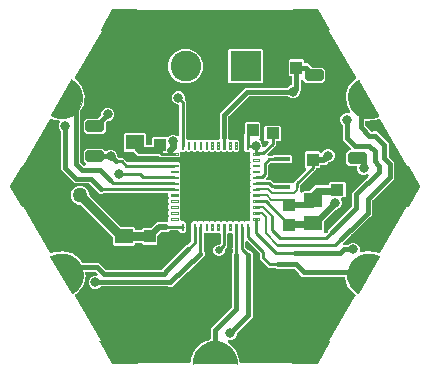
<source format=gbr>
G04 EAGLE Gerber RS-274X export*
G75*
%MOMM*%
%FSLAX34Y34*%
%LPD*%
%INBottom Copper*%
%IPPOS*%
%AMOC8*
5,1,8,0,0,1.08239X$1,22.5*%
G01*
%ADD10R,1.000000X1.100000*%
%ADD11R,1.500000X1.300000*%
%ADD12C,0.124994*%
%ADD13R,5.699988X5.699988*%
%ADD14R,1.399997X0.400000*%
%ADD15R,1.100000X1.000000*%
%ADD16C,0.499997*%
%ADD17C,0.999997*%
%ADD18C,0.100000*%
%ADD19C,2.600000*%
%ADD20R,2.600000X2.600000*%
%ADD21C,0.609600*%
%ADD22C,0.254000*%
%ADD23C,0.812800*%
%ADD24C,0.355600*%
%ADD25C,0.457200*%
%ADD26C,0.406400*%
%ADD27C,0.508000*%
%ADD28C,0.635000*%
%ADD29C,0.381000*%
%ADD30C,0.762000*%
%ADD31C,1.270000*%
%ADD32C,0.203200*%
%ADD33C,0.660400*%

G36*
X127518Y79404D02*
X127518Y79404D01*
X127637Y79411D01*
X127675Y79424D01*
X127716Y79429D01*
X127826Y79472D01*
X127939Y79509D01*
X127974Y79531D01*
X128011Y79546D01*
X128107Y79615D01*
X128208Y79679D01*
X128236Y79709D01*
X128269Y79732D01*
X128345Y79824D01*
X128426Y79911D01*
X128446Y79946D01*
X128471Y79977D01*
X128522Y80085D01*
X128580Y80189D01*
X128590Y80229D01*
X128607Y80265D01*
X128619Y80328D01*
X148762Y100471D01*
X149673Y100471D01*
X149771Y100483D01*
X149870Y100486D01*
X149928Y100503D01*
X149988Y100511D01*
X150080Y100547D01*
X150175Y100575D01*
X150228Y100605D01*
X150284Y100628D01*
X150364Y100686D01*
X150449Y100736D01*
X150525Y100802D01*
X150541Y100814D01*
X150549Y100824D01*
X150570Y100842D01*
X152534Y102806D01*
X152594Y102884D01*
X152662Y102956D01*
X152691Y103009D01*
X152728Y103057D01*
X152768Y103148D01*
X152816Y103235D01*
X152831Y103293D01*
X152855Y103349D01*
X152870Y103447D01*
X152895Y103543D01*
X152901Y103643D01*
X152905Y103663D01*
X152903Y103675D01*
X152905Y103703D01*
X152905Y117004D01*
X152915Y117043D01*
X152921Y117142D01*
X152925Y117162D01*
X152924Y117175D01*
X152925Y117203D01*
X152925Y119265D01*
X154185Y120525D01*
X157215Y120525D01*
X157303Y120438D01*
X157397Y120365D01*
X157486Y120286D01*
X157522Y120267D01*
X157554Y120243D01*
X157663Y120195D01*
X157769Y120141D01*
X157809Y120132D01*
X157846Y120116D01*
X157963Y120098D01*
X158079Y120072D01*
X158120Y120073D01*
X158160Y120066D01*
X158279Y120078D01*
X158397Y120081D01*
X158436Y120092D01*
X158476Y120096D01*
X158589Y120137D01*
X158703Y120170D01*
X158738Y120190D01*
X158776Y120204D01*
X158874Y120271D01*
X158977Y120331D01*
X159022Y120371D01*
X159039Y120382D01*
X159052Y120398D01*
X159098Y120438D01*
X159185Y120525D01*
X162215Y120525D01*
X162303Y120438D01*
X162397Y120365D01*
X162486Y120286D01*
X162522Y120267D01*
X162554Y120243D01*
X162663Y120195D01*
X162769Y120141D01*
X162809Y120132D01*
X162846Y120116D01*
X162963Y120098D01*
X163079Y120072D01*
X163120Y120073D01*
X163160Y120066D01*
X163279Y120078D01*
X163397Y120081D01*
X163436Y120092D01*
X163476Y120096D01*
X163589Y120137D01*
X163703Y120170D01*
X163738Y120190D01*
X163776Y120204D01*
X163874Y120271D01*
X163977Y120331D01*
X164022Y120371D01*
X164039Y120382D01*
X164052Y120398D01*
X164098Y120438D01*
X164185Y120525D01*
X167215Y120525D01*
X167303Y120438D01*
X167397Y120365D01*
X167486Y120286D01*
X167522Y120267D01*
X167554Y120243D01*
X167663Y120195D01*
X167769Y120141D01*
X167809Y120132D01*
X167846Y120116D01*
X167963Y120098D01*
X168079Y120072D01*
X168120Y120073D01*
X168160Y120066D01*
X168279Y120078D01*
X168397Y120081D01*
X168436Y120092D01*
X168476Y120096D01*
X168589Y120137D01*
X168703Y120170D01*
X168738Y120190D01*
X168776Y120204D01*
X168874Y120271D01*
X168977Y120331D01*
X169022Y120371D01*
X169039Y120382D01*
X169052Y120398D01*
X169098Y120438D01*
X169185Y120525D01*
X172215Y120525D01*
X172303Y120438D01*
X172397Y120365D01*
X172486Y120286D01*
X172522Y120267D01*
X172554Y120243D01*
X172663Y120195D01*
X172769Y120141D01*
X172809Y120132D01*
X172846Y120116D01*
X172963Y120098D01*
X173079Y120072D01*
X173120Y120073D01*
X173160Y120066D01*
X173279Y120078D01*
X173397Y120081D01*
X173436Y120092D01*
X173476Y120096D01*
X173589Y120137D01*
X173703Y120170D01*
X173738Y120190D01*
X173776Y120204D01*
X173874Y120271D01*
X173977Y120331D01*
X174022Y120371D01*
X174039Y120382D01*
X174052Y120398D01*
X174098Y120438D01*
X174185Y120525D01*
X177215Y120525D01*
X177303Y120438D01*
X177397Y120365D01*
X177486Y120286D01*
X177522Y120267D01*
X177554Y120243D01*
X177663Y120195D01*
X177769Y120141D01*
X177809Y120132D01*
X177846Y120116D01*
X177963Y120098D01*
X178079Y120072D01*
X178120Y120073D01*
X178160Y120066D01*
X178279Y120078D01*
X178397Y120081D01*
X178436Y120092D01*
X178476Y120096D01*
X178589Y120137D01*
X178703Y120170D01*
X178738Y120190D01*
X178776Y120204D01*
X178874Y120271D01*
X178977Y120331D01*
X179022Y120371D01*
X179039Y120382D01*
X179052Y120398D01*
X179098Y120438D01*
X179185Y120525D01*
X182215Y120525D01*
X182303Y120438D01*
X182397Y120365D01*
X182486Y120286D01*
X182522Y120267D01*
X182554Y120243D01*
X182663Y120195D01*
X182769Y120141D01*
X182809Y120132D01*
X182846Y120116D01*
X182963Y120098D01*
X183079Y120072D01*
X183120Y120073D01*
X183160Y120066D01*
X183279Y120078D01*
X183397Y120081D01*
X183436Y120092D01*
X183476Y120096D01*
X183589Y120137D01*
X183703Y120170D01*
X183738Y120190D01*
X183776Y120204D01*
X183874Y120271D01*
X183977Y120331D01*
X184022Y120371D01*
X184039Y120382D01*
X184052Y120398D01*
X184098Y120438D01*
X184185Y120525D01*
X187215Y120525D01*
X187303Y120438D01*
X187397Y120365D01*
X187486Y120286D01*
X187522Y120267D01*
X187554Y120243D01*
X187663Y120195D01*
X187769Y120141D01*
X187809Y120132D01*
X187846Y120116D01*
X187963Y120098D01*
X188079Y120072D01*
X188120Y120073D01*
X188160Y120066D01*
X188279Y120078D01*
X188397Y120081D01*
X188436Y120092D01*
X188476Y120096D01*
X188589Y120137D01*
X188703Y120170D01*
X188738Y120190D01*
X188776Y120204D01*
X188874Y120271D01*
X188977Y120331D01*
X189022Y120371D01*
X189039Y120382D01*
X189052Y120398D01*
X189098Y120438D01*
X189185Y120525D01*
X192215Y120525D01*
X192303Y120438D01*
X192397Y120365D01*
X192486Y120286D01*
X192522Y120267D01*
X192554Y120243D01*
X192663Y120195D01*
X192769Y120141D01*
X192809Y120132D01*
X192846Y120116D01*
X192963Y120098D01*
X193079Y120072D01*
X193120Y120073D01*
X193160Y120066D01*
X193279Y120078D01*
X193397Y120081D01*
X193436Y120092D01*
X193476Y120096D01*
X193589Y120137D01*
X193703Y120170D01*
X193738Y120190D01*
X193776Y120204D01*
X193874Y120271D01*
X193977Y120331D01*
X194022Y120371D01*
X194039Y120382D01*
X194052Y120398D01*
X194098Y120438D01*
X194185Y120525D01*
X197215Y120525D01*
X197303Y120438D01*
X197397Y120365D01*
X197486Y120286D01*
X197522Y120267D01*
X197554Y120243D01*
X197663Y120195D01*
X197769Y120141D01*
X197809Y120132D01*
X197846Y120116D01*
X197963Y120098D01*
X198079Y120072D01*
X198120Y120073D01*
X198160Y120066D01*
X198279Y120078D01*
X198397Y120081D01*
X198436Y120092D01*
X198476Y120096D01*
X198589Y120137D01*
X198703Y120170D01*
X198738Y120190D01*
X198776Y120204D01*
X198874Y120271D01*
X198977Y120331D01*
X199022Y120371D01*
X199039Y120382D01*
X199052Y120398D01*
X199098Y120438D01*
X199185Y120525D01*
X201406Y120525D01*
X201524Y120540D01*
X201643Y120547D01*
X201681Y120559D01*
X201722Y120565D01*
X201832Y120608D01*
X201946Y120645D01*
X201980Y120667D01*
X202017Y120682D01*
X202114Y120751D01*
X202214Y120815D01*
X202242Y120845D01*
X202275Y120868D01*
X202351Y120960D01*
X202432Y121047D01*
X202452Y121082D01*
X202477Y121113D01*
X202528Y121221D01*
X202586Y121325D01*
X202596Y121365D01*
X202613Y121401D01*
X202635Y121518D01*
X202665Y121633D01*
X202669Y121693D01*
X202673Y121713D01*
X202672Y121734D01*
X202675Y121794D01*
X202675Y124015D01*
X202762Y124103D01*
X202835Y124197D01*
X202914Y124286D01*
X202933Y124322D01*
X202957Y124354D01*
X203005Y124463D01*
X203059Y124569D01*
X203068Y124609D01*
X203084Y124646D01*
X203102Y124763D01*
X203128Y124879D01*
X203127Y124920D01*
X203134Y124960D01*
X203122Y125079D01*
X203119Y125197D01*
X203108Y125236D01*
X203104Y125276D01*
X203063Y125389D01*
X203030Y125503D01*
X203010Y125538D01*
X202996Y125576D01*
X202929Y125674D01*
X202869Y125777D01*
X202829Y125822D01*
X202818Y125839D01*
X202802Y125852D01*
X202762Y125898D01*
X202675Y125985D01*
X202675Y129015D01*
X202762Y129103D01*
X202835Y129197D01*
X202914Y129286D01*
X202933Y129322D01*
X202957Y129354D01*
X203005Y129463D01*
X203059Y129569D01*
X203068Y129609D01*
X203084Y129646D01*
X203102Y129763D01*
X203128Y129879D01*
X203127Y129920D01*
X203134Y129960D01*
X203122Y130079D01*
X203119Y130197D01*
X203108Y130236D01*
X203104Y130276D01*
X203063Y130389D01*
X203030Y130503D01*
X203010Y130538D01*
X202996Y130576D01*
X202929Y130674D01*
X202869Y130777D01*
X202829Y130822D01*
X202818Y130839D01*
X202802Y130852D01*
X202762Y130898D01*
X202675Y130985D01*
X202675Y134015D01*
X202762Y134103D01*
X202835Y134197D01*
X202914Y134286D01*
X202933Y134322D01*
X202957Y134354D01*
X203005Y134463D01*
X203059Y134569D01*
X203068Y134609D01*
X203084Y134646D01*
X203102Y134763D01*
X203128Y134879D01*
X203127Y134920D01*
X203134Y134960D01*
X203122Y135079D01*
X203119Y135197D01*
X203108Y135236D01*
X203104Y135276D01*
X203063Y135389D01*
X203030Y135503D01*
X203010Y135538D01*
X202996Y135576D01*
X202929Y135674D01*
X202869Y135777D01*
X202829Y135822D01*
X202818Y135839D01*
X202802Y135852D01*
X202762Y135898D01*
X202675Y135985D01*
X202675Y139015D01*
X202762Y139103D01*
X202835Y139197D01*
X202914Y139286D01*
X202933Y139322D01*
X202957Y139354D01*
X203005Y139463D01*
X203059Y139569D01*
X203068Y139609D01*
X203084Y139646D01*
X203102Y139763D01*
X203128Y139879D01*
X203127Y139920D01*
X203134Y139960D01*
X203122Y140079D01*
X203119Y140197D01*
X203108Y140236D01*
X203104Y140276D01*
X203063Y140389D01*
X203030Y140503D01*
X203010Y140538D01*
X202996Y140576D01*
X202929Y140674D01*
X202869Y140777D01*
X202829Y140822D01*
X202818Y140839D01*
X202802Y140852D01*
X202762Y140898D01*
X202675Y140985D01*
X202675Y144015D01*
X202762Y144103D01*
X202835Y144197D01*
X202914Y144286D01*
X202933Y144322D01*
X202957Y144354D01*
X203005Y144463D01*
X203059Y144569D01*
X203068Y144609D01*
X203084Y144646D01*
X203102Y144763D01*
X203128Y144879D01*
X203127Y144920D01*
X203134Y144960D01*
X203122Y145079D01*
X203119Y145197D01*
X203108Y145236D01*
X203104Y145276D01*
X203063Y145389D01*
X203030Y145503D01*
X203010Y145538D01*
X202996Y145576D01*
X202929Y145674D01*
X202869Y145777D01*
X202829Y145822D01*
X202818Y145839D01*
X202802Y145852D01*
X202762Y145898D01*
X202675Y145985D01*
X202675Y149015D01*
X202762Y149103D01*
X202835Y149197D01*
X202914Y149286D01*
X202933Y149322D01*
X202957Y149354D01*
X203005Y149463D01*
X203059Y149569D01*
X203068Y149609D01*
X203084Y149646D01*
X203102Y149763D01*
X203128Y149879D01*
X203127Y149920D01*
X203134Y149960D01*
X203122Y150079D01*
X203119Y150197D01*
X203108Y150236D01*
X203104Y150276D01*
X203063Y150389D01*
X203030Y150503D01*
X203010Y150538D01*
X202996Y150576D01*
X202929Y150674D01*
X202869Y150777D01*
X202829Y150822D01*
X202818Y150839D01*
X202802Y150852D01*
X202762Y150898D01*
X202675Y150985D01*
X202675Y154015D01*
X202762Y154103D01*
X202835Y154197D01*
X202914Y154286D01*
X202933Y154322D01*
X202957Y154354D01*
X203005Y154463D01*
X203059Y154569D01*
X203068Y154609D01*
X203084Y154646D01*
X203102Y154763D01*
X203128Y154879D01*
X203127Y154920D01*
X203134Y154960D01*
X203122Y155079D01*
X203119Y155197D01*
X203108Y155236D01*
X203104Y155276D01*
X203063Y155389D01*
X203030Y155503D01*
X203010Y155538D01*
X202996Y155576D01*
X202929Y155674D01*
X202869Y155777D01*
X202829Y155822D01*
X202818Y155839D01*
X202802Y155852D01*
X202762Y155898D01*
X202675Y155985D01*
X202675Y159015D01*
X202762Y159103D01*
X202835Y159197D01*
X202914Y159286D01*
X202933Y159322D01*
X202957Y159354D01*
X203005Y159463D01*
X203059Y159569D01*
X203068Y159609D01*
X203084Y159646D01*
X203102Y159763D01*
X203128Y159879D01*
X203127Y159920D01*
X203134Y159960D01*
X203122Y160079D01*
X203119Y160197D01*
X203108Y160236D01*
X203104Y160276D01*
X203063Y160389D01*
X203030Y160503D01*
X203010Y160538D01*
X202996Y160576D01*
X202929Y160674D01*
X202869Y160777D01*
X202829Y160822D01*
X202818Y160839D01*
X202802Y160852D01*
X202762Y160898D01*
X202675Y160985D01*
X202675Y164015D01*
X202762Y164103D01*
X202835Y164197D01*
X202914Y164286D01*
X202933Y164322D01*
X202957Y164354D01*
X203005Y164463D01*
X203059Y164569D01*
X203068Y164609D01*
X203084Y164646D01*
X203102Y164763D01*
X203128Y164879D01*
X203127Y164920D01*
X203134Y164960D01*
X203122Y165079D01*
X203119Y165197D01*
X203108Y165236D01*
X203104Y165276D01*
X203063Y165389D01*
X203030Y165503D01*
X203010Y165538D01*
X202996Y165576D01*
X202929Y165674D01*
X202869Y165777D01*
X202829Y165822D01*
X202818Y165839D01*
X202802Y165852D01*
X202762Y165898D01*
X202675Y165985D01*
X202675Y169015D01*
X202762Y169103D01*
X202835Y169197D01*
X202914Y169286D01*
X202933Y169322D01*
X202957Y169354D01*
X203005Y169463D01*
X203059Y169569D01*
X203068Y169609D01*
X203084Y169646D01*
X203102Y169763D01*
X203128Y169879D01*
X203127Y169920D01*
X203134Y169960D01*
X203122Y170079D01*
X203119Y170197D01*
X203108Y170236D01*
X203104Y170276D01*
X203063Y170389D01*
X203030Y170503D01*
X203010Y170538D01*
X202996Y170576D01*
X202929Y170674D01*
X202869Y170777D01*
X202829Y170822D01*
X202818Y170839D01*
X202802Y170852D01*
X202762Y170898D01*
X202675Y170985D01*
X202675Y174015D01*
X202762Y174103D01*
X202835Y174197D01*
X202914Y174286D01*
X202933Y174322D01*
X202957Y174354D01*
X203005Y174463D01*
X203059Y174569D01*
X203068Y174609D01*
X203084Y174646D01*
X203102Y174763D01*
X203128Y174879D01*
X203127Y174920D01*
X203134Y174960D01*
X203122Y175079D01*
X203119Y175197D01*
X203108Y175236D01*
X203104Y175276D01*
X203063Y175389D01*
X203030Y175503D01*
X203010Y175538D01*
X202996Y175576D01*
X202929Y175674D01*
X202869Y175777D01*
X202829Y175822D01*
X202818Y175839D01*
X202802Y175852D01*
X202762Y175898D01*
X202675Y175985D01*
X202675Y178206D01*
X202660Y178324D01*
X202653Y178443D01*
X202641Y178481D01*
X202635Y178522D01*
X202592Y178632D01*
X202555Y178746D01*
X202533Y178780D01*
X202518Y178817D01*
X202449Y178914D01*
X202385Y179014D01*
X202355Y179042D01*
X202332Y179075D01*
X202240Y179151D01*
X202153Y179232D01*
X202118Y179252D01*
X202087Y179277D01*
X201979Y179328D01*
X201875Y179386D01*
X201835Y179396D01*
X201799Y179413D01*
X201682Y179435D01*
X201567Y179465D01*
X201507Y179469D01*
X201487Y179473D01*
X201466Y179472D01*
X201406Y179475D01*
X199185Y179475D01*
X197925Y180735D01*
X197925Y182797D01*
X197913Y182895D01*
X197910Y182994D01*
X197905Y183010D01*
X197905Y194288D01*
X198054Y194436D01*
X198114Y194514D01*
X198182Y194586D01*
X198211Y194639D01*
X198248Y194687D01*
X198288Y194778D01*
X198336Y194865D01*
X198351Y194923D01*
X198375Y194979D01*
X198390Y195077D01*
X198415Y195173D01*
X198421Y195273D01*
X198425Y195293D01*
X198423Y195305D01*
X198425Y195333D01*
X198425Y203512D01*
X199318Y204405D01*
X210582Y204405D01*
X211475Y203512D01*
X211475Y191248D01*
X210852Y190626D01*
X210780Y190532D01*
X210701Y190443D01*
X210682Y190407D01*
X210658Y190375D01*
X210610Y190266D01*
X210556Y190160D01*
X210547Y190120D01*
X210531Y190083D01*
X210512Y189965D01*
X210486Y189849D01*
X210488Y189809D01*
X210481Y189769D01*
X210492Y189650D01*
X210496Y189531D01*
X210507Y189493D01*
X210511Y189452D01*
X210551Y189340D01*
X210585Y189226D01*
X210605Y189191D01*
X210619Y189153D01*
X210686Y189054D01*
X210746Y188952D01*
X210786Y188907D01*
X210797Y188890D01*
X210813Y188876D01*
X210852Y188831D01*
X212228Y187456D01*
X213079Y185402D01*
X213079Y184195D01*
X213096Y184058D01*
X213109Y183919D01*
X213116Y183900D01*
X213119Y183880D01*
X213170Y183751D01*
X213217Y183620D01*
X213228Y183603D01*
X213236Y183584D01*
X213317Y183472D01*
X213395Y183357D01*
X213411Y183343D01*
X213422Y183327D01*
X213530Y183238D01*
X213634Y183146D01*
X213652Y183137D01*
X213667Y183124D01*
X213793Y183065D01*
X213917Y183001D01*
X213937Y182997D01*
X213955Y182988D01*
X214091Y182962D01*
X214227Y182932D01*
X214248Y182932D01*
X214267Y182929D01*
X214406Y182937D01*
X214545Y182941D01*
X214565Y182947D01*
X214585Y182948D01*
X214717Y182991D01*
X214851Y183030D01*
X214868Y183040D01*
X214887Y183046D01*
X215005Y183121D01*
X215125Y183191D01*
X215146Y183210D01*
X215156Y183217D01*
X215170Y183231D01*
X215245Y183298D01*
X218214Y186267D01*
X218299Y186376D01*
X218388Y186483D01*
X218397Y186502D01*
X218409Y186518D01*
X218465Y186646D01*
X218524Y186771D01*
X218527Y186791D01*
X218535Y186810D01*
X218557Y186948D01*
X218583Y187084D01*
X218582Y187104D01*
X218585Y187124D01*
X218572Y187263D01*
X218564Y187401D01*
X218557Y187420D01*
X218556Y187440D01*
X218508Y187571D01*
X218466Y187703D01*
X218455Y187721D01*
X218448Y187740D01*
X218370Y187855D01*
X218295Y187972D01*
X218281Y187986D01*
X218269Y188003D01*
X218165Y188095D01*
X218064Y188190D01*
X218046Y188200D01*
X218031Y188213D01*
X217907Y188276D01*
X217785Y188344D01*
X217766Y188349D01*
X217748Y188358D01*
X217612Y188388D01*
X217477Y188423D01*
X217449Y188425D01*
X217437Y188428D01*
X217417Y188427D01*
X217317Y188433D01*
X215718Y188433D01*
X214825Y189326D01*
X214825Y200590D01*
X215718Y201483D01*
X227982Y201483D01*
X228875Y200590D01*
X228875Y189326D01*
X227982Y188433D01*
X225914Y188433D01*
X225796Y188418D01*
X225677Y188411D01*
X225639Y188398D01*
X225598Y188393D01*
X225488Y188350D01*
X225375Y188313D01*
X225340Y188291D01*
X225303Y188276D01*
X225207Y188207D01*
X225106Y188143D01*
X225078Y188113D01*
X225045Y188090D01*
X224969Y187998D01*
X224888Y187911D01*
X224868Y187876D01*
X224843Y187845D01*
X224792Y187737D01*
X224734Y187633D01*
X224724Y187593D01*
X224707Y187557D01*
X224685Y187440D01*
X224655Y187325D01*
X224651Y187265D01*
X224647Y187245D01*
X224649Y187224D01*
X224645Y187164D01*
X224645Y184792D01*
X217674Y177821D01*
X217589Y177712D01*
X217500Y177605D01*
X217491Y177586D01*
X217479Y177570D01*
X217423Y177442D01*
X217364Y177317D01*
X217361Y177297D01*
X217353Y177278D01*
X217331Y177140D01*
X217305Y177004D01*
X217306Y176984D01*
X217303Y176964D01*
X217316Y176825D01*
X217324Y176687D01*
X217331Y176668D01*
X217332Y176648D01*
X217380Y176516D01*
X217422Y176385D01*
X217433Y176367D01*
X217440Y176348D01*
X217518Y176233D01*
X217593Y176116D01*
X217607Y176102D01*
X217619Y176085D01*
X217723Y175993D01*
X217824Y175898D01*
X217842Y175888D01*
X217857Y175875D01*
X217981Y175811D01*
X218103Y175744D01*
X218122Y175739D01*
X218140Y175730D01*
X218276Y175700D01*
X218411Y175665D01*
X218439Y175663D01*
X218451Y175660D01*
X218471Y175661D01*
X218571Y175655D01*
X220316Y175655D01*
X220415Y175667D01*
X220514Y175670D01*
X220572Y175687D01*
X220632Y175695D01*
X220724Y175731D01*
X220819Y175759D01*
X220871Y175789D01*
X220928Y175812D01*
X221008Y175870D01*
X221093Y175920D01*
X221168Y175986D01*
X221185Y175998D01*
X221193Y176008D01*
X221214Y176026D01*
X222142Y176955D01*
X237405Y176955D01*
X238298Y176062D01*
X238298Y170798D01*
X237405Y169905D01*
X222064Y169905D01*
X222012Y169928D01*
X221925Y169976D01*
X221866Y169991D01*
X221811Y170015D01*
X221713Y170030D01*
X221617Y170055D01*
X221517Y170061D01*
X221497Y170065D01*
X221484Y170063D01*
X221456Y170065D01*
X220603Y170065D01*
X220505Y170053D01*
X220406Y170050D01*
X220348Y170033D01*
X220288Y170025D01*
X220196Y169989D01*
X220101Y169961D01*
X220048Y169931D01*
X219992Y169908D01*
X219912Y169850D01*
X219827Y169800D01*
X219751Y169734D01*
X219735Y169722D01*
X219727Y169712D01*
X219706Y169694D01*
X218276Y168264D01*
X218216Y168186D01*
X218148Y168114D01*
X218119Y168061D01*
X218082Y168013D01*
X218042Y167922D01*
X217994Y167835D01*
X217979Y167777D01*
X217955Y167721D01*
X217940Y167623D01*
X217915Y167527D01*
X217909Y167427D01*
X217905Y167407D01*
X217907Y167395D01*
X217905Y167367D01*
X217905Y159002D01*
X216364Y157461D01*
X216279Y157352D01*
X216190Y157245D01*
X216181Y157226D01*
X216169Y157210D01*
X216113Y157082D01*
X216054Y156957D01*
X216051Y156937D01*
X216043Y156918D01*
X216021Y156780D01*
X215995Y156644D01*
X215996Y156624D01*
X215993Y156604D01*
X216006Y156465D01*
X216014Y156327D01*
X216021Y156308D01*
X216022Y156288D01*
X216070Y156156D01*
X216112Y156025D01*
X216123Y156007D01*
X216130Y155988D01*
X216208Y155873D01*
X216283Y155756D01*
X216297Y155742D01*
X216309Y155725D01*
X216413Y155633D01*
X216514Y155538D01*
X216532Y155528D01*
X216547Y155515D01*
X216671Y155451D01*
X216793Y155384D01*
X216812Y155379D01*
X216830Y155370D01*
X216966Y155340D01*
X217101Y155305D01*
X217129Y155303D01*
X217141Y155300D01*
X217161Y155301D01*
X217261Y155295D01*
X220118Y155295D01*
X222086Y153327D01*
X222164Y153266D01*
X222236Y153198D01*
X222289Y153169D01*
X222337Y153132D01*
X222428Y153092D01*
X222515Y153044D01*
X222573Y153029D01*
X222629Y153005D01*
X222727Y152990D01*
X222823Y152965D01*
X222923Y152959D01*
X222943Y152955D01*
X222955Y152957D01*
X222983Y152955D01*
X237405Y152955D01*
X237580Y152779D01*
X237690Y152694D01*
X237797Y152606D01*
X237816Y152597D01*
X237832Y152585D01*
X237960Y152529D01*
X238085Y152470D01*
X238105Y152466D01*
X238124Y152458D01*
X238262Y152436D01*
X238398Y152410D01*
X238418Y152412D01*
X238438Y152408D01*
X238577Y152421D01*
X238715Y152430D01*
X238734Y152436D01*
X238754Y152438D01*
X238885Y152485D01*
X239017Y152528D01*
X239035Y152539D01*
X239054Y152546D01*
X239168Y152624D01*
X239286Y152698D01*
X239300Y152713D01*
X239317Y152724D01*
X239409Y152828D01*
X239504Y152930D01*
X239514Y152948D01*
X239527Y152963D01*
X239590Y153087D01*
X239658Y153208D01*
X239663Y153228D01*
X239672Y153246D01*
X239702Y153382D01*
X239737Y153516D01*
X239739Y153544D01*
X239742Y153556D01*
X239741Y153577D01*
X239747Y153677D01*
X239747Y153698D01*
X249873Y163823D01*
X249946Y163917D01*
X250024Y164006D01*
X250043Y164042D01*
X250068Y164074D01*
X250115Y164184D01*
X250169Y164290D01*
X250178Y164329D01*
X250194Y164366D01*
X250213Y164484D01*
X250239Y164600D01*
X250238Y164640D01*
X250244Y164680D01*
X250233Y164799D01*
X250229Y164918D01*
X250218Y164957D01*
X250214Y164997D01*
X250174Y165109D01*
X250141Y165223D01*
X250120Y165258D01*
X250106Y165296D01*
X250040Y165395D01*
X249979Y165497D01*
X249939Y165542D01*
X249928Y165559D01*
X249913Y165573D01*
X249873Y165618D01*
X249134Y166356D01*
X249134Y178620D01*
X250027Y179513D01*
X261291Y179513D01*
X261968Y178836D01*
X262007Y178805D01*
X262041Y178768D01*
X262133Y178708D01*
X262219Y178641D01*
X262265Y178621D01*
X262307Y178593D01*
X262411Y178558D01*
X262511Y178514D01*
X262560Y178506D01*
X262608Y178490D01*
X262717Y178482D01*
X262825Y178464D01*
X262875Y178469D01*
X262925Y178465D01*
X263033Y178484D01*
X263142Y178494D01*
X263189Y178511D01*
X263238Y178520D01*
X263338Y178565D01*
X263441Y178602D01*
X263482Y178630D01*
X263528Y178650D01*
X263613Y178719D01*
X263704Y178780D01*
X263737Y178818D01*
X263776Y178849D01*
X263842Y178937D01*
X263915Y179019D01*
X263918Y179026D01*
X265538Y180646D01*
X267592Y181497D01*
X269816Y181497D01*
X271870Y180646D01*
X273442Y179074D01*
X274293Y177020D01*
X274293Y174796D01*
X273442Y172742D01*
X271870Y171170D01*
X269816Y170319D01*
X269389Y170319D01*
X269291Y170307D01*
X269192Y170304D01*
X269134Y170287D01*
X269074Y170279D01*
X268982Y170243D01*
X268887Y170215D01*
X268835Y170185D01*
X268778Y170162D01*
X268698Y170104D01*
X268613Y170054D01*
X268537Y169988D01*
X268521Y169976D01*
X268513Y169966D01*
X268492Y169948D01*
X266968Y168423D01*
X263453Y168423D01*
X263335Y168408D01*
X263216Y168401D01*
X263178Y168388D01*
X263138Y168383D01*
X263027Y168340D01*
X262914Y168303D01*
X262879Y168281D01*
X262842Y168266D01*
X262746Y168197D01*
X262645Y168133D01*
X262617Y168103D01*
X262584Y168080D01*
X262509Y167988D01*
X262427Y167901D01*
X262407Y167866D01*
X262382Y167835D01*
X262331Y167727D01*
X262273Y167623D01*
X262263Y167583D01*
X262246Y167547D01*
X262224Y167430D01*
X262194Y167315D01*
X262190Y167255D01*
X262186Y167235D01*
X262188Y167214D01*
X262184Y167154D01*
X262184Y166356D01*
X261291Y165463D01*
X259723Y165463D01*
X259605Y165448D01*
X259486Y165441D01*
X259448Y165428D01*
X259408Y165423D01*
X259297Y165380D01*
X259184Y165343D01*
X259149Y165321D01*
X259112Y165306D01*
X259016Y165237D01*
X258915Y165173D01*
X258887Y165143D01*
X258854Y165120D01*
X258779Y165028D01*
X258697Y164941D01*
X258677Y164906D01*
X258652Y164875D01*
X258601Y164767D01*
X258543Y164663D01*
X258533Y164623D01*
X258516Y164587D01*
X258510Y164556D01*
X245708Y151754D01*
X245648Y151676D01*
X245580Y151604D01*
X245551Y151551D01*
X245514Y151503D01*
X245474Y151412D01*
X245426Y151325D01*
X245411Y151267D01*
X245387Y151211D01*
X245372Y151113D01*
X245347Y151017D01*
X245341Y150917D01*
X245337Y150897D01*
X245339Y150885D01*
X245337Y150857D01*
X245337Y148567D01*
X245326Y148556D01*
X245297Y148503D01*
X245260Y148455D01*
X245220Y148364D01*
X245172Y148277D01*
X245157Y148219D01*
X245133Y148163D01*
X245118Y148065D01*
X245093Y147969D01*
X245087Y147869D01*
X245083Y147849D01*
X245085Y147837D01*
X245083Y147809D01*
X245083Y146005D01*
X245100Y145867D01*
X245113Y145729D01*
X245120Y145710D01*
X245123Y145690D01*
X245174Y145561D01*
X245221Y145430D01*
X245232Y145413D01*
X245240Y145394D01*
X245321Y145282D01*
X245399Y145167D01*
X245415Y145153D01*
X245426Y145137D01*
X245534Y145048D01*
X245638Y144956D01*
X245656Y144947D01*
X245671Y144934D01*
X245797Y144875D01*
X245921Y144811D01*
X245941Y144807D01*
X245959Y144798D01*
X246096Y144772D01*
X246231Y144742D01*
X246252Y144742D01*
X246271Y144739D01*
X246410Y144747D01*
X246549Y144751D01*
X246569Y144757D01*
X246589Y144758D01*
X246721Y144801D01*
X246855Y144840D01*
X246872Y144850D01*
X246891Y144856D01*
X247009Y144931D01*
X247129Y145001D01*
X247150Y145020D01*
X247160Y145027D01*
X247174Y145042D01*
X247249Y145108D01*
X248204Y146063D01*
X252440Y146063D01*
X252538Y146075D01*
X252637Y146078D01*
X252696Y146095D01*
X252756Y146103D01*
X252848Y146139D01*
X252943Y146167D01*
X252995Y146197D01*
X253051Y146220D01*
X253131Y146278D01*
X253217Y146328D01*
X253292Y146394D01*
X253309Y146406D01*
X253317Y146416D01*
X253338Y146435D01*
X257666Y150763D01*
X268284Y150763D01*
X268402Y150778D01*
X268521Y150785D01*
X268559Y150798D01*
X268600Y150803D01*
X268710Y150846D01*
X268823Y150883D01*
X268858Y150905D01*
X268895Y150920D01*
X268991Y150989D01*
X269092Y151053D01*
X269120Y151083D01*
X269153Y151106D01*
X269229Y151198D01*
X269310Y151285D01*
X269330Y151320D01*
X269355Y151351D01*
X269406Y151459D01*
X269464Y151563D01*
X269474Y151603D01*
X269491Y151639D01*
X269513Y151756D01*
X269543Y151871D01*
X269547Y151931D01*
X269551Y151951D01*
X269549Y151972D01*
X269553Y152032D01*
X269553Y152720D01*
X270446Y153613D01*
X282710Y153613D01*
X283603Y152720D01*
X283603Y141456D01*
X282710Y140563D01*
X280871Y140563D01*
X280822Y140557D01*
X280772Y140559D01*
X280665Y140537D01*
X280555Y140523D01*
X280509Y140505D01*
X280461Y140495D01*
X280362Y140447D01*
X280260Y140406D01*
X280220Y140377D01*
X280175Y140355D01*
X280091Y140284D01*
X280002Y140220D01*
X279971Y140181D01*
X279933Y140149D01*
X279870Y140059D01*
X279800Y139975D01*
X279778Y139930D01*
X279750Y139889D01*
X279711Y139786D01*
X279664Y139687D01*
X279655Y139638D01*
X279637Y139592D01*
X279625Y139482D01*
X279604Y139375D01*
X279607Y139325D01*
X279602Y139276D01*
X279617Y139167D01*
X279624Y139057D01*
X279639Y139010D01*
X279646Y138961D01*
X279698Y138808D01*
X280389Y137142D01*
X280389Y134918D01*
X279538Y132864D01*
X277966Y131292D01*
X275746Y130373D01*
X275738Y130368D01*
X275729Y130366D01*
X275600Y130289D01*
X275470Y130215D01*
X275463Y130209D01*
X275455Y130204D01*
X275334Y130098D01*
X265732Y120496D01*
X265672Y120417D01*
X265604Y120345D01*
X265575Y120292D01*
X265538Y120244D01*
X265498Y120153D01*
X265450Y120067D01*
X265435Y120008D01*
X265411Y119953D01*
X265396Y119855D01*
X265371Y119759D01*
X265365Y119659D01*
X265361Y119638D01*
X265362Y119626D01*
X265361Y119598D01*
X265361Y111509D01*
X265378Y111371D01*
X265391Y111233D01*
X265398Y111214D01*
X265401Y111194D01*
X265452Y111065D01*
X265499Y110934D01*
X265510Y110917D01*
X265518Y110898D01*
X265599Y110786D01*
X265677Y110670D01*
X265693Y110657D01*
X265704Y110641D01*
X265812Y110552D01*
X265916Y110460D01*
X265934Y110451D01*
X265949Y110438D01*
X266075Y110379D01*
X266199Y110315D01*
X266219Y110311D01*
X266237Y110302D01*
X266374Y110276D01*
X266509Y110246D01*
X266530Y110246D01*
X266549Y110243D01*
X266688Y110251D01*
X266827Y110255D01*
X266847Y110261D01*
X266867Y110262D01*
X266999Y110305D01*
X267133Y110344D01*
X267150Y110354D01*
X267169Y110360D01*
X267287Y110435D01*
X267407Y110505D01*
X267428Y110524D01*
X267438Y110531D01*
X267452Y110545D01*
X267527Y110612D01*
X268459Y111543D01*
X268519Y111621D01*
X268587Y111693D01*
X268616Y111746D01*
X268653Y111794D01*
X268693Y111885D01*
X268741Y111972D01*
X268755Y112029D01*
X268768Y112056D01*
X268769Y112061D01*
X268780Y112086D01*
X268795Y112184D01*
X268820Y112280D01*
X268825Y112352D01*
X268828Y112368D01*
X268827Y112382D01*
X268830Y112400D01*
X268828Y112412D01*
X268830Y112440D01*
X268830Y112813D01*
X286747Y130729D01*
X286807Y130807D01*
X286875Y130879D01*
X286904Y130932D01*
X286941Y130980D01*
X286981Y131071D01*
X287029Y131158D01*
X287040Y131202D01*
X288906Y133067D01*
X288966Y133146D01*
X289034Y133218D01*
X289063Y133271D01*
X289100Y133319D01*
X289140Y133410D01*
X289188Y133496D01*
X289203Y133555D01*
X289227Y133611D01*
X289242Y133709D01*
X289267Y133804D01*
X289273Y133904D01*
X289277Y133925D01*
X289275Y133937D01*
X289277Y133965D01*
X289277Y144615D01*
X302822Y158160D01*
X302865Y158215D01*
X302915Y158263D01*
X302962Y158340D01*
X303017Y158411D01*
X303045Y158475D01*
X303081Y158535D01*
X303107Y158620D01*
X303143Y158703D01*
X303154Y158772D01*
X303175Y158839D01*
X303179Y158928D01*
X303193Y159017D01*
X303186Y159087D01*
X303190Y159156D01*
X303172Y159244D01*
X303163Y159334D01*
X303139Y159399D01*
X303125Y159468D01*
X303086Y159548D01*
X303056Y159633D01*
X303016Y159691D01*
X302986Y159753D01*
X302927Y159822D01*
X302877Y159896D01*
X302825Y159942D01*
X302779Y159995D01*
X302706Y160047D01*
X302638Y160107D01*
X302576Y160138D01*
X302519Y160178D01*
X302435Y160210D01*
X302355Y160251D01*
X302287Y160266D01*
X302222Y160291D01*
X302133Y160301D01*
X302045Y160321D01*
X301975Y160319D01*
X301906Y160326D01*
X301817Y160314D01*
X301727Y160311D01*
X301660Y160292D01*
X301591Y160282D01*
X301439Y160230D01*
X300042Y159651D01*
X297818Y159651D01*
X295764Y160502D01*
X294192Y162074D01*
X293341Y164128D01*
X293341Y166336D01*
X293326Y166454D01*
X293319Y166573D01*
X293306Y166611D01*
X293301Y166652D01*
X293258Y166762D01*
X293221Y166875D01*
X293199Y166910D01*
X293184Y166947D01*
X293115Y167044D01*
X293051Y167144D01*
X293021Y167172D01*
X292998Y167205D01*
X292906Y167281D01*
X292819Y167362D01*
X292784Y167382D01*
X292753Y167407D01*
X292645Y167458D01*
X292541Y167516D01*
X292501Y167526D01*
X292465Y167543D01*
X292348Y167565D01*
X292233Y167595D01*
X292173Y167599D01*
X292153Y167603D01*
X292132Y167601D01*
X292072Y167605D01*
X286683Y167605D01*
X284325Y169963D01*
X284325Y178297D01*
X286683Y180655D01*
X286851Y180655D01*
X286989Y180672D01*
X287128Y180685D01*
X287147Y180692D01*
X287167Y180695D01*
X287296Y180746D01*
X287427Y180793D01*
X287444Y180804D01*
X287462Y180812D01*
X287575Y180893D01*
X287690Y180971D01*
X287703Y180987D01*
X287720Y180998D01*
X287808Y181106D01*
X287900Y181210D01*
X287910Y181228D01*
X287922Y181243D01*
X287982Y181369D01*
X288045Y181493D01*
X288049Y181513D01*
X288058Y181531D01*
X288084Y181667D01*
X288115Y181803D01*
X288114Y181824D01*
X288118Y181843D01*
X288109Y181982D01*
X288105Y182121D01*
X288099Y182141D01*
X288098Y182161D01*
X288055Y182293D01*
X288017Y182427D01*
X288006Y182444D01*
X288000Y182463D01*
X287926Y182581D01*
X287855Y182701D01*
X287836Y182722D01*
X287830Y182732D01*
X287815Y182746D01*
X287749Y182821D01*
X287382Y183189D01*
X285893Y184677D01*
X285871Y184751D01*
X285841Y184804D01*
X285818Y184860D01*
X285760Y184940D01*
X285710Y185025D01*
X285644Y185101D01*
X285632Y185117D01*
X285622Y185125D01*
X285604Y185146D01*
X281276Y189473D01*
X281276Y201388D01*
X281264Y201487D01*
X281261Y201586D01*
X281244Y201644D01*
X281236Y201704D01*
X281200Y201796D01*
X281172Y201891D01*
X281142Y201943D01*
X281119Y202000D01*
X281061Y202080D01*
X281011Y202165D01*
X280945Y202240D01*
X280933Y202257D01*
X280923Y202265D01*
X280905Y202286D01*
X279968Y203222D01*
X279117Y205276D01*
X279117Y207500D01*
X279968Y209554D01*
X281540Y211126D01*
X283594Y211977D01*
X285818Y211977D01*
X285830Y211972D01*
X285886Y211956D01*
X285938Y211932D01*
X286039Y211915D01*
X286137Y211888D01*
X286194Y211887D01*
X286252Y211877D01*
X286353Y211884D01*
X286454Y211883D01*
X286511Y211896D01*
X286569Y211901D01*
X286665Y211933D01*
X286764Y211957D01*
X286815Y211984D01*
X286870Y212003D01*
X286955Y212058D01*
X287045Y212106D01*
X287088Y212145D01*
X287136Y212176D01*
X287205Y212251D01*
X287280Y212320D01*
X287312Y212368D01*
X287351Y212411D01*
X287399Y212500D01*
X287455Y212585D01*
X287474Y212640D01*
X287501Y212691D01*
X287525Y212790D01*
X287558Y212886D01*
X287563Y212944D01*
X287577Y213000D01*
X287575Y213102D01*
X287583Y213203D01*
X287573Y213260D01*
X287573Y213318D01*
X287546Y213416D01*
X287529Y213516D01*
X287505Y213569D01*
X287490Y213625D01*
X287420Y213770D01*
X284549Y218836D01*
X283610Y226442D01*
X284129Y228320D01*
X284142Y228410D01*
X284152Y228446D01*
X284155Y228453D01*
X284198Y228577D01*
X284203Y228589D01*
X284204Y228594D01*
X284208Y228605D01*
X285653Y233829D01*
X290368Y239872D01*
X291722Y240640D01*
X291821Y240714D01*
X291925Y240782D01*
X291948Y240809D01*
X291977Y240830D01*
X292055Y240926D01*
X292138Y241019D01*
X292154Y241050D01*
X292176Y241077D01*
X292228Y241190D01*
X292285Y241300D01*
X292293Y241335D01*
X292308Y241367D01*
X292330Y241489D01*
X292358Y241610D01*
X292358Y241645D01*
X292364Y241680D01*
X292354Y241804D01*
X292352Y241928D01*
X292343Y241962D01*
X292340Y241997D01*
X292300Y242114D01*
X292267Y242234D01*
X292244Y242281D01*
X292238Y242298D01*
X292226Y242316D01*
X292195Y242378D01*
X269409Y281846D01*
X269885Y282036D01*
X269921Y282060D01*
X269962Y282075D01*
X270004Y282114D01*
X270052Y282146D01*
X270076Y282181D01*
X270107Y282211D01*
X270130Y282263D01*
X270162Y282311D01*
X270170Y282353D01*
X270188Y282393D01*
X270189Y282450D01*
X270199Y282506D01*
X270190Y282549D01*
X270191Y282592D01*
X270166Y282658D01*
X270157Y282701D01*
X270144Y282720D01*
X270133Y282748D01*
X260133Y300248D01*
X260082Y300307D01*
X260035Y300370D01*
X260017Y300381D01*
X260002Y300397D01*
X259931Y300432D01*
X259864Y300472D01*
X259841Y300476D01*
X259823Y300484D01*
X259778Y300486D01*
X259700Y300499D01*
X239700Y300499D01*
X239665Y300492D01*
X239628Y300494D01*
X239568Y300472D01*
X239505Y300460D01*
X239475Y300439D01*
X239441Y300427D01*
X239394Y300383D01*
X239341Y300347D01*
X239322Y300317D01*
X239295Y300292D01*
X239269Y300234D01*
X239234Y300180D01*
X239228Y300144D01*
X239213Y300111D01*
X239209Y300028D01*
X239201Y299983D01*
X239205Y299967D01*
X239204Y299945D01*
X239282Y299245D01*
X107089Y299245D01*
X107193Y299924D01*
X107191Y299968D01*
X107194Y299987D01*
X107194Y299988D01*
X107199Y300017D01*
X107187Y300069D01*
X107184Y300123D01*
X107164Y300165D01*
X107153Y300210D01*
X107121Y300253D01*
X107098Y300302D01*
X107063Y300333D01*
X107035Y300370D01*
X106989Y300398D01*
X106948Y300433D01*
X106904Y300448D01*
X106864Y300472D01*
X106800Y300482D01*
X106760Y300496D01*
X106734Y300494D01*
X106700Y300499D01*
X86700Y300499D01*
X86623Y300484D01*
X86545Y300475D01*
X86526Y300464D01*
X86505Y300460D01*
X86440Y300415D01*
X86372Y300376D01*
X86357Y300358D01*
X86341Y300347D01*
X86317Y300309D01*
X86267Y300248D01*
X76267Y282748D01*
X76255Y282712D01*
X76235Y282681D01*
X76224Y282619D01*
X76204Y282559D01*
X76207Y282522D01*
X76201Y282485D01*
X76215Y282424D01*
X76221Y282361D01*
X76238Y282328D01*
X76246Y282292D01*
X76284Y282241D01*
X76313Y282185D01*
X76342Y282161D01*
X76363Y282131D01*
X76432Y282087D01*
X76467Y282059D01*
X76484Y282053D01*
X76503Y282041D01*
X76984Y281835D01*
X54205Y242378D01*
X54156Y242264D01*
X54102Y242152D01*
X54095Y242118D01*
X54081Y242085D01*
X54063Y241962D01*
X54038Y241841D01*
X54040Y241806D01*
X54035Y241771D01*
X54048Y241647D01*
X54054Y241523D01*
X54064Y241490D01*
X54068Y241454D01*
X54111Y241338D01*
X54148Y241220D01*
X54166Y241189D01*
X54179Y241156D01*
X54250Y241054D01*
X54315Y240949D01*
X54340Y240924D01*
X54360Y240895D01*
X54454Y240814D01*
X54543Y240728D01*
X54586Y240699D01*
X54601Y240687D01*
X54620Y240678D01*
X54678Y240640D01*
X56032Y239872D01*
X60747Y233829D01*
X62790Y226442D01*
X62375Y223084D01*
X62376Y222969D01*
X62368Y222854D01*
X62376Y222811D01*
X62376Y222766D01*
X62405Y222654D01*
X62407Y222645D01*
X62326Y222422D01*
X62312Y222361D01*
X62289Y222302D01*
X62259Y222144D01*
X62234Y221941D01*
X62234Y221936D01*
X62225Y221786D01*
X62225Y221493D01*
X62184Y221399D01*
X62180Y221378D01*
X62173Y221358D01*
X62143Y221200D01*
X61851Y218836D01*
X59066Y213921D01*
X59033Y213840D01*
X58990Y213764D01*
X58972Y213694D01*
X58945Y213627D01*
X58933Y213540D01*
X58911Y213456D01*
X58903Y213324D01*
X58901Y213312D01*
X58901Y213306D01*
X58901Y213295D01*
X58901Y170795D01*
X58913Y170697D01*
X58916Y170598D01*
X58933Y170540D01*
X58941Y170479D01*
X58977Y170387D01*
X59005Y170292D01*
X59035Y170240D01*
X59058Y170184D01*
X59116Y170104D01*
X59166Y170018D01*
X59232Y169943D01*
X59244Y169926D01*
X59254Y169919D01*
X59272Y169897D01*
X61271Y167898D01*
X61350Y167838D01*
X61422Y167770D01*
X61475Y167741D01*
X61523Y167704D01*
X61614Y167664D01*
X61700Y167616D01*
X61759Y167601D01*
X61815Y167577D01*
X61913Y167562D01*
X62008Y167537D01*
X62108Y167531D01*
X62129Y167527D01*
X62141Y167529D01*
X62169Y167527D01*
X62463Y167527D01*
X62601Y167544D01*
X62740Y167557D01*
X62759Y167564D01*
X62779Y167567D01*
X62908Y167618D01*
X63039Y167665D01*
X63056Y167676D01*
X63074Y167684D01*
X63187Y167765D01*
X63302Y167843D01*
X63315Y167859D01*
X63332Y167870D01*
X63421Y167978D01*
X63513Y168082D01*
X63522Y168100D01*
X63535Y168115D01*
X63594Y168241D01*
X63657Y168365D01*
X63662Y168385D01*
X63670Y168403D01*
X63696Y168539D01*
X63727Y168675D01*
X63726Y168696D01*
X63730Y168715D01*
X63721Y168854D01*
X63717Y168993D01*
X63711Y169013D01*
X63710Y169033D01*
X63667Y169165D01*
X63629Y169299D01*
X63618Y169316D01*
X63612Y169335D01*
X63538Y169453D01*
X63467Y169573D01*
X63449Y169594D01*
X63442Y169604D01*
X63427Y169618D01*
X63361Y169693D01*
X61821Y171233D01*
X61821Y179567D01*
X64179Y181925D01*
X78513Y181925D01*
X80093Y180344D01*
X80117Y180326D01*
X80136Y180304D01*
X80242Y180229D01*
X80345Y180149D01*
X80372Y180138D01*
X80396Y180121D01*
X80517Y180075D01*
X80636Y180023D01*
X80666Y180018D01*
X80693Y180008D01*
X80822Y179994D01*
X80951Y179973D01*
X80980Y179976D01*
X81009Y179973D01*
X81138Y179991D01*
X81267Y180003D01*
X81295Y180013D01*
X81324Y180017D01*
X81477Y180069D01*
X83696Y180989D01*
X85920Y180989D01*
X87974Y180138D01*
X89546Y178566D01*
X90397Y176512D01*
X90397Y175367D01*
X90409Y175269D01*
X90412Y175170D01*
X90429Y175112D01*
X90437Y175051D01*
X90473Y174959D01*
X90501Y174864D01*
X90531Y174812D01*
X90554Y174756D01*
X90612Y174676D01*
X90662Y174590D01*
X90728Y174515D01*
X90740Y174498D01*
X90750Y174491D01*
X90768Y174469D01*
X90989Y174248D01*
X91068Y174188D01*
X91140Y174120D01*
X91193Y174091D01*
X91241Y174054D01*
X91332Y174014D01*
X91418Y173966D01*
X91477Y173951D01*
X91533Y173927D01*
X91631Y173912D01*
X91726Y173887D01*
X91826Y173881D01*
X91847Y173877D01*
X91859Y173879D01*
X91887Y173877D01*
X95110Y173877D01*
X98320Y170666D01*
X98398Y170606D01*
X98470Y170538D01*
X98523Y170509D01*
X98571Y170472D01*
X98662Y170432D01*
X98749Y170384D01*
X98807Y170369D01*
X98863Y170345D01*
X98961Y170330D01*
X99057Y170305D01*
X99157Y170299D01*
X99177Y170295D01*
X99189Y170297D01*
X99217Y170295D01*
X140204Y170295D01*
X140243Y170285D01*
X140342Y170279D01*
X140362Y170275D01*
X140375Y170276D01*
X140403Y170275D01*
X142465Y170275D01*
X143725Y169015D01*
X143725Y165985D01*
X143638Y165897D01*
X143565Y165803D01*
X143486Y165714D01*
X143467Y165678D01*
X143443Y165646D01*
X143395Y165537D01*
X143341Y165431D01*
X143332Y165391D01*
X143316Y165354D01*
X143298Y165237D01*
X143272Y165121D01*
X143273Y165080D01*
X143266Y165040D01*
X143278Y164921D01*
X143281Y164803D01*
X143292Y164764D01*
X143296Y164724D01*
X143337Y164611D01*
X143370Y164497D01*
X143390Y164462D01*
X143404Y164424D01*
X143471Y164326D01*
X143531Y164223D01*
X143571Y164178D01*
X143582Y164161D01*
X143598Y164148D01*
X143638Y164102D01*
X143725Y164015D01*
X143725Y160985D01*
X143638Y160897D01*
X143565Y160803D01*
X143486Y160714D01*
X143467Y160678D01*
X143443Y160646D01*
X143395Y160537D01*
X143341Y160431D01*
X143332Y160391D01*
X143316Y160354D01*
X143298Y160237D01*
X143272Y160121D01*
X143273Y160080D01*
X143266Y160040D01*
X143278Y159921D01*
X143281Y159803D01*
X143292Y159764D01*
X143296Y159724D01*
X143337Y159611D01*
X143370Y159497D01*
X143390Y159462D01*
X143404Y159424D01*
X143471Y159326D01*
X143531Y159223D01*
X143571Y159178D01*
X143582Y159161D01*
X143598Y159148D01*
X143638Y159102D01*
X143725Y159015D01*
X143725Y155985D01*
X143638Y155897D01*
X143565Y155803D01*
X143486Y155714D01*
X143467Y155678D01*
X143443Y155646D01*
X143395Y155537D01*
X143341Y155431D01*
X143332Y155391D01*
X143316Y155354D01*
X143298Y155237D01*
X143272Y155121D01*
X143273Y155080D01*
X143266Y155040D01*
X143278Y154921D01*
X143281Y154803D01*
X143292Y154764D01*
X143296Y154724D01*
X143337Y154611D01*
X143370Y154497D01*
X143390Y154462D01*
X143404Y154424D01*
X143471Y154326D01*
X143531Y154223D01*
X143571Y154178D01*
X143582Y154161D01*
X143598Y154148D01*
X143638Y154102D01*
X143725Y154015D01*
X143725Y150985D01*
X143638Y150897D01*
X143565Y150803D01*
X143486Y150714D01*
X143467Y150678D01*
X143443Y150646D01*
X143395Y150537D01*
X143341Y150431D01*
X143332Y150391D01*
X143316Y150354D01*
X143298Y150237D01*
X143272Y150121D01*
X143273Y150080D01*
X143266Y150040D01*
X143278Y149921D01*
X143281Y149803D01*
X143292Y149764D01*
X143296Y149724D01*
X143337Y149611D01*
X143370Y149497D01*
X143390Y149462D01*
X143404Y149424D01*
X143471Y149326D01*
X143531Y149223D01*
X143571Y149178D01*
X143582Y149161D01*
X143598Y149148D01*
X143638Y149102D01*
X143725Y149015D01*
X143725Y145985D01*
X143638Y145897D01*
X143565Y145803D01*
X143486Y145714D01*
X143467Y145678D01*
X143443Y145646D01*
X143395Y145537D01*
X143341Y145431D01*
X143332Y145391D01*
X143316Y145354D01*
X143298Y145237D01*
X143272Y145121D01*
X143273Y145080D01*
X143266Y145040D01*
X143278Y144921D01*
X143281Y144803D01*
X143292Y144764D01*
X143296Y144724D01*
X143337Y144611D01*
X143370Y144497D01*
X143390Y144462D01*
X143404Y144424D01*
X143471Y144326D01*
X143531Y144223D01*
X143571Y144178D01*
X143582Y144161D01*
X143598Y144148D01*
X143638Y144102D01*
X143725Y144015D01*
X143725Y140985D01*
X143638Y140897D01*
X143565Y140803D01*
X143486Y140714D01*
X143467Y140678D01*
X143443Y140646D01*
X143395Y140537D01*
X143341Y140431D01*
X143332Y140391D01*
X143316Y140354D01*
X143298Y140237D01*
X143272Y140121D01*
X143273Y140080D01*
X143266Y140040D01*
X143278Y139921D01*
X143281Y139803D01*
X143292Y139764D01*
X143296Y139724D01*
X143337Y139611D01*
X143370Y139497D01*
X143390Y139462D01*
X143404Y139424D01*
X143471Y139326D01*
X143531Y139223D01*
X143571Y139178D01*
X143582Y139161D01*
X143598Y139148D01*
X143638Y139102D01*
X143725Y139015D01*
X143725Y135985D01*
X143638Y135897D01*
X143565Y135803D01*
X143486Y135714D01*
X143467Y135678D01*
X143443Y135646D01*
X143395Y135537D01*
X143341Y135431D01*
X143332Y135391D01*
X143316Y135354D01*
X143298Y135237D01*
X143272Y135121D01*
X143273Y135080D01*
X143266Y135040D01*
X143278Y134921D01*
X143281Y134803D01*
X143292Y134764D01*
X143296Y134724D01*
X143337Y134611D01*
X143370Y134497D01*
X143390Y134462D01*
X143404Y134424D01*
X143471Y134326D01*
X143531Y134223D01*
X143571Y134178D01*
X143582Y134161D01*
X143598Y134148D01*
X143638Y134102D01*
X143725Y134015D01*
X143725Y130985D01*
X143638Y130897D01*
X143565Y130803D01*
X143486Y130714D01*
X143467Y130678D01*
X143443Y130646D01*
X143395Y130537D01*
X143341Y130431D01*
X143332Y130391D01*
X143316Y130354D01*
X143298Y130237D01*
X143272Y130121D01*
X143273Y130080D01*
X143266Y130040D01*
X143278Y129921D01*
X143281Y129803D01*
X143292Y129764D01*
X143296Y129724D01*
X143337Y129611D01*
X143370Y129497D01*
X143390Y129462D01*
X143404Y129424D01*
X143471Y129326D01*
X143531Y129223D01*
X143571Y129178D01*
X143582Y129161D01*
X143598Y129148D01*
X143638Y129102D01*
X143725Y129015D01*
X143725Y125985D01*
X143638Y125897D01*
X143565Y125803D01*
X143486Y125714D01*
X143467Y125678D01*
X143443Y125646D01*
X143395Y125537D01*
X143341Y125431D01*
X143332Y125391D01*
X143316Y125354D01*
X143298Y125237D01*
X143272Y125121D01*
X143273Y125080D01*
X143266Y125040D01*
X143278Y124921D01*
X143281Y124803D01*
X143292Y124764D01*
X143296Y124724D01*
X143337Y124611D01*
X143370Y124497D01*
X143390Y124462D01*
X143404Y124424D01*
X143471Y124326D01*
X143531Y124223D01*
X143571Y124178D01*
X143582Y124161D01*
X143598Y124148D01*
X143638Y124102D01*
X143725Y124015D01*
X143725Y121794D01*
X143740Y121676D01*
X143747Y121557D01*
X143759Y121519D01*
X143765Y121478D01*
X143808Y121368D01*
X143845Y121254D01*
X143867Y121220D01*
X143882Y121183D01*
X143951Y121086D01*
X144015Y120986D01*
X144045Y120958D01*
X144068Y120925D01*
X144160Y120849D01*
X144247Y120768D01*
X144282Y120748D01*
X144313Y120723D01*
X144421Y120672D01*
X144525Y120614D01*
X144565Y120604D01*
X144601Y120587D01*
X144718Y120565D01*
X144833Y120535D01*
X144893Y120531D01*
X144913Y120527D01*
X144934Y120528D01*
X144994Y120525D01*
X147215Y120525D01*
X148475Y119265D01*
X148475Y117203D01*
X148487Y117105D01*
X148490Y117005D01*
X148495Y116990D01*
X148495Y113995D01*
X148485Y113957D01*
X148479Y113858D01*
X148475Y113838D01*
X148476Y113825D01*
X148475Y113797D01*
X148475Y111734D01*
X147215Y110475D01*
X144185Y110475D01*
X142871Y111789D01*
X142842Y111862D01*
X142805Y111975D01*
X142783Y112010D01*
X142768Y112047D01*
X142699Y112143D01*
X142635Y112244D01*
X142605Y112272D01*
X142582Y112305D01*
X142490Y112380D01*
X142403Y112462D01*
X142368Y112482D01*
X142337Y112507D01*
X142229Y112558D01*
X142125Y112616D01*
X142085Y112626D01*
X142049Y112643D01*
X141932Y112665D01*
X141817Y112695D01*
X141757Y112699D01*
X141737Y112703D01*
X141716Y112701D01*
X141656Y112705D01*
X135439Y112705D01*
X135341Y112693D01*
X135242Y112690D01*
X135184Y112673D01*
X135124Y112665D01*
X135032Y112629D01*
X134937Y112601D01*
X134884Y112571D01*
X134828Y112548D01*
X134748Y112490D01*
X134663Y112440D01*
X134587Y112373D01*
X134571Y112361D01*
X134563Y112352D01*
X134542Y112333D01*
X133644Y111435D01*
X127837Y111435D01*
X127739Y111423D01*
X127640Y111420D01*
X127582Y111403D01*
X127522Y111395D01*
X127430Y111359D01*
X127335Y111331D01*
X127282Y111301D01*
X127226Y111278D01*
X127146Y111220D01*
X127061Y111170D01*
X126985Y111103D01*
X126969Y111091D01*
X126961Y111082D01*
X126940Y111063D01*
X124724Y108848D01*
X124664Y108770D01*
X124596Y108698D01*
X124567Y108645D01*
X124530Y108597D01*
X124490Y108506D01*
X124442Y108419D01*
X124427Y108361D01*
X124403Y108305D01*
X124388Y108207D01*
X124363Y108111D01*
X124357Y108011D01*
X124353Y107991D01*
X124355Y107979D01*
X124353Y107951D01*
X124353Y101568D01*
X123460Y100675D01*
X112196Y100675D01*
X111099Y101773D01*
X111077Y101803D01*
X111013Y101904D01*
X110983Y101932D01*
X110960Y101965D01*
X110868Y102041D01*
X110781Y102122D01*
X110746Y102142D01*
X110715Y102167D01*
X110607Y102218D01*
X110503Y102276D01*
X110463Y102286D01*
X110427Y102303D01*
X110310Y102325D01*
X110195Y102355D01*
X110135Y102359D01*
X110115Y102363D01*
X110094Y102361D01*
X110034Y102365D01*
X106278Y102365D01*
X106160Y102350D01*
X106041Y102343D01*
X106003Y102330D01*
X105962Y102325D01*
X105852Y102282D01*
X105739Y102245D01*
X105704Y102223D01*
X105667Y102208D01*
X105571Y102139D01*
X105470Y102075D01*
X105442Y102045D01*
X105409Y102022D01*
X105333Y101930D01*
X105252Y101843D01*
X105232Y101808D01*
X105207Y101777D01*
X105156Y101669D01*
X105098Y101565D01*
X105088Y101525D01*
X105071Y101489D01*
X105049Y101372D01*
X105019Y101257D01*
X105015Y101197D01*
X105011Y101177D01*
X105013Y101156D01*
X105009Y101096D01*
X105009Y100806D01*
X104116Y99913D01*
X87852Y99913D01*
X86959Y100806D01*
X86959Y106251D01*
X86947Y106349D01*
X86944Y106448D01*
X86927Y106506D01*
X86919Y106566D01*
X86883Y106658D01*
X86855Y106753D01*
X86825Y106805D01*
X86802Y106862D01*
X86744Y106942D01*
X86694Y107027D01*
X86628Y107103D01*
X86616Y107119D01*
X86606Y107127D01*
X86588Y107148D01*
X59602Y134134D01*
X59524Y134194D01*
X59452Y134262D01*
X59399Y134291D01*
X59351Y134328D01*
X59260Y134368D01*
X59173Y134416D01*
X59115Y134431D01*
X59059Y134455D01*
X58961Y134470D01*
X58865Y134495D01*
X58765Y134501D01*
X58745Y134505D01*
X58733Y134503D01*
X58705Y134505D01*
X57334Y134505D01*
X54439Y135704D01*
X52224Y137919D01*
X51025Y140814D01*
X51025Y143946D01*
X52224Y146841D01*
X54439Y149056D01*
X57334Y150255D01*
X60466Y150255D01*
X63361Y149056D01*
X65576Y146841D01*
X66775Y143946D01*
X66775Y142575D01*
X66787Y142477D01*
X66790Y142378D01*
X66807Y142320D01*
X66815Y142260D01*
X66851Y142168D01*
X66879Y142073D01*
X66909Y142021D01*
X66932Y141964D01*
X66990Y141884D01*
X67040Y141799D01*
X67106Y141723D01*
X67118Y141707D01*
X67128Y141699D01*
X67146Y141678D01*
X92490Y116334D01*
X92568Y116274D01*
X92640Y116206D01*
X92693Y116177D01*
X92741Y116140D01*
X92832Y116100D01*
X92919Y116052D01*
X92977Y116037D01*
X93033Y116013D01*
X93131Y115998D01*
X93227Y115973D01*
X93327Y115967D01*
X93347Y115963D01*
X93359Y115965D01*
X93387Y115963D01*
X104116Y115963D01*
X105009Y115070D01*
X105009Y114304D01*
X105024Y114186D01*
X105031Y114067D01*
X105044Y114029D01*
X105049Y113988D01*
X105092Y113878D01*
X105129Y113765D01*
X105151Y113730D01*
X105166Y113693D01*
X105235Y113597D01*
X105299Y113496D01*
X105329Y113468D01*
X105352Y113435D01*
X105444Y113359D01*
X105531Y113278D01*
X105566Y113258D01*
X105597Y113233D01*
X105705Y113182D01*
X105809Y113124D01*
X105849Y113114D01*
X105885Y113097D01*
X106002Y113075D01*
X106117Y113045D01*
X106177Y113041D01*
X106197Y113037D01*
X106218Y113039D01*
X106278Y113035D01*
X110034Y113035D01*
X110152Y113050D01*
X110271Y113057D01*
X110309Y113070D01*
X110350Y113075D01*
X110460Y113118D01*
X110573Y113155D01*
X110608Y113177D01*
X110645Y113192D01*
X110741Y113261D01*
X110842Y113325D01*
X110870Y113355D01*
X110903Y113378D01*
X110979Y113470D01*
X111060Y113557D01*
X111080Y113592D01*
X111105Y113623D01*
X111115Y113643D01*
X112196Y114725D01*
X118579Y114725D01*
X118677Y114737D01*
X118776Y114740D01*
X118834Y114757D01*
X118894Y114765D01*
X118986Y114801D01*
X119081Y114829D01*
X119133Y114859D01*
X119190Y114882D01*
X119270Y114940D01*
X119355Y114990D01*
X119431Y115056D01*
X119447Y115068D01*
X119455Y115078D01*
X119476Y115096D01*
X123944Y119565D01*
X132406Y119565D01*
X132524Y119580D01*
X132643Y119587D01*
X132681Y119599D01*
X132721Y119605D01*
X132832Y119648D01*
X132945Y119685D01*
X132980Y119707D01*
X133017Y119722D01*
X133113Y119791D01*
X133214Y119855D01*
X133242Y119885D01*
X133275Y119908D01*
X133350Y120000D01*
X133432Y120087D01*
X133452Y120122D01*
X133477Y120153D01*
X133528Y120261D01*
X133586Y120365D01*
X133596Y120405D01*
X133613Y120441D01*
X133635Y120558D01*
X133665Y120673D01*
X133669Y120733D01*
X133673Y120753D01*
X133671Y120774D01*
X133675Y120834D01*
X133675Y124015D01*
X133762Y124102D01*
X133835Y124197D01*
X133914Y124286D01*
X133932Y124322D01*
X133957Y124354D01*
X134005Y124463D01*
X134059Y124569D01*
X134068Y124608D01*
X134084Y124646D01*
X134102Y124763D01*
X134128Y124879D01*
X134127Y124920D01*
X134133Y124960D01*
X134122Y125078D01*
X134119Y125197D01*
X134107Y125236D01*
X134104Y125276D01*
X134063Y125388D01*
X134030Y125503D01*
X134010Y125538D01*
X133996Y125576D01*
X133929Y125674D01*
X133869Y125777D01*
X133829Y125822D01*
X133817Y125839D01*
X133802Y125852D01*
X133762Y125897D01*
X133675Y125985D01*
X133675Y129015D01*
X133762Y129102D01*
X133835Y129197D01*
X133914Y129286D01*
X133932Y129322D01*
X133957Y129354D01*
X134005Y129463D01*
X134059Y129569D01*
X134068Y129608D01*
X134084Y129646D01*
X134102Y129763D01*
X134128Y129879D01*
X134127Y129920D01*
X134133Y129960D01*
X134122Y130078D01*
X134119Y130197D01*
X134107Y130236D01*
X134104Y130276D01*
X134063Y130388D01*
X134030Y130503D01*
X134010Y130538D01*
X133996Y130576D01*
X133929Y130674D01*
X133869Y130777D01*
X133829Y130822D01*
X133817Y130839D01*
X133802Y130852D01*
X133762Y130897D01*
X133675Y130985D01*
X133675Y134015D01*
X133762Y134102D01*
X133835Y134197D01*
X133914Y134286D01*
X133932Y134322D01*
X133957Y134354D01*
X134005Y134463D01*
X134059Y134569D01*
X134068Y134608D01*
X134084Y134646D01*
X134102Y134763D01*
X134128Y134879D01*
X134127Y134920D01*
X134133Y134960D01*
X134122Y135078D01*
X134119Y135197D01*
X134107Y135236D01*
X134104Y135276D01*
X134063Y135388D01*
X134030Y135503D01*
X134010Y135538D01*
X133996Y135576D01*
X133929Y135674D01*
X133869Y135777D01*
X133829Y135822D01*
X133817Y135839D01*
X133802Y135852D01*
X133762Y135897D01*
X133675Y135985D01*
X133675Y139015D01*
X133762Y139102D01*
X133835Y139197D01*
X133914Y139286D01*
X133932Y139322D01*
X133957Y139354D01*
X134005Y139463D01*
X134059Y139569D01*
X134068Y139608D01*
X134084Y139646D01*
X134102Y139763D01*
X134128Y139879D01*
X134127Y139920D01*
X134133Y139960D01*
X134122Y140078D01*
X134119Y140197D01*
X134107Y140236D01*
X134104Y140276D01*
X134063Y140388D01*
X134030Y140503D01*
X134010Y140538D01*
X133996Y140576D01*
X133929Y140674D01*
X133869Y140777D01*
X133829Y140822D01*
X133817Y140839D01*
X133802Y140852D01*
X133762Y140897D01*
X133675Y140985D01*
X133675Y143396D01*
X133660Y143514D01*
X133653Y143633D01*
X133640Y143671D01*
X133635Y143712D01*
X133592Y143822D01*
X133555Y143935D01*
X133533Y143970D01*
X133518Y144007D01*
X133448Y144103D01*
X133385Y144204D01*
X133355Y144232D01*
X133331Y144265D01*
X133240Y144341D01*
X133153Y144422D01*
X133118Y144442D01*
X133087Y144467D01*
X132979Y144518D01*
X132875Y144576D01*
X132835Y144586D01*
X132799Y144603D01*
X132682Y144625D01*
X132567Y144655D01*
X132506Y144659D01*
X132486Y144663D01*
X132466Y144661D01*
X132406Y144665D01*
X79441Y144665D01*
X79343Y144653D01*
X79244Y144650D01*
X79186Y144633D01*
X79125Y144625D01*
X79033Y144589D01*
X78938Y144561D01*
X78886Y144531D01*
X78830Y144508D01*
X78750Y144450D01*
X78664Y144400D01*
X78589Y144334D01*
X78572Y144322D01*
X78565Y144312D01*
X78543Y144294D01*
X78153Y143903D01*
X75207Y143903D01*
X66689Y152422D01*
X66610Y152482D01*
X66538Y152550D01*
X66485Y152579D01*
X66437Y152616D01*
X66346Y152656D01*
X66260Y152704D01*
X66201Y152719D01*
X66145Y152743D01*
X66047Y152758D01*
X65952Y152783D01*
X65852Y152789D01*
X65831Y152793D01*
X65819Y152791D01*
X65791Y152793D01*
X54125Y152793D01*
X42643Y164275D01*
X42643Y175582D01*
X42631Y175680D01*
X42628Y175779D01*
X42611Y175837D01*
X42603Y175897D01*
X42567Y175990D01*
X42539Y176085D01*
X42509Y176137D01*
X42486Y176193D01*
X42428Y176273D01*
X42389Y176339D01*
X42389Y196181D01*
X42377Y196280D01*
X42374Y196379D01*
X42357Y196437D01*
X42349Y196497D01*
X42313Y196589D01*
X42285Y196684D01*
X42255Y196736D01*
X42232Y196793D01*
X42174Y196873D01*
X42124Y196958D01*
X42058Y197033D01*
X42046Y197050D01*
X42036Y197058D01*
X42017Y197079D01*
X41462Y197634D01*
X40611Y199688D01*
X40611Y201912D01*
X41548Y204172D01*
X41582Y204298D01*
X41622Y204423D01*
X41624Y204451D01*
X41632Y204479D01*
X41634Y204610D01*
X41642Y204740D01*
X41636Y204768D01*
X41637Y204797D01*
X41606Y204925D01*
X41581Y205053D01*
X41569Y205078D01*
X41562Y205106D01*
X41501Y205222D01*
X41445Y205340D01*
X41427Y205362D01*
X41414Y205387D01*
X41326Y205484D01*
X41242Y205585D01*
X41219Y205601D01*
X41200Y205623D01*
X41090Y205695D01*
X40985Y205771D01*
X40958Y205782D01*
X40934Y205797D01*
X40810Y205840D01*
X40689Y205888D01*
X40649Y205895D01*
X40633Y205901D01*
X40611Y205902D01*
X40531Y205918D01*
X40141Y205966D01*
X40136Y205966D01*
X39986Y205975D01*
X39693Y205975D01*
X39599Y206016D01*
X39578Y206020D01*
X39558Y206027D01*
X39400Y206057D01*
X37036Y206349D01*
X35395Y207279D01*
X35289Y207323D01*
X35187Y207373D01*
X35143Y207383D01*
X35100Y207400D01*
X34988Y207416D01*
X34876Y207440D01*
X34831Y207438D01*
X34785Y207444D01*
X34672Y207431D01*
X34558Y207427D01*
X34515Y207414D01*
X34469Y207408D01*
X34363Y207368D01*
X34254Y207335D01*
X34215Y207312D01*
X34172Y207295D01*
X34079Y207230D01*
X33982Y207171D01*
X33950Y207138D01*
X33912Y207112D01*
X33839Y207025D01*
X33759Y206944D01*
X33720Y206886D01*
X33706Y206870D01*
X33698Y206853D01*
X33670Y206810D01*
X10640Y166919D01*
X10000Y167399D01*
X9962Y167417D01*
X9929Y167444D01*
X9873Y167460D01*
X9820Y167485D01*
X9778Y167486D01*
X9738Y167498D01*
X9680Y167491D01*
X9621Y167493D01*
X9582Y167478D01*
X9540Y167473D01*
X9490Y167444D01*
X9435Y167423D01*
X9405Y167394D01*
X9368Y167373D01*
X9323Y167317D01*
X9291Y167286D01*
X9282Y167266D01*
X9264Y167244D01*
X-236Y150244D01*
X-257Y150176D01*
X-287Y150112D01*
X-287Y150082D01*
X-296Y150054D01*
X-290Y149984D01*
X-292Y149913D01*
X-280Y149882D01*
X-278Y149856D01*
X-258Y149819D01*
X-236Y149756D01*
X9264Y132756D01*
X9291Y132725D01*
X9311Y132687D01*
X9356Y132650D01*
X9394Y132606D01*
X9431Y132587D01*
X9464Y132560D01*
X9520Y132543D01*
X9572Y132517D01*
X9614Y132515D01*
X9654Y132503D01*
X9712Y132509D01*
X9771Y132506D01*
X9810Y132520D01*
X9852Y132524D01*
X9916Y132558D01*
X9958Y132572D01*
X9974Y132588D01*
X10000Y132601D01*
X10640Y133081D01*
X33317Y93800D01*
X33390Y93704D01*
X33457Y93604D01*
X33486Y93578D01*
X33510Y93547D01*
X33604Y93472D01*
X33694Y93391D01*
X33728Y93373D01*
X33759Y93349D01*
X33869Y93300D01*
X33976Y93245D01*
X34014Y93236D01*
X34049Y93220D01*
X34169Y93200D01*
X34286Y93172D01*
X34325Y93173D01*
X34363Y93167D01*
X34484Y93177D01*
X34604Y93179D01*
X34641Y93190D01*
X34680Y93193D01*
X34794Y93233D01*
X34910Y93265D01*
X34961Y93291D01*
X34980Y93298D01*
X34998Y93309D01*
X35054Y93337D01*
X36615Y94243D01*
X37882Y94413D01*
X37896Y94417D01*
X37910Y94418D01*
X38050Y94458D01*
X38189Y94495D01*
X38202Y94502D01*
X38216Y94506D01*
X38248Y94525D01*
X38566Y94525D01*
X38567Y94525D01*
X38569Y94525D01*
X38723Y94545D01*
X38881Y94565D01*
X38883Y94565D01*
X38884Y94565D01*
X39037Y94616D01*
X39247Y94699D01*
X39271Y94690D01*
X39328Y94683D01*
X39384Y94667D01*
X39486Y94664D01*
X39586Y94652D01*
X39681Y94659D01*
X39702Y94658D01*
X39715Y94661D01*
X39747Y94664D01*
X44480Y95299D01*
X47237Y94567D01*
X47238Y94567D01*
X47240Y94567D01*
X52151Y93264D01*
X58459Y88448D01*
X59543Y86580D01*
X59594Y86514D01*
X59637Y86441D01*
X59731Y86335D01*
X59736Y86328D01*
X59739Y86326D01*
X59743Y86320D01*
X59764Y86300D01*
X59765Y86294D01*
X59799Y86206D01*
X59825Y86116D01*
X59875Y86015D01*
X59882Y85998D01*
X59887Y85990D01*
X59896Y85972D01*
X60107Y85609D01*
X60170Y85526D01*
X60226Y85438D01*
X60267Y85400D01*
X60300Y85356D01*
X60382Y85291D01*
X60458Y85220D01*
X60506Y85193D01*
X60550Y85159D01*
X60645Y85117D01*
X60736Y85066D01*
X60790Y85053D01*
X60841Y85030D01*
X60943Y85013D01*
X61044Y84987D01*
X61133Y84981D01*
X61154Y84978D01*
X61169Y84979D01*
X61205Y84977D01*
X74851Y84977D01*
X80067Y79760D01*
X80146Y79700D01*
X80218Y79632D01*
X80271Y79603D01*
X80319Y79566D01*
X80410Y79526D01*
X80496Y79478D01*
X80555Y79463D01*
X80611Y79439D01*
X80709Y79424D01*
X80804Y79399D01*
X80904Y79393D01*
X80925Y79389D01*
X80937Y79391D01*
X80965Y79389D01*
X127400Y79389D01*
X127518Y79404D01*
G37*
G36*
X107735Y-492D02*
X107735Y-492D01*
X107772Y-494D01*
X107832Y-472D01*
X107895Y-460D01*
X107925Y-439D01*
X107959Y-427D01*
X108006Y-383D01*
X108059Y-347D01*
X108078Y-317D01*
X108105Y-292D01*
X108131Y-234D01*
X108166Y-180D01*
X108172Y-144D01*
X108187Y-111D01*
X108191Y-28D01*
X108199Y17D01*
X108195Y33D01*
X108196Y55D01*
X108118Y755D01*
X151406Y755D01*
X151524Y770D01*
X151643Y777D01*
X151681Y790D01*
X151722Y795D01*
X151832Y838D01*
X151945Y875D01*
X151980Y897D01*
X152017Y912D01*
X152113Y981D01*
X152214Y1045D01*
X152242Y1075D01*
X152275Y1098D01*
X152351Y1190D01*
X152432Y1277D01*
X152452Y1312D01*
X152477Y1343D01*
X152528Y1451D01*
X152586Y1555D01*
X152596Y1595D01*
X152613Y1631D01*
X152635Y1748D01*
X152665Y1863D01*
X152669Y1923D01*
X152673Y1943D01*
X152671Y1964D01*
X152675Y2024D01*
X152675Y4083D01*
X153721Y6607D01*
X153726Y6625D01*
X153735Y6642D01*
X153752Y6696D01*
X153757Y6708D01*
X153760Y6725D01*
X153782Y6796D01*
X153857Y7108D01*
X153882Y7141D01*
X153991Y7285D01*
X153991Y7286D01*
X153992Y7288D01*
X154062Y7430D01*
X154414Y8279D01*
X154455Y8431D01*
X154497Y8585D01*
X154497Y8586D01*
X154499Y8655D01*
X154664Y8925D01*
X154672Y8942D01*
X154684Y8958D01*
X154754Y9102D01*
X155800Y11626D01*
X157828Y13654D01*
X157858Y13693D01*
X157894Y13726D01*
X157955Y13818D01*
X158022Y13905D01*
X158042Y13951D01*
X158069Y13992D01*
X158070Y13995D01*
X158606Y14453D01*
X158619Y14467D01*
X158635Y14478D01*
X158747Y14594D01*
X159216Y15143D01*
X159246Y15160D01*
X159345Y15209D01*
X159383Y15241D01*
X159425Y15266D01*
X159546Y15372D01*
X161574Y17400D01*
X164098Y18445D01*
X164114Y18455D01*
X164133Y18461D01*
X164275Y18536D01*
X164548Y18703D01*
X164595Y18710D01*
X164769Y18734D01*
X164769Y18735D01*
X164770Y18735D01*
X164771Y18735D01*
X164921Y18786D01*
X165769Y19138D01*
X165770Y19138D01*
X165905Y19215D01*
X166045Y19295D01*
X166046Y19296D01*
X166047Y19296D01*
X166096Y19344D01*
X166404Y19418D01*
X166422Y19424D01*
X166441Y19427D01*
X166593Y19479D01*
X168606Y20313D01*
X168631Y20327D01*
X168659Y20337D01*
X168769Y20406D01*
X168882Y20470D01*
X168903Y20491D01*
X168928Y20507D01*
X169017Y20601D01*
X169110Y20692D01*
X169126Y20717D01*
X169146Y20738D01*
X169209Y20852D01*
X169277Y20963D01*
X169285Y20991D01*
X169300Y21017D01*
X169332Y21142D01*
X169370Y21267D01*
X169372Y21296D01*
X169379Y21325D01*
X169389Y21485D01*
X169389Y29658D01*
X186798Y47067D01*
X186858Y47145D01*
X186926Y47217D01*
X186955Y47270D01*
X186992Y47318D01*
X187032Y47409D01*
X187080Y47496D01*
X187095Y47554D01*
X187119Y47610D01*
X187134Y47708D01*
X187159Y47804D01*
X187165Y47904D01*
X187169Y47924D01*
X187167Y47936D01*
X187169Y47964D01*
X187169Y93158D01*
X187653Y93643D01*
X187734Y93747D01*
X187820Y93847D01*
X187831Y93872D01*
X187848Y93894D01*
X187901Y94015D01*
X187958Y94134D01*
X187964Y94160D01*
X187975Y94186D01*
X187995Y94316D01*
X188022Y94445D01*
X188022Y94484D01*
X188024Y94500D01*
X188022Y94521D01*
X188023Y94606D01*
X187990Y95236D01*
X187979Y95301D01*
X187977Y95367D01*
X187951Y95457D01*
X187934Y95549D01*
X187907Y95609D01*
X187905Y95614D01*
X187905Y96834D01*
X187903Y96852D01*
X187904Y96900D01*
X187840Y98124D01*
X187872Y98210D01*
X187879Y98276D01*
X187895Y98340D01*
X187905Y98500D01*
X187905Y109206D01*
X187890Y109324D01*
X187883Y109443D01*
X187870Y109481D01*
X187865Y109521D01*
X187822Y109632D01*
X187785Y109745D01*
X187763Y109780D01*
X187748Y109817D01*
X187679Y109913D01*
X187615Y110014D01*
X187585Y110042D01*
X187562Y110075D01*
X187470Y110150D01*
X187383Y110232D01*
X187348Y110252D01*
X187317Y110277D01*
X187209Y110328D01*
X187105Y110386D01*
X187065Y110396D01*
X187029Y110413D01*
X186912Y110435D01*
X186797Y110465D01*
X186737Y110469D01*
X186717Y110473D01*
X186696Y110471D01*
X186636Y110475D01*
X184764Y110475D01*
X184646Y110460D01*
X184527Y110453D01*
X184489Y110440D01*
X184448Y110435D01*
X184338Y110392D01*
X184225Y110355D01*
X184190Y110333D01*
X184153Y110318D01*
X184057Y110248D01*
X183956Y110185D01*
X183928Y110155D01*
X183895Y110131D01*
X183819Y110040D01*
X183738Y109953D01*
X183718Y109918D01*
X183693Y109887D01*
X183642Y109779D01*
X183584Y109675D01*
X183574Y109635D01*
X183557Y109599D01*
X183535Y109482D01*
X183505Y109367D01*
X183501Y109306D01*
X183497Y109286D01*
X183499Y109266D01*
X183495Y109206D01*
X183495Y99024D01*
X181474Y97004D01*
X181414Y96926D01*
X181346Y96854D01*
X181317Y96801D01*
X181280Y96753D01*
X181240Y96662D01*
X181192Y96575D01*
X181177Y96517D01*
X181153Y96461D01*
X181138Y96363D01*
X181113Y96267D01*
X181107Y96167D01*
X181103Y96147D01*
X181105Y96135D01*
X181103Y96107D01*
X181103Y94798D01*
X180368Y93024D01*
X179010Y91666D01*
X177236Y90931D01*
X175316Y90931D01*
X173542Y91666D01*
X172184Y93024D01*
X171449Y94798D01*
X171449Y96718D01*
X172184Y98492D01*
X173542Y99850D01*
X175316Y100585D01*
X176625Y100585D01*
X176723Y100597D01*
X176822Y100600D01*
X176880Y100617D01*
X176940Y100625D01*
X177032Y100661D01*
X177127Y100689D01*
X177174Y100716D01*
X177175Y100716D01*
X177181Y100720D01*
X177236Y100742D01*
X177316Y100800D01*
X177401Y100850D01*
X177439Y100884D01*
X177444Y100887D01*
X177451Y100894D01*
X177477Y100916D01*
X177493Y100928D01*
X177501Y100938D01*
X177522Y100956D01*
X177534Y100968D01*
X177594Y101046D01*
X177662Y101118D01*
X177685Y101161D01*
X177696Y101173D01*
X177701Y101183D01*
X177728Y101219D01*
X177768Y101310D01*
X177816Y101397D01*
X177831Y101455D01*
X177855Y101511D01*
X177870Y101609D01*
X177895Y101705D01*
X177901Y101805D01*
X177905Y101825D01*
X177903Y101837D01*
X177905Y101865D01*
X177905Y109206D01*
X177890Y109324D01*
X177883Y109443D01*
X177870Y109481D01*
X177865Y109521D01*
X177822Y109632D01*
X177785Y109745D01*
X177763Y109780D01*
X177748Y109817D01*
X177679Y109913D01*
X177615Y110014D01*
X177585Y110042D01*
X177562Y110075D01*
X177470Y110150D01*
X177383Y110232D01*
X177348Y110252D01*
X177317Y110277D01*
X177209Y110328D01*
X177105Y110386D01*
X177065Y110396D01*
X177029Y110413D01*
X176912Y110435D01*
X176797Y110465D01*
X176737Y110469D01*
X176717Y110473D01*
X176696Y110471D01*
X176636Y110475D01*
X174185Y110475D01*
X174098Y110562D01*
X174003Y110635D01*
X173914Y110714D01*
X173878Y110732D01*
X173846Y110757D01*
X173737Y110805D01*
X173631Y110859D01*
X173592Y110868D01*
X173554Y110884D01*
X173437Y110902D01*
X173321Y110928D01*
X173280Y110927D01*
X173240Y110933D01*
X173122Y110922D01*
X173003Y110919D01*
X172964Y110907D01*
X172924Y110904D01*
X172812Y110863D01*
X172697Y110830D01*
X172662Y110810D01*
X172624Y110796D01*
X172526Y110729D01*
X172423Y110669D01*
X172378Y110629D01*
X172361Y110617D01*
X172348Y110602D01*
X172303Y110562D01*
X172215Y110475D01*
X169185Y110475D01*
X169098Y110562D01*
X169003Y110635D01*
X168914Y110714D01*
X168878Y110732D01*
X168846Y110757D01*
X168737Y110805D01*
X168631Y110859D01*
X168592Y110868D01*
X168554Y110884D01*
X168437Y110902D01*
X168321Y110928D01*
X168280Y110927D01*
X168240Y110933D01*
X168122Y110922D01*
X168003Y110919D01*
X167964Y110907D01*
X167924Y110904D01*
X167812Y110863D01*
X167697Y110830D01*
X167662Y110810D01*
X167624Y110796D01*
X167526Y110729D01*
X167423Y110669D01*
X167378Y110629D01*
X167361Y110617D01*
X167348Y110602D01*
X167303Y110562D01*
X167215Y110475D01*
X164764Y110475D01*
X164646Y110460D01*
X164527Y110453D01*
X164489Y110440D01*
X164448Y110435D01*
X164338Y110392D01*
X164225Y110355D01*
X164190Y110333D01*
X164153Y110318D01*
X164057Y110248D01*
X163956Y110185D01*
X163928Y110155D01*
X163895Y110131D01*
X163819Y110040D01*
X163738Y109953D01*
X163718Y109918D01*
X163693Y109887D01*
X163642Y109779D01*
X163584Y109675D01*
X163574Y109635D01*
X163557Y109599D01*
X163535Y109482D01*
X163505Y109367D01*
X163501Y109306D01*
X163497Y109286D01*
X163499Y109266D01*
X163495Y109206D01*
X163495Y98426D01*
X163503Y98359D01*
X163502Y98291D01*
X163523Y98202D01*
X163535Y98110D01*
X163558Y98052D01*
X163496Y96822D01*
X163498Y96804D01*
X163495Y96759D01*
X163495Y95737D01*
X163505Y95655D01*
X163506Y95572D01*
X163525Y95498D01*
X163535Y95422D01*
X163565Y95345D01*
X163586Y95265D01*
X163623Y95197D01*
X163652Y95126D01*
X163700Y95059D01*
X163741Y94987D01*
X163834Y94875D01*
X163838Y94869D01*
X163841Y94867D01*
X163844Y94863D01*
X164350Y94330D01*
X164269Y91174D01*
X136580Y64870D01*
X133409Y64951D01*
X133388Y64968D01*
X133304Y65047D01*
X133266Y65068D01*
X133231Y65097D01*
X133127Y65145D01*
X133026Y65201D01*
X132983Y65212D01*
X132943Y65230D01*
X132829Y65251D01*
X132718Y65280D01*
X132651Y65284D01*
X132630Y65288D01*
X132611Y65287D01*
X132557Y65290D01*
X76600Y65290D01*
X76501Y65278D01*
X76402Y65275D01*
X76344Y65258D01*
X76284Y65250D01*
X76192Y65214D01*
X76097Y65186D01*
X76045Y65156D01*
X75988Y65133D01*
X75908Y65075D01*
X75823Y65025D01*
X75748Y64959D01*
X75731Y64947D01*
X75723Y64937D01*
X75702Y64919D01*
X74766Y63982D01*
X72712Y63131D01*
X70488Y63131D01*
X68434Y63982D01*
X66862Y65554D01*
X66011Y67608D01*
X66011Y69832D01*
X66862Y71886D01*
X68434Y73458D01*
X70488Y74309D01*
X72395Y74309D01*
X72533Y74326D01*
X72671Y74339D01*
X72690Y74346D01*
X72711Y74349D01*
X72840Y74400D01*
X72971Y74447D01*
X72988Y74458D01*
X73006Y74466D01*
X73119Y74547D01*
X73234Y74625D01*
X73247Y74641D01*
X73264Y74652D01*
X73352Y74760D01*
X73444Y74864D01*
X73454Y74882D01*
X73466Y74897D01*
X73526Y75023D01*
X73589Y75147D01*
X73593Y75167D01*
X73602Y75185D01*
X73628Y75322D01*
X73659Y75457D01*
X73658Y75478D01*
X73662Y75497D01*
X73653Y75636D01*
X73649Y75775D01*
X73643Y75795D01*
X73642Y75815D01*
X73599Y75947D01*
X73561Y76081D01*
X73550Y76098D01*
X73544Y76117D01*
X73470Y76235D01*
X73399Y76355D01*
X73380Y76376D01*
X73374Y76386D01*
X73359Y76400D01*
X73293Y76475D01*
X72276Y77492D01*
X72198Y77552D01*
X72126Y77620D01*
X72073Y77649D01*
X72025Y77686D01*
X71934Y77726D01*
X71848Y77774D01*
X71789Y77789D01*
X71733Y77813D01*
X71635Y77828D01*
X71540Y77853D01*
X71440Y77859D01*
X71419Y77863D01*
X71407Y77861D01*
X71379Y77863D01*
X64394Y77863D01*
X64350Y77858D01*
X64305Y77860D01*
X64192Y77838D01*
X64078Y77823D01*
X64037Y77807D01*
X63993Y77798D01*
X63889Y77749D01*
X63782Y77706D01*
X63746Y77680D01*
X63706Y77661D01*
X63618Y77587D01*
X63525Y77520D01*
X63497Y77485D01*
X63463Y77457D01*
X63396Y77363D01*
X63322Y77275D01*
X63303Y77234D01*
X63277Y77198D01*
X63236Y77091D01*
X63187Y76987D01*
X63178Y76943D01*
X63162Y76902D01*
X63149Y76787D01*
X63127Y76675D01*
X63130Y76630D01*
X63124Y76586D01*
X63136Y76425D01*
X63499Y73720D01*
X63011Y71884D01*
X63010Y71871D01*
X63005Y71858D01*
X62991Y71734D01*
X62971Y71687D01*
X62970Y71682D01*
X62967Y71677D01*
X62916Y71524D01*
X62767Y70963D01*
X62756Y70879D01*
X62735Y70798D01*
X62726Y70656D01*
X62725Y70648D01*
X62725Y70644D01*
X62725Y70637D01*
X62725Y70606D01*
X62720Y70601D01*
X62683Y70515D01*
X62637Y70433D01*
X62601Y70326D01*
X62594Y70309D01*
X62593Y70300D01*
X62586Y70280D01*
X61464Y66049D01*
X59711Y63754D01*
X59709Y63749D01*
X59702Y63742D01*
X56648Y59741D01*
X54996Y58782D01*
X54903Y58711D01*
X54805Y58646D01*
X54777Y58615D01*
X54744Y58590D01*
X54671Y58497D01*
X54592Y58410D01*
X54573Y58373D01*
X54547Y58340D01*
X54499Y58232D01*
X54445Y58128D01*
X54435Y58087D01*
X54418Y58049D01*
X54398Y57933D01*
X54372Y57819D01*
X54372Y57777D01*
X54365Y57735D01*
X54376Y57618D01*
X54378Y57501D01*
X54389Y57460D01*
X54393Y57418D01*
X54432Y57308D01*
X54463Y57194D01*
X54491Y57138D01*
X54498Y57118D01*
X54509Y57102D01*
X54535Y57050D01*
X76317Y19321D01*
X75497Y18956D01*
X75466Y18934D01*
X75431Y18920D01*
X75386Y18877D01*
X75335Y18841D01*
X75315Y18809D01*
X75288Y18782D01*
X75264Y18725D01*
X75231Y18672D01*
X75225Y18634D01*
X75211Y18599D01*
X75211Y18537D01*
X75201Y18475D01*
X75211Y18438D01*
X75211Y18400D01*
X75240Y18326D01*
X75251Y18282D01*
X75262Y18267D01*
X75263Y18266D01*
X75264Y18262D01*
X75265Y18261D01*
X75271Y18245D01*
X86271Y-255D01*
X86321Y-310D01*
X86365Y-370D01*
X86387Y-383D01*
X86405Y-402D01*
X86472Y-434D01*
X86536Y-472D01*
X86565Y-476D01*
X86585Y-486D01*
X86629Y-487D01*
X86700Y-499D01*
X107700Y-499D01*
X107735Y-492D01*
G37*
G36*
X259778Y-483D02*
X259778Y-483D01*
X259856Y-474D01*
X259874Y-464D01*
X259895Y-460D01*
X259960Y-415D01*
X260029Y-375D01*
X260044Y-357D01*
X260059Y-347D01*
X260083Y-309D01*
X260134Y-246D01*
X270634Y18254D01*
X270644Y18283D01*
X270650Y18293D01*
X270651Y18296D01*
X270665Y18319D01*
X270676Y18382D01*
X270696Y18443D01*
X270693Y18479D01*
X270699Y18515D01*
X270684Y18577D01*
X270679Y18641D01*
X270662Y18673D01*
X270654Y18708D01*
X270616Y18760D01*
X270586Y18817D01*
X270558Y18839D01*
X270537Y18869D01*
X270467Y18914D01*
X270432Y18942D01*
X270415Y18947D01*
X270397Y18959D01*
X269978Y19138D01*
X291865Y57050D01*
X291911Y57158D01*
X291964Y57263D01*
X291972Y57305D01*
X291989Y57343D01*
X292006Y57460D01*
X292031Y57574D01*
X292029Y57616D01*
X292035Y57658D01*
X292023Y57775D01*
X292018Y57892D01*
X292006Y57932D01*
X292002Y57974D01*
X291961Y58084D01*
X291928Y58197D01*
X291906Y58233D01*
X291891Y58272D01*
X291824Y58369D01*
X291764Y58470D01*
X291734Y58499D01*
X291710Y58534D01*
X291621Y58610D01*
X291537Y58693D01*
X291485Y58728D01*
X291469Y58742D01*
X291451Y58750D01*
X291404Y58782D01*
X289752Y59741D01*
X288103Y61901D01*
X288083Y61921D01*
X288068Y61945D01*
X288061Y61952D01*
X288037Y61988D01*
X287082Y63238D01*
X287079Y63241D01*
X287077Y63245D01*
X286993Y63340D01*
X286915Y63458D01*
X284936Y66049D01*
X283814Y70280D01*
X283779Y70367D01*
X283753Y70457D01*
X283719Y70514D01*
X283695Y70575D01*
X283675Y70601D01*
X283675Y70637D01*
X283665Y70721D01*
X283664Y70805D01*
X283637Y70944D01*
X283635Y70953D01*
X283634Y70956D01*
X283633Y70963D01*
X283453Y71641D01*
X283450Y71647D01*
X283408Y71778D01*
X283381Y71913D01*
X283198Y72601D01*
X283155Y72707D01*
X283120Y72815D01*
X283096Y72854D01*
X283079Y72896D01*
X283011Y72988D01*
X282950Y73084D01*
X282917Y73115D01*
X282890Y73152D01*
X282801Y73224D01*
X282718Y73302D01*
X282678Y73324D01*
X282643Y73353D01*
X282540Y73401D01*
X282440Y73456D01*
X282396Y73467D01*
X282354Y73486D01*
X282242Y73507D01*
X282132Y73535D01*
X282063Y73539D01*
X282042Y73543D01*
X282023Y73542D01*
X281971Y73545D01*
X246911Y73545D01*
X244456Y76000D01*
X244456Y76001D01*
X240425Y80032D01*
X240346Y80092D01*
X240274Y80160D01*
X240221Y80189D01*
X240173Y80226D01*
X240082Y80266D01*
X239996Y80314D01*
X239937Y80329D01*
X239881Y80353D01*
X239783Y80368D01*
X239688Y80393D01*
X239588Y80399D01*
X239567Y80403D01*
X239555Y80401D01*
X239527Y80403D01*
X225067Y80403D01*
X224677Y80793D01*
X224598Y80854D01*
X224526Y80922D01*
X224473Y80951D01*
X224425Y80988D01*
X224334Y81028D01*
X224248Y81076D01*
X224189Y81091D01*
X224133Y81115D01*
X224035Y81130D01*
X223940Y81155D01*
X223840Y81161D01*
X223819Y81165D01*
X223807Y81163D01*
X223779Y81165D01*
X218270Y81165D01*
X211045Y88390D01*
X211045Y92437D01*
X211033Y92535D01*
X211030Y92634D01*
X211013Y92692D01*
X211005Y92752D01*
X210969Y92844D01*
X210941Y92939D01*
X210911Y92992D01*
X210888Y93048D01*
X210830Y93128D01*
X210780Y93213D01*
X210714Y93289D01*
X210702Y93305D01*
X210692Y93313D01*
X210674Y93334D01*
X200661Y103346D01*
X200552Y103431D01*
X200445Y103520D01*
X200426Y103529D01*
X200410Y103541D01*
X200282Y103597D01*
X200157Y103656D01*
X200137Y103659D01*
X200118Y103667D01*
X199980Y103689D01*
X199844Y103715D01*
X199824Y103714D01*
X199804Y103717D01*
X199665Y103704D01*
X199527Y103696D01*
X199508Y103689D01*
X199488Y103688D01*
X199356Y103640D01*
X199225Y103598D01*
X199207Y103587D01*
X199188Y103580D01*
X199073Y103502D01*
X198956Y103427D01*
X198942Y103413D01*
X198925Y103401D01*
X198833Y103297D01*
X198738Y103196D01*
X198728Y103178D01*
X198715Y103163D01*
X198651Y103039D01*
X198584Y102917D01*
X198579Y102898D01*
X198570Y102880D01*
X198540Y102744D01*
X198505Y102609D01*
X198503Y102581D01*
X198500Y102569D01*
X198501Y102549D01*
X198495Y102449D01*
X198495Y98957D01*
X198507Y98859D01*
X198510Y98760D01*
X198527Y98702D01*
X198535Y98642D01*
X198571Y98550D01*
X198599Y98455D01*
X198629Y98402D01*
X198652Y98346D01*
X198710Y98266D01*
X198760Y98181D01*
X198826Y98105D01*
X198838Y98089D01*
X198848Y98081D01*
X198866Y98060D01*
X200910Y96016D01*
X200988Y95956D01*
X201060Y95888D01*
X201113Y95859D01*
X201161Y95822D01*
X201252Y95782D01*
X201339Y95734D01*
X201397Y95719D01*
X201453Y95695D01*
X201551Y95680D01*
X201647Y95655D01*
X201747Y95649D01*
X201767Y95645D01*
X201779Y95647D01*
X201807Y95645D01*
X202718Y95645D01*
X204951Y93412D01*
X204951Y39202D01*
X191860Y26111D01*
X191800Y26033D01*
X191732Y25961D01*
X191703Y25908D01*
X191666Y25860D01*
X191626Y25769D01*
X191578Y25682D01*
X191563Y25624D01*
X191539Y25568D01*
X191524Y25470D01*
X191499Y25374D01*
X191493Y25274D01*
X191489Y25254D01*
X191491Y25242D01*
X191489Y25214D01*
X191489Y24428D01*
X190638Y22374D01*
X189066Y20802D01*
X187012Y19951D01*
X185048Y19951D01*
X184979Y19943D01*
X184909Y19944D01*
X184822Y19923D01*
X184732Y19911D01*
X184668Y19886D01*
X184600Y19869D01*
X184520Y19827D01*
X184437Y19794D01*
X184380Y19753D01*
X184319Y19721D01*
X184252Y19660D01*
X184179Y19608D01*
X184135Y19554D01*
X184083Y19507D01*
X184034Y19432D01*
X183977Y19363D01*
X183947Y19299D01*
X183909Y19241D01*
X183879Y19156D01*
X183841Y19075D01*
X183828Y19006D01*
X183805Y18940D01*
X183798Y18851D01*
X183781Y18763D01*
X183786Y18693D01*
X183780Y18623D01*
X183795Y18535D01*
X183801Y18445D01*
X183823Y18379D01*
X183834Y18310D01*
X183871Y18228D01*
X183899Y18143D01*
X183936Y18084D01*
X183965Y18020D01*
X184021Y17950D01*
X184069Y17874D01*
X184120Y17826D01*
X184164Y17772D01*
X184235Y17717D01*
X184301Y17656D01*
X184362Y17622D01*
X184418Y17580D01*
X184562Y17509D01*
X184826Y17400D01*
X186854Y15372D01*
X186893Y15342D01*
X186926Y15306D01*
X187018Y15245D01*
X187105Y15178D01*
X187151Y15158D01*
X187192Y15131D01*
X187195Y15130D01*
X187653Y14594D01*
X187667Y14581D01*
X187678Y14565D01*
X187794Y14453D01*
X188343Y13984D01*
X188360Y13954D01*
X188409Y13855D01*
X188441Y13817D01*
X188466Y13775D01*
X188572Y13654D01*
X190600Y11626D01*
X191645Y9102D01*
X191655Y9086D01*
X191661Y9067D01*
X191736Y8925D01*
X191903Y8652D01*
X191913Y8586D01*
X191934Y8431D01*
X191935Y8431D01*
X191935Y8430D01*
X191935Y8429D01*
X191986Y8279D01*
X192338Y7430D01*
X192420Y7286D01*
X192495Y7155D01*
X192496Y7154D01*
X192496Y7153D01*
X192544Y7104D01*
X192618Y6796D01*
X192624Y6778D01*
X192627Y6759D01*
X192679Y6607D01*
X193725Y4083D01*
X193725Y2024D01*
X193740Y1906D01*
X193747Y1787D01*
X193760Y1749D01*
X193765Y1708D01*
X193808Y1598D01*
X193845Y1485D01*
X193867Y1450D01*
X193882Y1413D01*
X193951Y1317D01*
X194015Y1216D01*
X194045Y1188D01*
X194068Y1155D01*
X194160Y1079D01*
X194247Y998D01*
X194282Y978D01*
X194313Y953D01*
X194421Y902D01*
X194525Y844D01*
X194565Y834D01*
X194601Y817D01*
X194718Y795D01*
X194833Y765D01*
X194893Y761D01*
X194913Y757D01*
X194934Y759D01*
X194994Y755D01*
X238282Y755D01*
X238204Y55D01*
X238207Y19D01*
X238201Y-17D01*
X238216Y-79D01*
X238222Y-143D01*
X238239Y-175D01*
X238247Y-210D01*
X238285Y-262D01*
X238315Y-318D01*
X238344Y-341D01*
X238365Y-370D01*
X238420Y-403D01*
X238470Y-443D01*
X238505Y-453D01*
X238536Y-472D01*
X238618Y-485D01*
X238661Y-498D01*
X238679Y-496D01*
X238700Y-499D01*
X259700Y-499D01*
X259778Y-483D01*
G37*
%LPC*%
G36*
X126762Y174705D02*
X126762Y174705D01*
X125932Y175536D01*
X125854Y175596D01*
X125782Y175664D01*
X125729Y175693D01*
X125681Y175730D01*
X125590Y175770D01*
X125503Y175818D01*
X125445Y175833D01*
X125389Y175857D01*
X125291Y175872D01*
X125195Y175897D01*
X125095Y175903D01*
X125075Y175907D01*
X125063Y175905D01*
X125035Y175907D01*
X112299Y175907D01*
X112201Y175895D01*
X112102Y175892D01*
X112044Y175875D01*
X111984Y175867D01*
X111892Y175831D01*
X111797Y175803D01*
X111757Y175780D01*
X107753Y175780D01*
X106168Y177366D01*
X106110Y177410D01*
X106060Y177462D01*
X105985Y177507D01*
X105917Y177561D01*
X105850Y177590D01*
X105788Y177627D01*
X105637Y177683D01*
X105210Y177812D01*
X104714Y178735D01*
X104642Y178837D01*
X104575Y178943D01*
X104550Y178966D01*
X104530Y178994D01*
X104434Y179075D01*
X104343Y179161D01*
X104313Y179177D01*
X104287Y179199D01*
X104174Y179254D01*
X104065Y179314D01*
X104032Y179323D01*
X104001Y179338D01*
X103878Y179363D01*
X103757Y179394D01*
X103707Y179397D01*
X103689Y179401D01*
X103667Y179400D01*
X103596Y179404D01*
X97250Y179404D01*
X96357Y180297D01*
X96357Y194560D01*
X97250Y195454D01*
X113514Y195454D01*
X114407Y194560D01*
X114407Y186322D01*
X114422Y186204D01*
X114429Y186085D01*
X114442Y186047D01*
X114447Y186006D01*
X114490Y185896D01*
X114527Y185783D01*
X114549Y185748D01*
X114564Y185711D01*
X114633Y185615D01*
X114697Y185514D01*
X114727Y185486D01*
X114750Y185453D01*
X114842Y185377D01*
X114929Y185296D01*
X114964Y185276D01*
X114995Y185251D01*
X115103Y185200D01*
X115207Y185142D01*
X115247Y185132D01*
X115283Y185115D01*
X115400Y185093D01*
X115515Y185063D01*
X115575Y185059D01*
X115595Y185055D01*
X115616Y185057D01*
X115676Y185053D01*
X118416Y185053D01*
X118534Y185068D01*
X118653Y185075D01*
X118691Y185088D01*
X118732Y185093D01*
X118842Y185136D01*
X118955Y185173D01*
X118990Y185195D01*
X119027Y185210D01*
X119123Y185279D01*
X119224Y185343D01*
X119252Y185373D01*
X119285Y185396D01*
X119361Y185488D01*
X119442Y185575D01*
X119462Y185610D01*
X119487Y185641D01*
X119538Y185749D01*
X119596Y185853D01*
X119606Y185893D01*
X119623Y185929D01*
X119645Y186046D01*
X119675Y186161D01*
X119679Y186221D01*
X119683Y186241D01*
X119681Y186262D01*
X119685Y186322D01*
X119685Y190812D01*
X120578Y191705D01*
X131873Y191705D01*
X131877Y191701D01*
X131913Y191682D01*
X131945Y191658D01*
X132054Y191610D01*
X132160Y191556D01*
X132200Y191547D01*
X132237Y191531D01*
X132354Y191513D01*
X132471Y191486D01*
X132511Y191488D01*
X132551Y191481D01*
X132669Y191492D01*
X132789Y191496D01*
X132827Y191507D01*
X132868Y191511D01*
X132980Y191551D01*
X133094Y191585D01*
X133129Y191605D01*
X133167Y191619D01*
X133265Y191686D01*
X133368Y191746D01*
X133413Y191786D01*
X133430Y191797D01*
X133444Y191813D01*
X133489Y191852D01*
X134474Y192838D01*
X136528Y193689D01*
X138752Y193689D01*
X140847Y192821D01*
X140848Y192820D01*
X140955Y192731D01*
X140974Y192723D01*
X140990Y192710D01*
X141118Y192655D01*
X141243Y192596D01*
X141263Y192592D01*
X141281Y192584D01*
X141419Y192562D01*
X141556Y192536D01*
X141576Y192537D01*
X141596Y192534D01*
X141734Y192547D01*
X141873Y192556D01*
X141892Y192562D01*
X141912Y192564D01*
X142043Y192611D01*
X142175Y192654D01*
X142193Y192665D01*
X142211Y192671D01*
X142326Y192749D01*
X142444Y192824D01*
X142458Y192839D01*
X142475Y192850D01*
X142567Y192954D01*
X142662Y193055D01*
X142672Y193073D01*
X142685Y193088D01*
X142749Y193212D01*
X142816Y193334D01*
X142821Y193354D01*
X142830Y193371D01*
X142860Y193507D01*
X142895Y193642D01*
X142897Y193670D01*
X142900Y193682D01*
X142899Y193702D01*
X142905Y193803D01*
X142905Y218072D01*
X142890Y218190D01*
X142883Y218309D01*
X142870Y218347D01*
X142865Y218388D01*
X142822Y218498D01*
X142785Y218611D01*
X142763Y218646D01*
X142748Y218683D01*
X142679Y218779D01*
X142615Y218880D01*
X142585Y218908D01*
X142562Y218941D01*
X142470Y219017D01*
X142383Y219098D01*
X142348Y219118D01*
X142317Y219143D01*
X142209Y219194D01*
X142105Y219252D01*
X142065Y219262D01*
X142029Y219279D01*
X141912Y219301D01*
X141797Y219331D01*
X141737Y219335D01*
X141717Y219339D01*
X141696Y219337D01*
X141636Y219341D01*
X140846Y219341D01*
X138792Y220192D01*
X137220Y221764D01*
X136369Y223818D01*
X136369Y226042D01*
X137220Y228096D01*
X138792Y229668D01*
X140846Y230519D01*
X143070Y230519D01*
X145124Y229668D01*
X146696Y228096D01*
X147547Y226042D01*
X147547Y223819D01*
X147559Y223721D01*
X147562Y223622D01*
X147579Y223564D01*
X147587Y223504D01*
X147623Y223412D01*
X147651Y223317D01*
X147681Y223264D01*
X147704Y223208D01*
X147762Y223128D01*
X147812Y223043D01*
X147878Y222967D01*
X147890Y222951D01*
X147900Y222943D01*
X147918Y222922D01*
X148495Y222346D01*
X148495Y190794D01*
X148510Y190676D01*
X148517Y190557D01*
X148530Y190519D01*
X148535Y190479D01*
X148578Y190368D01*
X148615Y190255D01*
X148637Y190220D01*
X148652Y190183D01*
X148721Y190087D01*
X148785Y189986D01*
X148815Y189958D01*
X148838Y189925D01*
X148930Y189850D01*
X149017Y189768D01*
X149052Y189748D01*
X149083Y189723D01*
X149191Y189672D01*
X149295Y189614D01*
X149335Y189604D01*
X149371Y189587D01*
X149488Y189565D01*
X149603Y189535D01*
X149663Y189531D01*
X149683Y189527D01*
X149704Y189529D01*
X149764Y189525D01*
X152215Y189525D01*
X152302Y189438D01*
X152397Y189365D01*
X152486Y189286D01*
X152522Y189268D01*
X152554Y189243D01*
X152663Y189195D01*
X152769Y189141D01*
X152808Y189132D01*
X152846Y189116D01*
X152963Y189098D01*
X153079Y189072D01*
X153120Y189073D01*
X153160Y189067D01*
X153278Y189078D01*
X153397Y189081D01*
X153436Y189093D01*
X153476Y189096D01*
X153588Y189137D01*
X153703Y189170D01*
X153738Y189190D01*
X153776Y189204D01*
X153874Y189271D01*
X153977Y189331D01*
X154022Y189371D01*
X154039Y189383D01*
X154052Y189398D01*
X154097Y189438D01*
X154185Y189525D01*
X157215Y189525D01*
X157302Y189438D01*
X157397Y189365D01*
X157486Y189286D01*
X157522Y189268D01*
X157554Y189243D01*
X157663Y189195D01*
X157769Y189141D01*
X157808Y189132D01*
X157846Y189116D01*
X157963Y189098D01*
X158079Y189072D01*
X158120Y189073D01*
X158160Y189067D01*
X158278Y189078D01*
X158397Y189081D01*
X158436Y189093D01*
X158476Y189096D01*
X158588Y189137D01*
X158703Y189170D01*
X158738Y189190D01*
X158776Y189204D01*
X158874Y189271D01*
X158977Y189331D01*
X159022Y189371D01*
X159039Y189383D01*
X159052Y189398D01*
X159097Y189438D01*
X159185Y189525D01*
X162215Y189525D01*
X162302Y189438D01*
X162397Y189365D01*
X162486Y189286D01*
X162522Y189268D01*
X162554Y189243D01*
X162663Y189195D01*
X162769Y189141D01*
X162808Y189132D01*
X162846Y189116D01*
X162963Y189098D01*
X163079Y189072D01*
X163120Y189073D01*
X163160Y189067D01*
X163278Y189078D01*
X163397Y189081D01*
X163436Y189093D01*
X163476Y189096D01*
X163588Y189137D01*
X163703Y189170D01*
X163738Y189190D01*
X163776Y189204D01*
X163874Y189271D01*
X163977Y189331D01*
X164022Y189371D01*
X164039Y189383D01*
X164052Y189398D01*
X164097Y189438D01*
X164185Y189525D01*
X167215Y189525D01*
X167302Y189438D01*
X167397Y189365D01*
X167486Y189286D01*
X167522Y189268D01*
X167554Y189243D01*
X167663Y189195D01*
X167769Y189141D01*
X167808Y189132D01*
X167846Y189116D01*
X167963Y189098D01*
X168079Y189072D01*
X168120Y189073D01*
X168160Y189067D01*
X168278Y189078D01*
X168397Y189081D01*
X168436Y189093D01*
X168476Y189096D01*
X168588Y189137D01*
X168703Y189170D01*
X168738Y189190D01*
X168776Y189204D01*
X168874Y189271D01*
X168977Y189331D01*
X169022Y189371D01*
X169039Y189383D01*
X169052Y189398D01*
X169097Y189438D01*
X169185Y189525D01*
X172215Y189525D01*
X172302Y189438D01*
X172397Y189365D01*
X172486Y189286D01*
X172522Y189268D01*
X172554Y189243D01*
X172663Y189195D01*
X172769Y189141D01*
X172808Y189132D01*
X172846Y189116D01*
X172963Y189098D01*
X173079Y189072D01*
X173120Y189073D01*
X173160Y189067D01*
X173278Y189078D01*
X173397Y189081D01*
X173436Y189093D01*
X173476Y189096D01*
X173588Y189137D01*
X173703Y189170D01*
X173738Y189190D01*
X173776Y189204D01*
X173874Y189271D01*
X173977Y189331D01*
X174022Y189371D01*
X174039Y189383D01*
X174052Y189398D01*
X174097Y189438D01*
X174185Y189525D01*
X176121Y189525D01*
X176239Y189540D01*
X176358Y189547D01*
X176396Y189560D01*
X176437Y189565D01*
X176547Y189608D01*
X176660Y189645D01*
X176695Y189667D01*
X176732Y189682D01*
X176828Y189752D01*
X176929Y189815D01*
X176957Y189845D01*
X176990Y189869D01*
X177066Y189960D01*
X177147Y190047D01*
X177167Y190082D01*
X177192Y190113D01*
X177243Y190221D01*
X177301Y190325D01*
X177311Y190365D01*
X177328Y190401D01*
X177350Y190518D01*
X177380Y190633D01*
X177384Y190694D01*
X177388Y190714D01*
X177386Y190734D01*
X177390Y190794D01*
X177390Y211873D01*
X198957Y233440D01*
X234240Y233440D01*
X234339Y233452D01*
X234438Y233455D01*
X234496Y233472D01*
X234556Y233480D01*
X234648Y233516D01*
X234743Y233544D01*
X234795Y233574D01*
X234852Y233597D01*
X234932Y233655D01*
X235017Y233705D01*
X235092Y233771D01*
X235109Y233783D01*
X235117Y233793D01*
X235138Y233811D01*
X236074Y234748D01*
X237631Y235393D01*
X237657Y235408D01*
X237685Y235417D01*
X237795Y235486D01*
X237908Y235550D01*
X237929Y235571D01*
X237954Y235587D01*
X238043Y235681D01*
X238136Y235772D01*
X238151Y235797D01*
X238172Y235818D01*
X238234Y235932D01*
X238302Y236043D01*
X238311Y236071D01*
X238325Y236097D01*
X238358Y236223D01*
X238396Y236347D01*
X238397Y236376D01*
X238405Y236405D01*
X238415Y236566D01*
X238415Y242290D01*
X238400Y242408D01*
X238393Y242527D01*
X238380Y242565D01*
X238375Y242606D01*
X238331Y242716D01*
X238295Y242829D01*
X238273Y242864D01*
X238258Y242901D01*
X238188Y242997D01*
X238124Y243098D01*
X238095Y243126D01*
X238071Y243159D01*
X237979Y243235D01*
X237893Y243316D01*
X237857Y243336D01*
X237826Y243361D01*
X237719Y243412D01*
X237614Y243470D01*
X237575Y243480D01*
X237539Y243497D01*
X237422Y243519D01*
X237306Y243549D01*
X237246Y243553D01*
X237226Y243557D01*
X237206Y243555D01*
X237146Y243559D01*
X236340Y243559D01*
X235447Y244452D01*
X235447Y256716D01*
X236340Y257609D01*
X247603Y257609D01*
X248496Y256716D01*
X248496Y255410D01*
X248511Y255292D01*
X248519Y255173D01*
X248531Y255135D01*
X248536Y255094D01*
X248580Y254984D01*
X248617Y254871D01*
X248638Y254836D01*
X248653Y254799D01*
X248723Y254703D01*
X248787Y254602D01*
X248816Y254574D01*
X248840Y254541D01*
X248932Y254465D01*
X249019Y254384D01*
X249054Y254364D01*
X249085Y254339D01*
X249193Y254288D01*
X249297Y254230D01*
X249336Y254220D01*
X249373Y254203D01*
X249490Y254181D01*
X249605Y254151D01*
X249665Y254147D01*
X249685Y254143D01*
X249705Y254145D01*
X249766Y254141D01*
X251889Y254141D01*
X255154Y250876D01*
X255232Y250816D01*
X255304Y250748D01*
X255357Y250719D01*
X255405Y250682D01*
X255496Y250642D01*
X255582Y250594D01*
X255641Y250579D01*
X255697Y250555D01*
X255795Y250540D01*
X255890Y250515D01*
X255990Y250509D01*
X256011Y250505D01*
X256023Y250506D01*
X256051Y250505D01*
X264187Y250505D01*
X266545Y248147D01*
X266545Y239813D01*
X264187Y237455D01*
X249853Y237455D01*
X247695Y239613D01*
X247585Y239698D01*
X247478Y239787D01*
X247460Y239796D01*
X247444Y239808D01*
X247316Y239863D01*
X247190Y239923D01*
X247171Y239926D01*
X247152Y239934D01*
X247014Y239956D01*
X246878Y239982D01*
X246858Y239981D01*
X246838Y239984D01*
X246699Y239971D01*
X246561Y239963D01*
X246542Y239956D01*
X246521Y239954D01*
X246390Y239907D01*
X246258Y239865D01*
X246241Y239854D01*
X246222Y239847D01*
X246107Y239769D01*
X245990Y239694D01*
X245976Y239680D01*
X245959Y239668D01*
X245867Y239564D01*
X245772Y239463D01*
X245762Y239445D01*
X245748Y239430D01*
X245685Y239306D01*
X245618Y239184D01*
X245613Y239165D01*
X245604Y239147D01*
X245573Y239011D01*
X245539Y238876D01*
X245537Y238848D01*
X245534Y238836D01*
X245535Y238816D01*
X245528Y238716D01*
X245528Y231268D01*
X245200Y230941D01*
X245140Y230862D01*
X245072Y230790D01*
X245043Y230737D01*
X245006Y230689D01*
X244966Y230598D01*
X244918Y230512D01*
X244903Y230453D01*
X244879Y230397D01*
X244864Y230299D01*
X244839Y230204D01*
X244833Y230104D01*
X244829Y230083D01*
X244831Y230071D01*
X244829Y230043D01*
X244829Y228898D01*
X243978Y226844D01*
X242406Y225272D01*
X240352Y224421D01*
X238128Y224421D01*
X236074Y225272D01*
X235138Y226209D01*
X235060Y226269D01*
X234987Y226337D01*
X234934Y226366D01*
X234887Y226403D01*
X234796Y226443D01*
X234709Y226491D01*
X234650Y226506D01*
X234595Y226530D01*
X234497Y226545D01*
X234401Y226570D01*
X234301Y226576D01*
X234281Y226580D01*
X234268Y226578D01*
X234240Y226580D01*
X202324Y226580D01*
X202226Y226568D01*
X202127Y226565D01*
X202069Y226548D01*
X202009Y226540D01*
X201917Y226504D01*
X201822Y226476D01*
X201769Y226446D01*
X201713Y226423D01*
X201633Y226365D01*
X201548Y226315D01*
X201472Y226249D01*
X201456Y226237D01*
X201448Y226227D01*
X201427Y226209D01*
X184621Y209403D01*
X184561Y209325D01*
X184493Y209253D01*
X184464Y209200D01*
X184427Y209152D01*
X184387Y209061D01*
X184339Y208974D01*
X184324Y208916D01*
X184300Y208860D01*
X184285Y208762D01*
X184260Y208666D01*
X184254Y208566D01*
X184250Y208546D01*
X184252Y208534D01*
X184250Y208506D01*
X184250Y190794D01*
X184265Y190676D01*
X184272Y190557D01*
X184285Y190519D01*
X184290Y190479D01*
X184333Y190368D01*
X184370Y190255D01*
X184392Y190220D01*
X184407Y190183D01*
X184476Y190087D01*
X184540Y189986D01*
X184570Y189958D01*
X184593Y189925D01*
X184685Y189850D01*
X184772Y189768D01*
X184807Y189748D01*
X184838Y189723D01*
X184946Y189672D01*
X185050Y189614D01*
X185090Y189604D01*
X185126Y189587D01*
X185243Y189565D01*
X185358Y189535D01*
X185418Y189531D01*
X185438Y189527D01*
X185459Y189529D01*
X185519Y189525D01*
X187215Y189525D01*
X187302Y189438D01*
X187397Y189365D01*
X187486Y189286D01*
X187522Y189268D01*
X187554Y189243D01*
X187663Y189195D01*
X187769Y189141D01*
X187808Y189132D01*
X187846Y189116D01*
X187963Y189098D01*
X188079Y189072D01*
X188120Y189073D01*
X188160Y189067D01*
X188278Y189078D01*
X188397Y189081D01*
X188436Y189093D01*
X188476Y189096D01*
X188588Y189137D01*
X188703Y189170D01*
X188738Y189190D01*
X188776Y189204D01*
X188874Y189271D01*
X188977Y189331D01*
X189022Y189371D01*
X189039Y189383D01*
X189052Y189398D01*
X189097Y189438D01*
X189185Y189525D01*
X192215Y189525D01*
X193475Y188266D01*
X193475Y180735D01*
X192215Y179475D01*
X189185Y179475D01*
X189097Y179562D01*
X189003Y179635D01*
X188914Y179714D01*
X188878Y179733D01*
X188846Y179757D01*
X188737Y179805D01*
X188631Y179859D01*
X188591Y179868D01*
X188554Y179884D01*
X188437Y179902D01*
X188321Y179928D01*
X188280Y179927D01*
X188240Y179934D01*
X188121Y179922D01*
X188003Y179919D01*
X187964Y179908D01*
X187924Y179904D01*
X187811Y179863D01*
X187697Y179830D01*
X187662Y179810D01*
X187624Y179796D01*
X187526Y179729D01*
X187423Y179669D01*
X187378Y179629D01*
X187361Y179618D01*
X187348Y179602D01*
X187302Y179562D01*
X187215Y179475D01*
X184185Y179475D01*
X184097Y179562D01*
X184003Y179635D01*
X183914Y179714D01*
X183878Y179733D01*
X183846Y179757D01*
X183737Y179805D01*
X183631Y179859D01*
X183591Y179868D01*
X183554Y179884D01*
X183437Y179902D01*
X183321Y179928D01*
X183280Y179927D01*
X183240Y179934D01*
X183121Y179922D01*
X183003Y179919D01*
X182964Y179908D01*
X182924Y179904D01*
X182811Y179863D01*
X182697Y179830D01*
X182662Y179810D01*
X182624Y179796D01*
X182526Y179729D01*
X182423Y179669D01*
X182378Y179629D01*
X182361Y179618D01*
X182348Y179602D01*
X182302Y179562D01*
X182215Y179475D01*
X179185Y179475D01*
X179097Y179562D01*
X179003Y179635D01*
X178914Y179714D01*
X178878Y179733D01*
X178846Y179757D01*
X178737Y179805D01*
X178631Y179859D01*
X178591Y179868D01*
X178554Y179884D01*
X178437Y179902D01*
X178321Y179928D01*
X178280Y179927D01*
X178240Y179934D01*
X178121Y179922D01*
X178003Y179919D01*
X177964Y179908D01*
X177924Y179904D01*
X177811Y179863D01*
X177697Y179830D01*
X177662Y179810D01*
X177624Y179796D01*
X177526Y179729D01*
X177423Y179669D01*
X177378Y179629D01*
X177361Y179618D01*
X177348Y179602D01*
X177302Y179562D01*
X177215Y179475D01*
X174185Y179475D01*
X174097Y179562D01*
X174003Y179635D01*
X173914Y179714D01*
X173878Y179733D01*
X173846Y179757D01*
X173737Y179805D01*
X173631Y179859D01*
X173591Y179868D01*
X173554Y179884D01*
X173437Y179902D01*
X173321Y179928D01*
X173280Y179927D01*
X173240Y179934D01*
X173121Y179922D01*
X173003Y179919D01*
X172964Y179908D01*
X172924Y179904D01*
X172811Y179863D01*
X172697Y179830D01*
X172662Y179810D01*
X172624Y179796D01*
X172526Y179729D01*
X172423Y179669D01*
X172378Y179629D01*
X172361Y179618D01*
X172348Y179602D01*
X172302Y179562D01*
X172215Y179475D01*
X169185Y179475D01*
X169097Y179562D01*
X169003Y179635D01*
X168914Y179714D01*
X168878Y179733D01*
X168846Y179757D01*
X168737Y179805D01*
X168631Y179859D01*
X168591Y179868D01*
X168554Y179884D01*
X168437Y179902D01*
X168321Y179928D01*
X168280Y179927D01*
X168240Y179934D01*
X168121Y179922D01*
X168003Y179919D01*
X167964Y179908D01*
X167924Y179904D01*
X167811Y179863D01*
X167697Y179830D01*
X167662Y179810D01*
X167624Y179796D01*
X167526Y179729D01*
X167423Y179669D01*
X167378Y179629D01*
X167361Y179618D01*
X167348Y179602D01*
X167302Y179562D01*
X167215Y179475D01*
X164185Y179475D01*
X164097Y179562D01*
X164003Y179635D01*
X163914Y179714D01*
X163878Y179733D01*
X163846Y179757D01*
X163737Y179805D01*
X163631Y179859D01*
X163591Y179868D01*
X163554Y179884D01*
X163437Y179902D01*
X163321Y179928D01*
X163280Y179927D01*
X163240Y179934D01*
X163121Y179922D01*
X163003Y179919D01*
X162964Y179908D01*
X162924Y179904D01*
X162811Y179863D01*
X162697Y179830D01*
X162662Y179810D01*
X162624Y179796D01*
X162526Y179729D01*
X162423Y179669D01*
X162378Y179629D01*
X162361Y179618D01*
X162348Y179602D01*
X162302Y179562D01*
X162215Y179475D01*
X159185Y179475D01*
X159097Y179562D01*
X159003Y179635D01*
X158914Y179714D01*
X158878Y179733D01*
X158846Y179757D01*
X158737Y179805D01*
X158631Y179859D01*
X158591Y179868D01*
X158554Y179884D01*
X158437Y179902D01*
X158321Y179928D01*
X158280Y179927D01*
X158240Y179934D01*
X158121Y179922D01*
X158003Y179919D01*
X157964Y179908D01*
X157924Y179904D01*
X157811Y179863D01*
X157697Y179830D01*
X157662Y179810D01*
X157624Y179796D01*
X157526Y179729D01*
X157423Y179669D01*
X157378Y179629D01*
X157361Y179618D01*
X157348Y179602D01*
X157302Y179562D01*
X157215Y179475D01*
X154185Y179475D01*
X154097Y179562D01*
X154003Y179635D01*
X153914Y179714D01*
X153878Y179733D01*
X153846Y179757D01*
X153737Y179805D01*
X153631Y179859D01*
X153591Y179868D01*
X153554Y179884D01*
X153437Y179902D01*
X153321Y179928D01*
X153280Y179927D01*
X153240Y179934D01*
X153121Y179922D01*
X153003Y179919D01*
X152964Y179908D01*
X152924Y179904D01*
X152811Y179863D01*
X152697Y179830D01*
X152662Y179810D01*
X152624Y179796D01*
X152526Y179729D01*
X152423Y179669D01*
X152378Y179629D01*
X152361Y179618D01*
X152348Y179602D01*
X152302Y179562D01*
X152215Y179475D01*
X149185Y179475D01*
X149097Y179562D01*
X149003Y179635D01*
X148914Y179714D01*
X148878Y179733D01*
X148846Y179757D01*
X148737Y179805D01*
X148631Y179859D01*
X148591Y179868D01*
X148554Y179884D01*
X148437Y179902D01*
X148321Y179928D01*
X148280Y179927D01*
X148240Y179934D01*
X148121Y179922D01*
X148003Y179919D01*
X147964Y179908D01*
X147924Y179904D01*
X147811Y179863D01*
X147697Y179830D01*
X147662Y179810D01*
X147624Y179796D01*
X147526Y179729D01*
X147423Y179669D01*
X147378Y179629D01*
X147361Y179618D01*
X147348Y179602D01*
X147302Y179562D01*
X147215Y179475D01*
X144994Y179475D01*
X144876Y179460D01*
X144757Y179453D01*
X144719Y179441D01*
X144678Y179435D01*
X144568Y179392D01*
X144454Y179355D01*
X144420Y179333D01*
X144383Y179318D01*
X144286Y179249D01*
X144186Y179185D01*
X144158Y179155D01*
X144125Y179132D01*
X144049Y179040D01*
X143968Y178953D01*
X143948Y178918D01*
X143923Y178887D01*
X143872Y178779D01*
X143814Y178675D01*
X143804Y178635D01*
X143787Y178599D01*
X143765Y178482D01*
X143735Y178367D01*
X143731Y178307D01*
X143727Y178287D01*
X143728Y178266D01*
X143725Y178206D01*
X143725Y175985D01*
X142465Y174725D01*
X140403Y174725D01*
X140305Y174713D01*
X140206Y174710D01*
X140190Y174705D01*
X126762Y174705D01*
G37*
%LPD*%
G36*
X312073Y93178D02*
X312073Y93178D01*
X312194Y93183D01*
X312231Y93194D01*
X312270Y93198D01*
X312383Y93240D01*
X312498Y93275D01*
X312532Y93295D01*
X312568Y93308D01*
X312667Y93377D01*
X312771Y93439D01*
X312798Y93467D01*
X312830Y93489D01*
X312909Y93580D01*
X312993Y93666D01*
X313025Y93714D01*
X313038Y93729D01*
X313048Y93748D01*
X313083Y93800D01*
X335760Y133081D01*
X336400Y132601D01*
X336438Y132583D01*
X336471Y132556D01*
X336527Y132540D01*
X336580Y132515D01*
X336622Y132514D01*
X336662Y132502D01*
X336720Y132509D01*
X336779Y132507D01*
X336818Y132522D01*
X336860Y132527D01*
X336910Y132556D01*
X336965Y132577D01*
X336995Y132606D01*
X337032Y132627D01*
X337077Y132683D01*
X337109Y132714D01*
X337118Y132734D01*
X337136Y132756D01*
X346636Y149756D01*
X346645Y149784D01*
X346652Y149795D01*
X346656Y149818D01*
X346657Y149824D01*
X346687Y149888D01*
X346687Y149918D01*
X346696Y149946D01*
X346690Y150016D01*
X346692Y150087D01*
X346680Y150118D01*
X346678Y150144D01*
X346658Y150181D01*
X346636Y150244D01*
X337136Y167244D01*
X337118Y167265D01*
X337106Y167291D01*
X337053Y167340D01*
X337006Y167394D01*
X336981Y167407D01*
X336960Y167426D01*
X336893Y167451D01*
X336828Y167483D01*
X336800Y167484D01*
X336774Y167494D01*
X336701Y167490D01*
X336630Y167494D01*
X336603Y167485D01*
X336575Y167483D01*
X336481Y167442D01*
X336442Y167428D01*
X336435Y167421D01*
X336423Y167415D01*
X335738Y166959D01*
X312730Y206810D01*
X312661Y206901D01*
X312599Y206996D01*
X312566Y207027D01*
X312538Y207063D01*
X312449Y207134D01*
X312365Y207211D01*
X312325Y207232D01*
X312289Y207261D01*
X312185Y207307D01*
X312084Y207361D01*
X312040Y207371D01*
X311998Y207390D01*
X311886Y207409D01*
X311775Y207436D01*
X311730Y207435D01*
X311685Y207443D01*
X311571Y207434D01*
X311457Y207432D01*
X311413Y207420D01*
X311368Y207417D01*
X311260Y207379D01*
X311150Y207350D01*
X311088Y207319D01*
X311068Y207312D01*
X311052Y207302D01*
X311005Y207279D01*
X309364Y206349D01*
X306430Y205987D01*
X306410Y205982D01*
X306388Y205981D01*
X306355Y205971D01*
X306259Y205966D01*
X301758Y205410D01*
X301664Y205436D01*
X301534Y205455D01*
X301406Y205479D01*
X301378Y205477D01*
X301350Y205481D01*
X301219Y205467D01*
X301089Y205459D01*
X301062Y205451D01*
X301033Y205447D01*
X300911Y205402D01*
X300787Y205361D01*
X300762Y205346D01*
X300736Y205336D01*
X300628Y205261D01*
X300518Y205191D01*
X300498Y205170D01*
X300475Y205154D01*
X300390Y205055D01*
X300300Y204960D01*
X300286Y204934D01*
X300268Y204913D01*
X300210Y204796D01*
X300146Y204681D01*
X300139Y204653D01*
X300127Y204628D01*
X300100Y204500D01*
X300067Y204373D01*
X300064Y204332D01*
X300061Y204317D01*
X300062Y204295D01*
X300057Y204212D01*
X300057Y202001D01*
X300069Y201903D01*
X300072Y201804D01*
X300089Y201746D01*
X300097Y201686D01*
X300133Y201594D01*
X300161Y201499D01*
X300191Y201446D01*
X300214Y201390D01*
X300272Y201310D01*
X300322Y201225D01*
X300388Y201149D01*
X300400Y201133D01*
X300410Y201125D01*
X300428Y201104D01*
X304805Y196727D01*
X304883Y196667D01*
X304955Y196599D01*
X305008Y196570D01*
X305056Y196533D01*
X305147Y196493D01*
X305234Y196445D01*
X305292Y196430D01*
X305348Y196406D01*
X305446Y196391D01*
X305542Y196366D01*
X305642Y196360D01*
X305662Y196356D01*
X305674Y196358D01*
X305702Y196356D01*
X306202Y196356D01*
X306300Y196368D01*
X306399Y196371D01*
X306457Y196388D01*
X306518Y196396D01*
X306610Y196432D01*
X306705Y196460D01*
X306744Y196483D01*
X309801Y196483D01*
X320013Y186271D01*
X320013Y175875D01*
X320025Y175777D01*
X320028Y175678D01*
X320045Y175620D01*
X320053Y175559D01*
X320089Y175467D01*
X320117Y175372D01*
X320147Y175320D01*
X320170Y175264D01*
X320228Y175184D01*
X320278Y175098D01*
X320344Y175023D01*
X320356Y175006D01*
X320366Y174999D01*
X320384Y174977D01*
X324585Y170777D01*
X324585Y156401D01*
X306414Y138231D01*
X306354Y138152D01*
X306286Y138080D01*
X306257Y138027D01*
X306220Y137979D01*
X306180Y137888D01*
X306132Y137802D01*
X306117Y137743D01*
X306093Y137687D01*
X306078Y137589D01*
X306053Y137494D01*
X306047Y137394D01*
X306043Y137373D01*
X306045Y137361D01*
X306043Y137333D01*
X306043Y125921D01*
X303877Y123755D01*
X303803Y123733D01*
X303750Y123703D01*
X303694Y123680D01*
X303614Y123622D01*
X303529Y123572D01*
X303453Y123506D01*
X303437Y123494D01*
X303429Y123484D01*
X303408Y123466D01*
X289429Y109486D01*
X289192Y109486D01*
X289094Y109474D01*
X288995Y109471D01*
X288937Y109454D01*
X288877Y109446D01*
X288785Y109410D01*
X288690Y109382D01*
X288637Y109352D01*
X288581Y109329D01*
X288501Y109271D01*
X288416Y109221D01*
X288340Y109155D01*
X288324Y109143D01*
X288316Y109133D01*
X288295Y109115D01*
X281437Y102256D01*
X281352Y102147D01*
X281263Y102040D01*
X281254Y102021D01*
X281242Y102005D01*
X281186Y101877D01*
X281127Y101752D01*
X281124Y101732D01*
X281116Y101713D01*
X281094Y101575D01*
X281068Y101439D01*
X281069Y101419D01*
X281066Y101399D01*
X281079Y101260D01*
X281087Y101122D01*
X281094Y101103D01*
X281096Y101083D01*
X281143Y100951D01*
X281185Y100820D01*
X281196Y100802D01*
X281203Y100783D01*
X281281Y100668D01*
X281356Y100551D01*
X281370Y100537D01*
X281382Y100520D01*
X281486Y100428D01*
X281587Y100333D01*
X281605Y100323D01*
X281620Y100310D01*
X281744Y100246D01*
X281866Y100179D01*
X281885Y100174D01*
X281903Y100165D01*
X282039Y100135D01*
X282174Y100100D01*
X282202Y100098D01*
X282214Y100095D01*
X282234Y100096D01*
X282334Y100090D01*
X285040Y100090D01*
X285139Y100102D01*
X285238Y100105D01*
X285296Y100122D01*
X285356Y100130D01*
X285448Y100166D01*
X285543Y100194D01*
X285595Y100224D01*
X285652Y100247D01*
X285732Y100305D01*
X285817Y100355D01*
X285892Y100421D01*
X285909Y100433D01*
X285917Y100443D01*
X285938Y100461D01*
X286874Y101398D01*
X288928Y102249D01*
X291152Y102249D01*
X293206Y101398D01*
X294778Y99826D01*
X295629Y97772D01*
X295629Y95379D01*
X295623Y95348D01*
X295630Y95243D01*
X295629Y95138D01*
X295642Y95085D01*
X295645Y95030D01*
X295678Y94931D01*
X295703Y94829D01*
X295729Y94781D01*
X295746Y94729D01*
X295803Y94641D01*
X295852Y94548D01*
X295889Y94507D01*
X295918Y94461D01*
X295995Y94390D01*
X296065Y94313D01*
X296111Y94283D01*
X296152Y94245D01*
X296244Y94196D01*
X296331Y94138D01*
X296383Y94120D01*
X296431Y94094D01*
X296533Y94069D01*
X296632Y94035D01*
X296687Y94030D01*
X296740Y94017D01*
X296845Y94018D01*
X296949Y94010D01*
X297003Y94019D01*
X297058Y94019D01*
X297216Y94051D01*
X301920Y95299D01*
X309785Y94243D01*
X311346Y93337D01*
X311457Y93290D01*
X311565Y93236D01*
X311603Y93228D01*
X311639Y93213D01*
X311758Y93195D01*
X311876Y93170D01*
X311915Y93172D01*
X311953Y93166D01*
X312073Y93178D01*
G37*
%LPC*%
G36*
X185324Y237269D02*
X185324Y237269D01*
X184431Y238162D01*
X184431Y265426D01*
X185324Y266319D01*
X212588Y266319D01*
X213481Y265426D01*
X213481Y238162D01*
X212588Y237269D01*
X185324Y237269D01*
G37*
%LPD*%
%LPC*%
G36*
X145267Y237269D02*
X145267Y237269D01*
X139928Y239481D01*
X135843Y243566D01*
X133631Y248905D01*
X133631Y254683D01*
X135843Y260022D01*
X139928Y264107D01*
X145267Y266319D01*
X151045Y266319D01*
X156384Y264107D01*
X160469Y260022D01*
X162681Y254683D01*
X162681Y248905D01*
X160469Y243566D01*
X156384Y239481D01*
X151045Y237269D01*
X145267Y237269D01*
G37*
%LPD*%
G36*
X191728Y-494D02*
X191728Y-494D01*
X191756Y-496D01*
X191824Y-474D01*
X191895Y-460D01*
X191918Y-444D01*
X191945Y-435D01*
X191999Y-388D01*
X192059Y-347D01*
X192074Y-323D01*
X192095Y-305D01*
X192127Y-240D01*
X192166Y-180D01*
X192171Y-152D01*
X192183Y-127D01*
X192192Y-25D01*
X192199Y17D01*
X192197Y27D01*
X192198Y39D01*
X191970Y2933D01*
X191961Y2965D01*
X191958Y3011D01*
X191280Y5833D01*
X191266Y5864D01*
X191256Y5908D01*
X190145Y8590D01*
X190126Y8617D01*
X190109Y8660D01*
X188593Y11135D01*
X188570Y11159D01*
X188546Y11198D01*
X186661Y13406D01*
X186635Y13426D01*
X186606Y13461D01*
X184398Y15346D01*
X184369Y15363D01*
X184335Y15393D01*
X181860Y16909D01*
X181829Y16921D01*
X181790Y16945D01*
X179108Y18056D01*
X179075Y18062D01*
X179033Y18080D01*
X176211Y18758D01*
X176177Y18759D01*
X176133Y18770D01*
X173239Y18998D01*
X173206Y18994D01*
X173161Y18998D01*
X170267Y18770D01*
X170235Y18761D01*
X170189Y18758D01*
X167367Y18080D01*
X167336Y18066D01*
X167292Y18056D01*
X164610Y16945D01*
X164597Y16936D01*
X164593Y16935D01*
X164577Y16924D01*
X164540Y16909D01*
X162065Y15393D01*
X162041Y15370D01*
X162002Y15346D01*
X159794Y13461D01*
X159774Y13435D01*
X159739Y13406D01*
X157854Y11198D01*
X157837Y11169D01*
X157808Y11135D01*
X156291Y8660D01*
X156279Y8629D01*
X156255Y8590D01*
X155144Y5908D01*
X155138Y5875D01*
X155120Y5833D01*
X154442Y3011D01*
X154441Y2977D01*
X154430Y2933D01*
X154202Y39D01*
X154206Y11D01*
X154201Y-17D01*
X154218Y-87D01*
X154226Y-158D01*
X154241Y-183D01*
X154247Y-210D01*
X154290Y-268D01*
X154326Y-330D01*
X154348Y-347D01*
X154365Y-370D01*
X154427Y-407D01*
X154484Y-450D01*
X154512Y-457D01*
X154536Y-472D01*
X154637Y-489D01*
X154677Y-499D01*
X154687Y-497D01*
X154700Y-499D01*
X191700Y-499D01*
X191728Y-494D01*
G37*
G36*
X52229Y59009D02*
X52229Y59009D01*
X52279Y59007D01*
X52326Y59025D01*
X52376Y59033D01*
X52427Y59063D01*
X52465Y59077D01*
X52486Y59097D01*
X52520Y59116D01*
X55520Y61616D01*
X55535Y61636D01*
X55554Y61649D01*
X55562Y61661D01*
X55579Y61675D01*
X58579Y65175D01*
X58594Y65202D01*
X58661Y65308D01*
X61161Y71308D01*
X61164Y71323D01*
X61172Y71336D01*
X61199Y71500D01*
X61199Y78000D01*
X61191Y78043D01*
X61180Y78137D01*
X60180Y81637D01*
X60165Y81666D01*
X60162Y81677D01*
X60160Y81681D01*
X60147Y81723D01*
X58147Y85723D01*
X58133Y85741D01*
X58053Y85853D01*
X55053Y88853D01*
X55024Y88872D01*
X54990Y88906D01*
X51490Y91406D01*
X51479Y91411D01*
X51343Y91478D01*
X46343Y92978D01*
X46303Y92982D01*
X46200Y92999D01*
X39200Y92999D01*
X39189Y92997D01*
X39177Y92999D01*
X39015Y92964D01*
X34015Y90964D01*
X33977Y90939D01*
X33935Y90923D01*
X33895Y90885D01*
X33848Y90854D01*
X33824Y90817D01*
X33791Y90786D01*
X33769Y90735D01*
X33738Y90689D01*
X33730Y90645D01*
X33712Y90604D01*
X33711Y90548D01*
X33701Y90494D01*
X33710Y90450D01*
X33710Y90405D01*
X33734Y90341D01*
X33743Y90299D01*
X33757Y90279D01*
X33768Y90249D01*
X51768Y59249D01*
X51802Y59212D01*
X51827Y59168D01*
X51867Y59138D01*
X51900Y59101D01*
X51946Y59079D01*
X51986Y59049D01*
X52035Y59037D01*
X52080Y59015D01*
X52130Y59013D01*
X52180Y59001D01*
X52229Y59009D01*
G37*
G36*
X294209Y59009D02*
X294209Y59009D01*
X294263Y59005D01*
X294306Y59019D01*
X294352Y59024D01*
X294400Y59051D01*
X294452Y59069D01*
X294486Y59099D01*
X294525Y59121D01*
X294568Y59173D01*
X294600Y59201D01*
X294611Y59224D01*
X294632Y59249D01*
X312632Y90249D01*
X312651Y90306D01*
X312679Y90358D01*
X312682Y90399D01*
X312695Y90438D01*
X312691Y90497D01*
X312696Y90556D01*
X312683Y90595D01*
X312680Y90636D01*
X312653Y90689D01*
X312635Y90745D01*
X312608Y90776D01*
X312589Y90813D01*
X312544Y90851D01*
X312505Y90895D01*
X312463Y90918D01*
X312436Y90940D01*
X312402Y90950D01*
X312358Y90974D01*
X309358Y91974D01*
X309341Y91976D01*
X309321Y91984D01*
X305321Y92984D01*
X305276Y92986D01*
X305200Y92999D01*
X302700Y92999D01*
X302670Y92993D01*
X302629Y92994D01*
X299129Y92494D01*
X299095Y92482D01*
X299042Y92474D01*
X297542Y91974D01*
X297531Y91967D01*
X297515Y91964D01*
X295015Y90964D01*
X294986Y90945D01*
X294943Y90928D01*
X292443Y89428D01*
X292422Y89409D01*
X292388Y89390D01*
X289888Y87390D01*
X289860Y87356D01*
X289794Y87290D01*
X287294Y83790D01*
X287276Y83750D01*
X287236Y83685D01*
X286236Y81185D01*
X286231Y81157D01*
X286229Y81152D01*
X286226Y81147D01*
X286225Y81143D01*
X286216Y81121D01*
X285216Y77121D01*
X285214Y77076D01*
X285201Y77000D01*
X285201Y71500D01*
X285203Y71489D01*
X285201Y71477D01*
X285236Y71315D01*
X287236Y66315D01*
X287250Y66294D01*
X287253Y66280D01*
X287263Y66267D01*
X287272Y66243D01*
X288772Y63743D01*
X288802Y63710D01*
X288847Y63647D01*
X291347Y61147D01*
X291361Y61138D01*
X291369Y61127D01*
X291378Y61121D01*
X291388Y61110D01*
X293888Y59110D01*
X293929Y59089D01*
X293964Y59060D01*
X294016Y59044D01*
X294065Y59019D01*
X294111Y59016D01*
X294154Y59003D01*
X294209Y59009D01*
G37*
G36*
X305239Y207509D02*
X305239Y207509D01*
X305298Y207510D01*
X307798Y208010D01*
X307829Y208024D01*
X307875Y208033D01*
X311875Y209533D01*
X311881Y209536D01*
X311887Y209537D01*
X311918Y209559D01*
X311960Y209574D01*
X311999Y209610D01*
X312044Y209638D01*
X312071Y209677D01*
X312106Y209709D01*
X312128Y209758D01*
X312158Y209801D01*
X312168Y209847D01*
X312187Y209891D01*
X312188Y209944D01*
X312199Y209995D01*
X312190Y210042D01*
X312191Y210090D01*
X312169Y210150D01*
X312161Y210191D01*
X312146Y210213D01*
X312134Y210246D01*
X295134Y240246D01*
X295117Y240266D01*
X295106Y240291D01*
X295052Y240341D01*
X295004Y240396D01*
X294980Y240408D01*
X294960Y240426D01*
X294891Y240451D01*
X294825Y240483D01*
X294799Y240485D01*
X294774Y240494D01*
X294700Y240490D01*
X294627Y240494D01*
X294602Y240485D01*
X294575Y240483D01*
X294477Y240440D01*
X294440Y240426D01*
X294433Y240420D01*
X294423Y240415D01*
X292923Y239415D01*
X292895Y239387D01*
X292847Y239353D01*
X290347Y236853D01*
X290334Y236833D01*
X290310Y236812D01*
X288310Y234312D01*
X288291Y234275D01*
X288253Y234223D01*
X286753Y231223D01*
X286744Y231187D01*
X286720Y231137D01*
X285720Y227637D01*
X285717Y227594D01*
X285701Y227500D01*
X285701Y224500D01*
X285707Y224471D01*
X285705Y224459D01*
X285706Y224451D01*
X285706Y224429D01*
X286206Y220929D01*
X286218Y220895D01*
X286226Y220842D01*
X287226Y217842D01*
X287242Y217816D01*
X287253Y217777D01*
X288253Y215777D01*
X288276Y215748D01*
X288301Y215700D01*
X289801Y213700D01*
X289823Y213680D01*
X289847Y213647D01*
X291847Y211647D01*
X291864Y211636D01*
X291872Y211624D01*
X291880Y211620D01*
X291888Y211610D01*
X294388Y209610D01*
X294413Y209597D01*
X294525Y209533D01*
X298525Y208033D01*
X298533Y208031D01*
X298539Y208028D01*
X298559Y208024D01*
X298579Y208016D01*
X300579Y207516D01*
X300624Y207514D01*
X300700Y207501D01*
X305200Y207501D01*
X305239Y207509D01*
G37*
G36*
X45244Y207510D02*
X45244Y207510D01*
X45321Y207516D01*
X49321Y208516D01*
X49355Y208532D01*
X49389Y208539D01*
X49411Y208554D01*
X49457Y208572D01*
X54457Y211572D01*
X54461Y211575D01*
X54466Y211577D01*
X54526Y211631D01*
X54549Y211647D01*
X54556Y211658D01*
X54590Y211688D01*
X58590Y216688D01*
X58597Y216703D01*
X58669Y216829D01*
X60669Y222329D01*
X60670Y222333D01*
X60672Y222336D01*
X60699Y222500D01*
X60699Y227000D01*
X60695Y227022D01*
X60674Y227158D01*
X58674Y233158D01*
X58666Y233172D01*
X58665Y233172D01*
X58664Y233174D01*
X58662Y233177D01*
X58599Y233300D01*
X55599Y237300D01*
X55568Y237328D01*
X55525Y237379D01*
X52025Y240379D01*
X51975Y240407D01*
X51932Y240442D01*
X51890Y240454D01*
X51851Y240476D01*
X51795Y240482D01*
X51741Y240498D01*
X51697Y240492D01*
X51653Y240497D01*
X51599Y240481D01*
X51543Y240474D01*
X51505Y240452D01*
X51463Y240440D01*
X51420Y240403D01*
X51371Y240375D01*
X51338Y240335D01*
X51310Y240312D01*
X51295Y240282D01*
X51266Y240246D01*
X34266Y210246D01*
X34253Y210206D01*
X34231Y210170D01*
X34222Y210112D01*
X34204Y210057D01*
X34208Y210015D01*
X34201Y209973D01*
X34216Y209917D01*
X34221Y209859D01*
X34241Y209822D01*
X34251Y209781D01*
X34287Y209735D01*
X34314Y209683D01*
X34347Y209657D01*
X34373Y209623D01*
X34434Y209585D01*
X34468Y209558D01*
X34490Y209552D01*
X34515Y209536D01*
X37015Y208536D01*
X37030Y208534D01*
X37041Y208527D01*
X37052Y208525D01*
X37063Y208520D01*
X40563Y207520D01*
X40606Y207517D01*
X40700Y207501D01*
X45200Y207501D01*
X45244Y207510D01*
G37*
%LPC*%
G36*
X64179Y194275D02*
X64179Y194275D01*
X61821Y196633D01*
X61821Y204967D01*
X64179Y207325D01*
X73077Y207325D01*
X73175Y207337D01*
X73274Y207340D01*
X73332Y207357D01*
X73393Y207365D01*
X73485Y207401D01*
X73580Y207429D01*
X73632Y207459D01*
X73688Y207482D01*
X73768Y207540D01*
X73854Y207590D01*
X73929Y207656D01*
X73946Y207668D01*
X73953Y207678D01*
X73974Y207696D01*
X76308Y210029D01*
X76368Y210108D01*
X76436Y210180D01*
X76465Y210233D01*
X76502Y210281D01*
X76542Y210372D01*
X76590Y210458D01*
X76605Y210517D01*
X76629Y210573D01*
X76644Y210671D01*
X76669Y210766D01*
X76675Y210866D01*
X76679Y210887D01*
X76677Y210899D01*
X76679Y210927D01*
X76679Y212072D01*
X77530Y214126D01*
X79102Y215698D01*
X81156Y216549D01*
X83380Y216549D01*
X85434Y215698D01*
X87006Y214126D01*
X87857Y212072D01*
X87857Y209848D01*
X87006Y207794D01*
X85434Y206222D01*
X83380Y205371D01*
X82235Y205371D01*
X82137Y205359D01*
X82038Y205356D01*
X81980Y205339D01*
X81919Y205331D01*
X81827Y205295D01*
X81732Y205267D01*
X81680Y205237D01*
X81624Y205214D01*
X81544Y205156D01*
X81458Y205106D01*
X81383Y205040D01*
X81366Y205028D01*
X81359Y205018D01*
X81337Y205000D01*
X81242Y204904D01*
X81182Y204826D01*
X81114Y204754D01*
X81085Y204701D01*
X81048Y204653D01*
X81008Y204562D01*
X80960Y204476D01*
X80945Y204417D01*
X80921Y204361D01*
X80906Y204263D01*
X80881Y204168D01*
X80875Y204068D01*
X80871Y204047D01*
X80872Y204035D01*
X80871Y204007D01*
X80871Y196633D01*
X78513Y194275D01*
X64179Y194275D01*
G37*
%LPD*%
D10*
X255659Y172488D03*
X255659Y189488D03*
D11*
X256336Y119038D03*
X256336Y138038D03*
D12*
X204825Y176875D02*
X204825Y178125D01*
X210575Y178125D01*
X210575Y176875D01*
X204825Y176875D01*
X204825Y178062D02*
X210575Y178062D01*
X204825Y173125D02*
X204825Y171875D01*
X204825Y173125D02*
X210575Y173125D01*
X210575Y171875D01*
X204825Y171875D01*
X204825Y173062D02*
X210575Y173062D01*
X204825Y168125D02*
X204825Y166875D01*
X204825Y168125D02*
X210575Y168125D01*
X210575Y166875D01*
X204825Y166875D01*
X204825Y168062D02*
X210575Y168062D01*
X204825Y163125D02*
X204825Y161875D01*
X204825Y163125D02*
X210575Y163125D01*
X210575Y161875D01*
X204825Y161875D01*
X204825Y163062D02*
X210575Y163062D01*
X204825Y158125D02*
X204825Y156875D01*
X204825Y158125D02*
X210575Y158125D01*
X210575Y156875D01*
X204825Y156875D01*
X204825Y158062D02*
X210575Y158062D01*
X204825Y153125D02*
X204825Y151875D01*
X204825Y153125D02*
X210575Y153125D01*
X210575Y151875D01*
X204825Y151875D01*
X204825Y153062D02*
X210575Y153062D01*
X204825Y148125D02*
X204825Y146875D01*
X204825Y148125D02*
X210575Y148125D01*
X210575Y146875D01*
X204825Y146875D01*
X204825Y148062D02*
X210575Y148062D01*
X204825Y143125D02*
X204825Y141875D01*
X204825Y143125D02*
X210575Y143125D01*
X210575Y141875D01*
X204825Y141875D01*
X204825Y143062D02*
X210575Y143062D01*
X204825Y138125D02*
X204825Y136875D01*
X204825Y138125D02*
X210575Y138125D01*
X210575Y136875D01*
X204825Y136875D01*
X204825Y138062D02*
X210575Y138062D01*
X204825Y133125D02*
X204825Y131875D01*
X204825Y133125D02*
X210575Y133125D01*
X210575Y131875D01*
X204825Y131875D01*
X204825Y133062D02*
X210575Y133062D01*
X204825Y128125D02*
X204825Y126875D01*
X204825Y128125D02*
X210575Y128125D01*
X210575Y126875D01*
X204825Y126875D01*
X204825Y128062D02*
X210575Y128062D01*
X204825Y123125D02*
X204825Y121875D01*
X204825Y123125D02*
X210575Y123125D01*
X210575Y121875D01*
X204825Y121875D01*
X204825Y123062D02*
X210575Y123062D01*
X201325Y118375D02*
X200075Y118375D01*
X201325Y118375D02*
X201325Y112625D01*
X200075Y112625D01*
X200075Y118375D01*
X200075Y113812D02*
X201325Y113812D01*
X201325Y114999D02*
X200075Y114999D01*
X200075Y116186D02*
X201325Y116186D01*
X201325Y117373D02*
X200075Y117373D01*
X196325Y118375D02*
X195075Y118375D01*
X196325Y118375D02*
X196325Y112625D01*
X195075Y112625D01*
X195075Y118375D01*
X195075Y113812D02*
X196325Y113812D01*
X196325Y114999D02*
X195075Y114999D01*
X195075Y116186D02*
X196325Y116186D01*
X196325Y117373D02*
X195075Y117373D01*
X191325Y118375D02*
X190075Y118375D01*
X191325Y118375D02*
X191325Y112625D01*
X190075Y112625D01*
X190075Y118375D01*
X190075Y113812D02*
X191325Y113812D01*
X191325Y114999D02*
X190075Y114999D01*
X190075Y116186D02*
X191325Y116186D01*
X191325Y117373D02*
X190075Y117373D01*
X186325Y118375D02*
X185075Y118375D01*
X186325Y118375D02*
X186325Y112625D01*
X185075Y112625D01*
X185075Y118375D01*
X185075Y113812D02*
X186325Y113812D01*
X186325Y114999D02*
X185075Y114999D01*
X185075Y116186D02*
X186325Y116186D01*
X186325Y117373D02*
X185075Y117373D01*
X181325Y118375D02*
X180075Y118375D01*
X181325Y118375D02*
X181325Y112625D01*
X180075Y112625D01*
X180075Y118375D01*
X180075Y113812D02*
X181325Y113812D01*
X181325Y114999D02*
X180075Y114999D01*
X180075Y116186D02*
X181325Y116186D01*
X181325Y117373D02*
X180075Y117373D01*
X176325Y118375D02*
X175075Y118375D01*
X176325Y118375D02*
X176325Y112625D01*
X175075Y112625D01*
X175075Y118375D01*
X175075Y113812D02*
X176325Y113812D01*
X176325Y114999D02*
X175075Y114999D01*
X175075Y116186D02*
X176325Y116186D01*
X176325Y117373D02*
X175075Y117373D01*
X171325Y118375D02*
X170075Y118375D01*
X171325Y118375D02*
X171325Y112625D01*
X170075Y112625D01*
X170075Y118375D01*
X170075Y113812D02*
X171325Y113812D01*
X171325Y114999D02*
X170075Y114999D01*
X170075Y116186D02*
X171325Y116186D01*
X171325Y117373D02*
X170075Y117373D01*
X166325Y118375D02*
X165075Y118375D01*
X166325Y118375D02*
X166325Y112625D01*
X165075Y112625D01*
X165075Y118375D01*
X165075Y113812D02*
X166325Y113812D01*
X166325Y114999D02*
X165075Y114999D01*
X165075Y116186D02*
X166325Y116186D01*
X166325Y117373D02*
X165075Y117373D01*
X161325Y118375D02*
X160075Y118375D01*
X161325Y118375D02*
X161325Y112625D01*
X160075Y112625D01*
X160075Y118375D01*
X160075Y113812D02*
X161325Y113812D01*
X161325Y114999D02*
X160075Y114999D01*
X160075Y116186D02*
X161325Y116186D01*
X161325Y117373D02*
X160075Y117373D01*
X156325Y118375D02*
X155075Y118375D01*
X156325Y118375D02*
X156325Y112625D01*
X155075Y112625D01*
X155075Y118375D01*
X155075Y113812D02*
X156325Y113812D01*
X156325Y114999D02*
X155075Y114999D01*
X155075Y116186D02*
X156325Y116186D01*
X156325Y117373D02*
X155075Y117373D01*
X151325Y118375D02*
X150075Y118375D01*
X151325Y118375D02*
X151325Y112625D01*
X150075Y112625D01*
X150075Y118375D01*
X150075Y113812D02*
X151325Y113812D01*
X151325Y114999D02*
X150075Y114999D01*
X150075Y116186D02*
X151325Y116186D01*
X151325Y117373D02*
X150075Y117373D01*
X146325Y118375D02*
X145075Y118375D01*
X146325Y118375D02*
X146325Y112625D01*
X145075Y112625D01*
X145075Y118375D01*
X145075Y113812D02*
X146325Y113812D01*
X146325Y114999D02*
X145075Y114999D01*
X145075Y116186D02*
X146325Y116186D01*
X146325Y117373D02*
X145075Y117373D01*
X141575Y121875D02*
X141575Y123125D01*
X141575Y121875D02*
X135825Y121875D01*
X135825Y123125D01*
X141575Y123125D01*
X141575Y123062D02*
X135825Y123062D01*
X141575Y126875D02*
X141575Y128125D01*
X141575Y126875D02*
X135825Y126875D01*
X135825Y128125D01*
X141575Y128125D01*
X141575Y128062D02*
X135825Y128062D01*
X141575Y131875D02*
X141575Y133125D01*
X141575Y131875D02*
X135825Y131875D01*
X135825Y133125D01*
X141575Y133125D01*
X141575Y133062D02*
X135825Y133062D01*
X141575Y136875D02*
X141575Y138125D01*
X141575Y136875D02*
X135825Y136875D01*
X135825Y138125D01*
X141575Y138125D01*
X141575Y138062D02*
X135825Y138062D01*
X141575Y141875D02*
X141575Y143125D01*
X141575Y141875D02*
X135825Y141875D01*
X135825Y143125D01*
X141575Y143125D01*
X141575Y143062D02*
X135825Y143062D01*
X141575Y146875D02*
X141575Y148125D01*
X141575Y146875D02*
X135825Y146875D01*
X135825Y148125D01*
X141575Y148125D01*
X141575Y148062D02*
X135825Y148062D01*
X141575Y151875D02*
X141575Y153125D01*
X141575Y151875D02*
X135825Y151875D01*
X135825Y153125D01*
X141575Y153125D01*
X141575Y153062D02*
X135825Y153062D01*
X141575Y156875D02*
X141575Y158125D01*
X141575Y156875D02*
X135825Y156875D01*
X135825Y158125D01*
X141575Y158125D01*
X141575Y158062D02*
X135825Y158062D01*
X141575Y161875D02*
X141575Y163125D01*
X141575Y161875D02*
X135825Y161875D01*
X135825Y163125D01*
X141575Y163125D01*
X141575Y163062D02*
X135825Y163062D01*
X141575Y166875D02*
X141575Y168125D01*
X141575Y166875D02*
X135825Y166875D01*
X135825Y168125D01*
X141575Y168125D01*
X141575Y168062D02*
X135825Y168062D01*
X141575Y171875D02*
X141575Y173125D01*
X141575Y171875D02*
X135825Y171875D01*
X135825Y173125D01*
X141575Y173125D01*
X141575Y173062D02*
X135825Y173062D01*
X141575Y176875D02*
X141575Y178125D01*
X141575Y176875D02*
X135825Y176875D01*
X135825Y178125D01*
X141575Y178125D01*
X141575Y178062D02*
X135825Y178062D01*
X145075Y181625D02*
X146325Y181625D01*
X145075Y181625D02*
X145075Y187375D01*
X146325Y187375D01*
X146325Y181625D01*
X146325Y182812D02*
X145075Y182812D01*
X145075Y183999D02*
X146325Y183999D01*
X146325Y185186D02*
X145075Y185186D01*
X145075Y186373D02*
X146325Y186373D01*
X150075Y181625D02*
X151325Y181625D01*
X150075Y181625D02*
X150075Y187375D01*
X151325Y187375D01*
X151325Y181625D01*
X151325Y182812D02*
X150075Y182812D01*
X150075Y183999D02*
X151325Y183999D01*
X151325Y185186D02*
X150075Y185186D01*
X150075Y186373D02*
X151325Y186373D01*
X155075Y181625D02*
X156325Y181625D01*
X155075Y181625D02*
X155075Y187375D01*
X156325Y187375D01*
X156325Y181625D01*
X156325Y182812D02*
X155075Y182812D01*
X155075Y183999D02*
X156325Y183999D01*
X156325Y185186D02*
X155075Y185186D01*
X155075Y186373D02*
X156325Y186373D01*
X160075Y181625D02*
X161325Y181625D01*
X160075Y181625D02*
X160075Y187375D01*
X161325Y187375D01*
X161325Y181625D01*
X161325Y182812D02*
X160075Y182812D01*
X160075Y183999D02*
X161325Y183999D01*
X161325Y185186D02*
X160075Y185186D01*
X160075Y186373D02*
X161325Y186373D01*
X165075Y181625D02*
X166325Y181625D01*
X165075Y181625D02*
X165075Y187375D01*
X166325Y187375D01*
X166325Y181625D01*
X166325Y182812D02*
X165075Y182812D01*
X165075Y183999D02*
X166325Y183999D01*
X166325Y185186D02*
X165075Y185186D01*
X165075Y186373D02*
X166325Y186373D01*
X170075Y181625D02*
X171325Y181625D01*
X170075Y181625D02*
X170075Y187375D01*
X171325Y187375D01*
X171325Y181625D01*
X171325Y182812D02*
X170075Y182812D01*
X170075Y183999D02*
X171325Y183999D01*
X171325Y185186D02*
X170075Y185186D01*
X170075Y186373D02*
X171325Y186373D01*
X175075Y181625D02*
X176325Y181625D01*
X175075Y181625D02*
X175075Y187375D01*
X176325Y187375D01*
X176325Y181625D01*
X176325Y182812D02*
X175075Y182812D01*
X175075Y183999D02*
X176325Y183999D01*
X176325Y185186D02*
X175075Y185186D01*
X175075Y186373D02*
X176325Y186373D01*
X180075Y181625D02*
X181325Y181625D01*
X180075Y181625D02*
X180075Y187375D01*
X181325Y187375D01*
X181325Y181625D01*
X181325Y182812D02*
X180075Y182812D01*
X180075Y183999D02*
X181325Y183999D01*
X181325Y185186D02*
X180075Y185186D01*
X180075Y186373D02*
X181325Y186373D01*
X185075Y181625D02*
X186325Y181625D01*
X185075Y181625D02*
X185075Y187375D01*
X186325Y187375D01*
X186325Y181625D01*
X186325Y182812D02*
X185075Y182812D01*
X185075Y183999D02*
X186325Y183999D01*
X186325Y185186D02*
X185075Y185186D01*
X185075Y186373D02*
X186325Y186373D01*
X190075Y181625D02*
X191325Y181625D01*
X190075Y181625D02*
X190075Y187375D01*
X191325Y187375D01*
X191325Y181625D01*
X191325Y182812D02*
X190075Y182812D01*
X190075Y183999D02*
X191325Y183999D01*
X191325Y185186D02*
X190075Y185186D01*
X190075Y186373D02*
X191325Y186373D01*
X195075Y181625D02*
X196325Y181625D01*
X195075Y181625D02*
X195075Y187375D01*
X196325Y187375D01*
X196325Y181625D01*
X196325Y182812D02*
X195075Y182812D01*
X195075Y183999D02*
X196325Y183999D01*
X196325Y185186D02*
X195075Y185186D01*
X195075Y186373D02*
X196325Y186373D01*
X200075Y181625D02*
X201325Y181625D01*
X200075Y181625D02*
X200075Y187375D01*
X201325Y187375D01*
X201325Y181625D01*
X201325Y182812D02*
X200075Y182812D01*
X200075Y183999D02*
X201325Y183999D01*
X201325Y185186D02*
X200075Y185186D01*
X200075Y186373D02*
X201325Y186373D01*
D13*
X173200Y150000D03*
D14*
X229774Y173430D03*
X229774Y161430D03*
X229774Y149430D03*
D10*
X224972Y250584D03*
X241972Y250584D03*
D11*
X105382Y187429D03*
X105382Y206429D03*
X95984Y107938D03*
X95984Y88938D03*
D10*
X235684Y117524D03*
X235684Y134524D03*
X126210Y184680D03*
X126210Y201680D03*
X117828Y107700D03*
X117828Y90700D03*
X204950Y197380D03*
X204950Y214380D03*
D15*
X221850Y194958D03*
X238850Y194958D03*
X276578Y164088D03*
X276578Y147088D03*
D16*
X76846Y177900D02*
X65846Y177900D01*
X76846Y177900D02*
X76846Y172900D01*
X65846Y172900D01*
X65846Y177900D01*
X65846Y177650D02*
X76846Y177650D01*
X76846Y203300D02*
X65846Y203300D01*
X76846Y203300D02*
X76846Y198300D01*
X65846Y198300D01*
X65846Y203300D01*
X65846Y203050D02*
X76846Y203050D01*
X251520Y246480D02*
X262520Y246480D01*
X262520Y241480D01*
X251520Y241480D01*
X251520Y246480D01*
X251520Y246230D02*
X262520Y246230D01*
X288350Y176630D02*
X299350Y176630D01*
X299350Y171630D01*
X288350Y171630D01*
X288350Y176630D01*
X288350Y176380D02*
X299350Y176380D01*
D17*
X336500Y149800D03*
X296500Y78800D03*
X255500Y7800D03*
X173500Y7800D03*
X91500Y7800D03*
X49500Y78800D03*
X9500Y149800D03*
X50500Y220800D03*
X91500Y291800D03*
X255500Y292800D03*
X296500Y220800D03*
D18*
X311700Y210000D02*
X311332Y209797D01*
X310960Y209604D01*
X310582Y209420D01*
X310201Y209244D01*
X309815Y209079D01*
X309425Y208922D01*
X309032Y208775D01*
X308635Y208638D01*
X308235Y208511D01*
X307832Y208393D01*
X307426Y208285D01*
X307018Y208187D01*
X306608Y208099D01*
X306195Y208021D01*
X305781Y207953D01*
X305365Y207895D01*
X304948Y207848D01*
X304529Y207810D01*
X304110Y207783D01*
X303691Y207766D01*
X303271Y207759D01*
X302851Y207763D01*
X302432Y207776D01*
X302012Y207800D01*
X301594Y207834D01*
X301176Y207878D01*
X300760Y207933D01*
X300345Y207997D01*
X299932Y208072D01*
X299521Y208156D01*
X299112Y208251D01*
X298705Y208355D01*
X298301Y208470D01*
X297900Y208594D01*
X297502Y208728D01*
X297107Y208871D01*
X296717Y209024D01*
X296329Y209187D01*
X295946Y209359D01*
X295568Y209540D01*
X295194Y209731D01*
X294824Y209930D01*
X294460Y210139D01*
X294100Y210356D01*
X293746Y210582D01*
X293398Y210816D01*
X293056Y211059D01*
X292719Y211310D01*
X292389Y211570D01*
X292065Y211837D01*
X291748Y212112D01*
X291437Y212395D01*
X291134Y212685D01*
X290838Y212982D01*
X290549Y213287D01*
X290267Y213598D01*
X289993Y213917D01*
X289727Y214242D01*
X289469Y214573D01*
X289220Y214910D01*
X288978Y215254D01*
X288745Y215603D01*
X288520Y215958D01*
X288305Y216318D01*
X288098Y216683D01*
X287900Y217053D01*
X287711Y217428D01*
X287531Y217808D01*
X287360Y218192D01*
X287199Y218579D01*
X287048Y218971D01*
X286906Y219366D01*
X286773Y219764D01*
X286651Y220166D01*
X286538Y220570D01*
X286435Y220977D01*
X286342Y221387D01*
X286259Y221798D01*
X286186Y222212D01*
X286123Y222627D01*
X286070Y223044D01*
X286028Y223461D01*
X285995Y223880D01*
X285973Y224299D01*
X285961Y224719D01*
X285960Y225139D01*
X285968Y225559D01*
X285987Y225978D01*
X286016Y226397D01*
X286055Y226815D01*
X286104Y227232D01*
X286163Y227648D01*
X286233Y228062D01*
X286313Y228474D01*
X286402Y228884D01*
X286502Y229292D01*
X286611Y229697D01*
X286731Y230100D01*
X286860Y230499D01*
X286998Y230896D01*
X287147Y231288D01*
X287305Y231677D01*
X287472Y232063D01*
X287649Y232443D01*
X287834Y232820D01*
X288029Y233192D01*
X288233Y233559D01*
X288446Y233921D01*
X288668Y234277D01*
X288898Y234628D01*
X289137Y234974D01*
X289384Y235313D01*
X289639Y235647D01*
X289902Y235974D01*
X290174Y236294D01*
X290452Y236608D01*
X290739Y236915D01*
X291033Y237215D01*
X291334Y237508D01*
X291642Y237793D01*
X291957Y238071D01*
X292278Y238341D01*
X292607Y238603D01*
X292941Y238857D01*
X293281Y239102D01*
X293628Y239340D01*
X293980Y239568D01*
X294337Y239789D01*
X294700Y240000D01*
X312200Y90500D02*
X311820Y90714D01*
X311434Y90919D01*
X311044Y91115D01*
X310650Y91301D01*
X310250Y91478D01*
X309847Y91645D01*
X309440Y91802D01*
X309029Y91949D01*
X308614Y92086D01*
X308197Y92212D01*
X307776Y92329D01*
X307353Y92435D01*
X306927Y92531D01*
X306499Y92617D01*
X306069Y92692D01*
X305637Y92757D01*
X305204Y92811D01*
X304770Y92854D01*
X304335Y92887D01*
X303899Y92909D01*
X303462Y92921D01*
X303026Y92922D01*
X302590Y92913D01*
X302154Y92892D01*
X301718Y92862D01*
X301284Y92820D01*
X300850Y92768D01*
X300418Y92706D01*
X299988Y92633D01*
X299560Y92549D01*
X299133Y92456D01*
X298709Y92351D01*
X298288Y92237D01*
X297870Y92112D01*
X297455Y91977D01*
X297043Y91832D01*
X296635Y91677D01*
X296231Y91513D01*
X295831Y91338D01*
X295435Y91154D01*
X295044Y90960D01*
X294658Y90757D01*
X294277Y90544D01*
X293901Y90322D01*
X293531Y90091D01*
X293166Y89851D01*
X292807Y89602D01*
X292455Y89345D01*
X292109Y89079D01*
X291769Y88805D01*
X291436Y88522D01*
X291111Y88232D01*
X290792Y87933D01*
X290481Y87628D01*
X290177Y87314D01*
X289881Y86993D01*
X289593Y86665D01*
X289313Y86331D01*
X289041Y85989D01*
X288778Y85641D01*
X288523Y85287D01*
X288277Y84926D01*
X288039Y84560D01*
X287811Y84188D01*
X287592Y83810D01*
X287382Y83428D01*
X287182Y83040D01*
X286990Y82648D01*
X286809Y82251D01*
X286637Y81849D01*
X286475Y81444D01*
X286324Y81035D01*
X286182Y80622D01*
X286050Y80206D01*
X285928Y79787D01*
X285817Y79365D01*
X285715Y78940D01*
X285625Y78513D01*
X285544Y78084D01*
X285474Y77653D01*
X285415Y77221D01*
X285366Y76787D01*
X285328Y76352D01*
X285300Y75917D01*
X285283Y75481D01*
X285277Y75044D01*
X285281Y74608D01*
X285296Y74172D01*
X285322Y73736D01*
X285358Y73301D01*
X285404Y72867D01*
X285462Y72434D01*
X285529Y72003D01*
X285608Y71574D01*
X285696Y71146D01*
X285795Y70721D01*
X285905Y70299D01*
X286024Y69879D01*
X286154Y69462D01*
X286294Y69049D01*
X286444Y68639D01*
X286604Y68233D01*
X286773Y67830D01*
X286953Y67433D01*
X287142Y67039D01*
X287341Y66650D01*
X287549Y66267D01*
X287766Y65888D01*
X287992Y65515D01*
X288228Y65148D01*
X288472Y64786D01*
X288725Y64430D01*
X288987Y64081D01*
X289257Y63738D01*
X289535Y63402D01*
X289822Y63073D01*
X290116Y62750D01*
X290419Y62435D01*
X290728Y62128D01*
X291045Y61828D01*
X291370Y61536D01*
X291701Y61252D01*
X292039Y60976D01*
X292384Y60708D01*
X292735Y60449D01*
X293093Y60199D01*
X293456Y59957D01*
X293825Y59724D01*
X294200Y59500D01*
X191700Y0D02*
X191695Y450D01*
X191678Y901D01*
X191651Y1350D01*
X191612Y1799D01*
X191563Y2247D01*
X191503Y2694D01*
X191432Y3139D01*
X191350Y3582D01*
X191257Y4022D01*
X191154Y4461D01*
X191040Y4897D01*
X190916Y5330D01*
X190781Y5760D01*
X190635Y6186D01*
X190479Y6609D01*
X190313Y7028D01*
X190137Y7442D01*
X189951Y7852D01*
X189755Y8258D01*
X189549Y8659D01*
X189333Y9054D01*
X189108Y9444D01*
X188873Y9829D01*
X188629Y10208D01*
X188376Y10580D01*
X188114Y10947D01*
X187843Y11307D01*
X187563Y11660D01*
X187275Y12006D01*
X186978Y12345D01*
X186674Y12677D01*
X186361Y13002D01*
X186040Y13318D01*
X185712Y13627D01*
X185377Y13928D01*
X185034Y14220D01*
X184684Y14504D01*
X184328Y14779D01*
X183964Y15046D01*
X183595Y15304D01*
X183219Y15552D01*
X182837Y15791D01*
X182450Y16021D01*
X182057Y16242D01*
X181659Y16453D01*
X181256Y16654D01*
X180848Y16845D01*
X180435Y17026D01*
X180019Y17198D01*
X179598Y17358D01*
X179173Y17509D01*
X178745Y17649D01*
X178314Y17779D01*
X177879Y17898D01*
X177442Y18007D01*
X177002Y18105D01*
X176560Y18192D01*
X176116Y18269D01*
X175671Y18334D01*
X175223Y18389D01*
X174775Y18433D01*
X174326Y18466D01*
X173876Y18488D01*
X173425Y18499D01*
X172975Y18499D01*
X172524Y18488D01*
X172074Y18466D01*
X171625Y18433D01*
X171177Y18389D01*
X170729Y18334D01*
X170284Y18269D01*
X169840Y18192D01*
X169398Y18105D01*
X168958Y18007D01*
X168521Y17898D01*
X168086Y17779D01*
X167655Y17649D01*
X167227Y17509D01*
X166802Y17358D01*
X166381Y17198D01*
X165965Y17026D01*
X165552Y16845D01*
X165144Y16654D01*
X164741Y16453D01*
X164343Y16242D01*
X163950Y16021D01*
X163563Y15791D01*
X163181Y15552D01*
X162805Y15304D01*
X162436Y15046D01*
X162072Y14779D01*
X161716Y14504D01*
X161366Y14220D01*
X161023Y13928D01*
X160688Y13627D01*
X160360Y13318D01*
X160039Y13002D01*
X159726Y12677D01*
X159422Y12345D01*
X159125Y12006D01*
X158837Y11660D01*
X158557Y11307D01*
X158286Y10947D01*
X158024Y10580D01*
X157771Y10208D01*
X157527Y9829D01*
X157292Y9444D01*
X157067Y9054D01*
X156851Y8659D01*
X156645Y8258D01*
X156449Y7852D01*
X156263Y7442D01*
X156087Y7028D01*
X155921Y6609D01*
X155765Y6186D01*
X155619Y5760D01*
X155484Y5330D01*
X155360Y4897D01*
X155246Y4461D01*
X155143Y4022D01*
X155050Y3582D01*
X154968Y3139D01*
X154897Y2694D01*
X154837Y2247D01*
X154788Y1799D01*
X154749Y1350D01*
X154722Y901D01*
X154705Y450D01*
X154700Y0D01*
X52200Y59500D02*
X52575Y59724D01*
X52944Y59957D01*
X53307Y60199D01*
X53665Y60449D01*
X54016Y60708D01*
X54361Y60976D01*
X54699Y61252D01*
X55030Y61536D01*
X55355Y61828D01*
X55672Y62128D01*
X55981Y62435D01*
X56284Y62750D01*
X56578Y63073D01*
X56865Y63402D01*
X57143Y63738D01*
X57413Y64081D01*
X57675Y64430D01*
X57928Y64786D01*
X58172Y65148D01*
X58408Y65515D01*
X58634Y65888D01*
X58851Y66267D01*
X59059Y66650D01*
X59258Y67039D01*
X59447Y67433D01*
X59627Y67830D01*
X59796Y68233D01*
X59956Y68639D01*
X60106Y69049D01*
X60246Y69462D01*
X60376Y69879D01*
X60495Y70299D01*
X60605Y70721D01*
X60704Y71146D01*
X60792Y71574D01*
X60871Y72003D01*
X60938Y72434D01*
X60996Y72867D01*
X61042Y73301D01*
X61078Y73736D01*
X61104Y74172D01*
X61119Y74608D01*
X61123Y75044D01*
X61117Y75481D01*
X61100Y75917D01*
X61072Y76352D01*
X61034Y76787D01*
X60985Y77221D01*
X60926Y77653D01*
X60856Y78084D01*
X60775Y78513D01*
X60685Y78940D01*
X60583Y79365D01*
X60472Y79787D01*
X60350Y80206D01*
X60218Y80622D01*
X60076Y81035D01*
X59925Y81444D01*
X59763Y81849D01*
X59591Y82251D01*
X59410Y82648D01*
X59218Y83040D01*
X59018Y83428D01*
X58808Y83810D01*
X58589Y84188D01*
X58361Y84560D01*
X58123Y84926D01*
X57877Y85287D01*
X57622Y85641D01*
X57359Y85989D01*
X57087Y86331D01*
X56807Y86665D01*
X56519Y86993D01*
X56223Y87314D01*
X55919Y87628D01*
X55608Y87933D01*
X55289Y88232D01*
X54964Y88522D01*
X54631Y88805D01*
X54291Y89079D01*
X53945Y89345D01*
X53593Y89602D01*
X53234Y89851D01*
X52869Y90091D01*
X52499Y90322D01*
X52123Y90544D01*
X51742Y90757D01*
X51356Y90960D01*
X50965Y91154D01*
X50569Y91338D01*
X50169Y91513D01*
X49765Y91677D01*
X49357Y91832D01*
X48945Y91977D01*
X48530Y92112D01*
X48112Y92237D01*
X47691Y92351D01*
X47267Y92456D01*
X46840Y92549D01*
X46412Y92633D01*
X45982Y92706D01*
X45550Y92768D01*
X45116Y92820D01*
X44682Y92862D01*
X44246Y92892D01*
X43810Y92913D01*
X43374Y92922D01*
X42938Y92921D01*
X42501Y92909D01*
X42065Y92887D01*
X41630Y92854D01*
X41196Y92811D01*
X40763Y92757D01*
X40331Y92692D01*
X39901Y92617D01*
X39473Y92531D01*
X39047Y92435D01*
X38624Y92329D01*
X38203Y92212D01*
X37786Y92086D01*
X37371Y91949D01*
X36960Y91802D01*
X36553Y91645D01*
X36150Y91478D01*
X35750Y91301D01*
X35356Y91115D01*
X34966Y90919D01*
X34580Y90714D01*
X34200Y90500D01*
X34700Y210000D02*
X35068Y209797D01*
X35440Y209604D01*
X35818Y209420D01*
X36199Y209244D01*
X36585Y209079D01*
X36975Y208922D01*
X37368Y208775D01*
X37765Y208638D01*
X38165Y208511D01*
X38568Y208393D01*
X38974Y208285D01*
X39382Y208187D01*
X39792Y208099D01*
X40205Y208021D01*
X40619Y207953D01*
X41035Y207895D01*
X41452Y207848D01*
X41871Y207810D01*
X42290Y207783D01*
X42709Y207766D01*
X43129Y207759D01*
X43549Y207763D01*
X43968Y207776D01*
X44388Y207800D01*
X44806Y207834D01*
X45224Y207878D01*
X45640Y207933D01*
X46055Y207997D01*
X46468Y208072D01*
X46879Y208156D01*
X47288Y208251D01*
X47695Y208355D01*
X48099Y208470D01*
X48500Y208594D01*
X48898Y208728D01*
X49293Y208871D01*
X49683Y209024D01*
X50071Y209187D01*
X50454Y209359D01*
X50832Y209540D01*
X51206Y209731D01*
X51576Y209930D01*
X51940Y210139D01*
X52300Y210356D01*
X52654Y210582D01*
X53002Y210816D01*
X53344Y211059D01*
X53681Y211310D01*
X54011Y211570D01*
X54335Y211837D01*
X54652Y212112D01*
X54963Y212395D01*
X55266Y212685D01*
X55562Y212982D01*
X55851Y213287D01*
X56133Y213598D01*
X56407Y213917D01*
X56673Y214242D01*
X56931Y214573D01*
X57180Y214910D01*
X57422Y215254D01*
X57655Y215603D01*
X57880Y215958D01*
X58095Y216318D01*
X58302Y216683D01*
X58500Y217053D01*
X58689Y217428D01*
X58869Y217808D01*
X59040Y218192D01*
X59201Y218579D01*
X59352Y218971D01*
X59494Y219366D01*
X59627Y219764D01*
X59749Y220166D01*
X59862Y220570D01*
X59965Y220977D01*
X60058Y221387D01*
X60141Y221798D01*
X60214Y222212D01*
X60277Y222627D01*
X60330Y223044D01*
X60372Y223461D01*
X60405Y223880D01*
X60427Y224299D01*
X60439Y224719D01*
X60440Y225139D01*
X60432Y225559D01*
X60413Y225978D01*
X60384Y226397D01*
X60345Y226815D01*
X60296Y227232D01*
X60237Y227648D01*
X60167Y228062D01*
X60087Y228474D01*
X59998Y228884D01*
X59898Y229292D01*
X59789Y229697D01*
X59669Y230100D01*
X59540Y230499D01*
X59402Y230896D01*
X59253Y231288D01*
X59095Y231677D01*
X58928Y232063D01*
X58751Y232443D01*
X58566Y232820D01*
X58371Y233192D01*
X58167Y233559D01*
X57954Y233921D01*
X57732Y234277D01*
X57502Y234628D01*
X57263Y234974D01*
X57016Y235313D01*
X56761Y235647D01*
X56498Y235974D01*
X56226Y236294D01*
X55948Y236608D01*
X55661Y236915D01*
X55367Y237215D01*
X55066Y237508D01*
X54758Y237793D01*
X54443Y238071D01*
X54122Y238341D01*
X53793Y238603D01*
X53459Y238857D01*
X53119Y239102D01*
X52772Y239340D01*
X52420Y239568D01*
X52063Y239789D01*
X51700Y240000D01*
D19*
X148156Y251794D03*
D20*
X198956Y251794D03*
D21*
X126210Y202070D02*
X126210Y201680D01*
X126210Y202070D02*
X119860Y208420D01*
X110421Y208420D01*
X105382Y206429D01*
X100089Y206429D01*
D22*
X100662Y172500D02*
X138700Y172500D01*
D23*
X141270Y36670D03*
X289532Y157112D03*
D21*
X238850Y188490D02*
X238850Y194958D01*
X238850Y188490D02*
X239240Y188100D01*
X239240Y189370D01*
X241780Y189370D01*
X244320Y189370D01*
X249935Y189370D01*
X255659Y189488D01*
D24*
X237970Y161430D02*
X229774Y161430D01*
D25*
X237970Y161430D02*
X241780Y165240D01*
X241780Y186830D01*
X244320Y189370D01*
D22*
X195700Y184500D02*
X195700Y172500D01*
X173222Y150130D01*
X195700Y184500D02*
X195700Y196080D01*
X193520Y198260D01*
X150700Y115500D02*
X150700Y109466D01*
D25*
X242170Y188980D02*
X255659Y189488D01*
X242170Y188980D02*
X241780Y189370D01*
X241780Y208420D01*
D21*
X173222Y150130D02*
X173200Y138570D01*
D23*
X173200Y138570D03*
X173222Y150130D03*
D21*
X173200Y161430D01*
X173200Y172860D02*
X163040Y172860D01*
D22*
X149980Y172500D02*
X138700Y172500D01*
X149980Y172500D02*
X182964Y171410D01*
D23*
X182964Y171410D03*
X194774Y171350D03*
D22*
X163040Y172860D01*
D25*
X193880Y172500D02*
X195700Y172500D01*
X193880Y172500D02*
X195806Y138316D01*
D23*
X195806Y138316D03*
X185646Y138316D03*
D25*
X180820Y172860D01*
D22*
X150700Y130040D02*
X150700Y115500D01*
X150700Y130040D02*
X152880Y132220D01*
X166850Y132220D01*
X173200Y138570D01*
D23*
X241780Y208420D03*
D26*
X216634Y214380D02*
X204950Y214380D01*
X216634Y214380D02*
X216634Y214262D01*
D23*
X216888Y214262D03*
X193774Y198006D03*
D22*
X150700Y109466D02*
X142974Y101740D01*
X137132Y101740D01*
X134084Y98692D01*
D27*
X126092Y90700D01*
X117828Y90700D01*
D28*
X97746Y90700D02*
X95984Y88938D01*
D29*
X276578Y164088D02*
X282556Y164088D01*
X289532Y157112D01*
D23*
X246352Y46876D03*
D30*
X110421Y208420D02*
X107668Y211173D01*
X107668Y220104D01*
D23*
X107668Y220104D03*
D30*
X98778Y228994D01*
D27*
X224972Y250584D02*
X224972Y262272D01*
D23*
X304264Y113170D03*
D29*
X95984Y88938D02*
X95120Y89802D01*
D28*
X79728Y89802D02*
X19730Y149800D01*
D27*
X80592Y88938D02*
X95984Y88938D01*
X95984Y90700D02*
X117828Y90700D01*
X95984Y90700D02*
X95984Y88938D01*
X79728Y88938D01*
X79728Y89802D01*
D23*
X69822Y99200D03*
D22*
X100662Y172500D02*
X97254Y175908D01*
X94968Y175908D01*
X92682Y178194D01*
X92682Y181750D01*
X90904Y183528D01*
D27*
X90904Y197244D01*
X100089Y206429D01*
D23*
X107474Y138500D03*
X97060Y126562D03*
X168942Y80334D03*
X216126Y73800D03*
D22*
X138700Y177500D02*
X127920Y177500D01*
X126210Y179210D02*
X126210Y184680D01*
X126210Y179210D02*
X127920Y177500D01*
D21*
X126210Y181750D02*
X126210Y184680D01*
X126210Y181750D02*
X124940Y180480D01*
X109700Y180480D01*
D22*
X135540Y177500D02*
X138700Y177500D01*
X135540Y177500D02*
X135100Y177940D01*
X135100Y180480D01*
D21*
X137640Y183020D01*
X137640Y188100D01*
D23*
X137640Y188100D03*
D21*
X63878Y137402D02*
X58900Y142380D01*
D31*
X58900Y142380D03*
D22*
X131960Y115500D02*
X145700Y115500D01*
X200700Y184500D02*
X207280Y184500D01*
X207490Y184290D01*
D23*
X207490Y184290D03*
D22*
X207700Y184080D02*
X207700Y177500D01*
X207700Y184080D02*
X207490Y184290D01*
X221850Y185950D02*
X221850Y194958D01*
X221850Y185950D02*
X213840Y177940D01*
X208140Y177940D01*
X207700Y177500D01*
X200700Y184500D02*
X200700Y193130D01*
X204950Y197380D01*
D27*
X131960Y115500D02*
X125628Y115500D01*
X117828Y107700D01*
D30*
X96222Y107700D01*
X95984Y107938D01*
X93342Y107938D01*
X58900Y142380D01*
D28*
X108430Y181750D02*
X109700Y180480D01*
X108430Y181750D02*
X105382Y187429D01*
D29*
X106997Y188862D01*
X103096Y188862D01*
D22*
X160700Y115500D02*
X160700Y96860D01*
X160500Y92850D01*
D25*
X135100Y68720D01*
D23*
X71600Y68720D03*
D29*
X135100Y68720D01*
D23*
X46200Y200800D03*
D25*
X46200Y177940D01*
D22*
X76680Y147460D02*
X138660Y147460D01*
X138700Y147500D01*
D26*
X46200Y165748D02*
X46200Y177940D01*
X46200Y165748D02*
X55598Y156350D01*
X67790Y156350D01*
X76680Y147460D01*
D25*
X132480Y78800D02*
X150340Y96660D01*
D22*
X155700Y102020D02*
X155700Y115500D01*
X155700Y102020D02*
X150340Y96660D01*
D26*
X132480Y78800D02*
X129512Y75832D01*
X78966Y75832D01*
X73378Y81420D01*
X49500Y81420D01*
X49500Y78800D01*
D22*
X86840Y152540D02*
X84300Y155080D01*
X86840Y152540D02*
X138660Y152540D01*
X138700Y152500D01*
D26*
X84300Y155080D02*
X75410Y163970D01*
X60170Y163970D01*
X55344Y168796D01*
X55344Y215956D01*
X50500Y215956D01*
X50500Y220800D01*
D23*
X91920Y160160D03*
D22*
X109700Y160160D01*
X112240Y157620D01*
X138580Y157620D01*
X138700Y157500D01*
D21*
X248980Y118540D02*
X256336Y119038D01*
X258570Y119800D01*
X274800Y136030D01*
D23*
X274800Y136030D03*
D22*
X215926Y137500D02*
X207700Y137500D01*
X215926Y137500D02*
X234886Y118540D01*
X235684Y117524D01*
D21*
X235684Y118540D02*
X248980Y118540D01*
X235684Y118540D02*
X235684Y117524D01*
D22*
X212450Y157500D02*
X207700Y157500D01*
X212450Y157500D02*
X215110Y160160D01*
X215110Y169050D01*
X218920Y172860D01*
X229204Y172860D01*
X229774Y173430D01*
X218960Y152500D02*
X207700Y152500D01*
X218960Y152500D02*
X221460Y150000D01*
X229204Y150000D01*
X229774Y149430D01*
X180700Y184500D02*
X180700Y191790D01*
X180820Y191910D01*
D23*
X239240Y230010D03*
D29*
X180820Y210452D02*
X180820Y191910D01*
X180820Y210452D02*
X200378Y230010D01*
X239240Y230010D01*
D27*
X256766Y243726D02*
X256768Y243757D01*
X256773Y243787D01*
X256783Y243816D01*
X256795Y243844D01*
X256811Y243870D01*
X256830Y243894D01*
X256852Y243916D01*
X256876Y243935D01*
X256902Y243951D01*
X256930Y243963D01*
X256959Y243973D01*
X256989Y243978D01*
X257020Y243980D01*
D26*
X241972Y232742D02*
X239240Y230010D01*
X241972Y232742D02*
X241972Y250584D01*
X250416Y250584D02*
X257020Y243980D01*
X250416Y250584D02*
X241972Y250584D01*
D22*
X268704Y175908D02*
X269076Y174520D01*
D23*
X268704Y175908D03*
D25*
X293850Y174130D02*
X296390Y174130D01*
X298930Y171590D01*
X298930Y165240D01*
D23*
X298930Y165240D03*
D32*
X217610Y147500D02*
X207700Y147500D01*
X217610Y147500D02*
X220952Y144158D01*
X239748Y144158D01*
X242542Y146952D01*
X242542Y149746D01*
D27*
X255659Y172488D02*
X265284Y172488D01*
X268704Y175908D01*
D22*
X242542Y152540D02*
X242542Y149746D01*
X242542Y152540D02*
X255659Y165657D01*
X255659Y172488D01*
D21*
X252170Y138800D02*
X256336Y138038D01*
X252170Y138800D02*
X259560Y146190D01*
X277340Y146190D01*
D32*
X217022Y142500D02*
X207700Y142500D01*
X217022Y142500D02*
X220698Y138824D01*
X232908Y138824D01*
X235684Y134524D01*
D21*
X276578Y147088D02*
X277340Y146190D01*
D27*
X256336Y134524D02*
X235684Y134524D01*
X256336Y134524D02*
X256336Y138038D01*
D22*
X207700Y122500D02*
X207700Y110420D01*
D23*
X290040Y96660D03*
D22*
X224508Y93612D02*
X207700Y110420D01*
X224508Y93612D02*
X240510Y93612D01*
D29*
X279118Y93612D01*
X282166Y96660D01*
X290040Y96660D01*
D23*
X185900Y25540D03*
D25*
X201140Y40780D01*
X201140Y91834D01*
D22*
X195700Y97274D02*
X195700Y115500D01*
X195700Y97274D02*
X201140Y91834D01*
X200700Y107260D02*
X200700Y115500D01*
X200700Y107260D02*
X213840Y94120D01*
X213840Y89548D01*
X219428Y83960D01*
X226540Y83960D01*
D26*
X241526Y83960D01*
X248384Y77102D01*
X294802Y77102D01*
X296500Y78800D01*
D22*
X190700Y96940D02*
X190700Y115500D01*
X190700Y96940D02*
X190980Y91580D01*
D25*
X190980Y45860D01*
X173200Y28080D01*
X173200Y8100D01*
D26*
X173500Y8100D01*
X173500Y7800D01*
D22*
X221714Y122060D02*
X221714Y124600D01*
X221714Y122060D02*
X221714Y112916D01*
X228064Y106566D01*
X267434Y106566D01*
X272260Y111392D01*
D32*
X214068Y132500D02*
X207700Y132500D01*
X214068Y132500D02*
X221714Y124854D01*
X221714Y122060D01*
D29*
X272260Y111392D02*
X290675Y129807D01*
X284706Y190894D02*
X284706Y206388D01*
D23*
X284706Y206388D03*
D29*
X284706Y190894D02*
X289532Y186068D01*
D26*
X291310Y184290D01*
X303756Y184290D01*
X308328Y179718D01*
X308328Y171082D01*
X312138Y167272D01*
X312138Y162446D01*
X292834Y143142D01*
X292834Y131966D01*
X290675Y129807D01*
D22*
X274546Y100216D02*
X225778Y100216D01*
X274546Y100216D02*
X279626Y105296D01*
D32*
X212718Y127500D02*
X207700Y127500D01*
X212718Y127500D02*
X215872Y124346D01*
X215872Y110122D01*
X225778Y100216D01*
D29*
X279626Y105296D02*
X287246Y112916D01*
X303756Y192926D02*
X308328Y192926D01*
X303756Y192926D02*
X296500Y200182D01*
X288008Y112916D02*
X287246Y112916D01*
X288008Y112916D02*
X302486Y127394D01*
D26*
X316456Y184798D02*
X308328Y192926D01*
X316456Y184798D02*
X316456Y173876D01*
X321028Y169304D01*
X321028Y157874D01*
X302486Y139332D01*
X302486Y127394D01*
X296500Y200182D02*
X296500Y220800D01*
D22*
X138700Y167500D02*
X97534Y167500D01*
X93952Y171082D01*
D26*
X89126Y171082D02*
X84808Y175400D01*
D23*
X84808Y175400D03*
D26*
X71346Y175400D01*
D22*
X89126Y171082D02*
X93952Y171082D01*
X145700Y184500D02*
X145700Y221188D01*
X141958Y224930D01*
D23*
X141958Y224930D03*
X82268Y210960D03*
D26*
X72108Y200800D01*
X71346Y200800D01*
D22*
X180700Y115500D02*
X180700Y100182D01*
D33*
X176276Y95758D03*
D22*
X180700Y100182D01*
M02*

</source>
